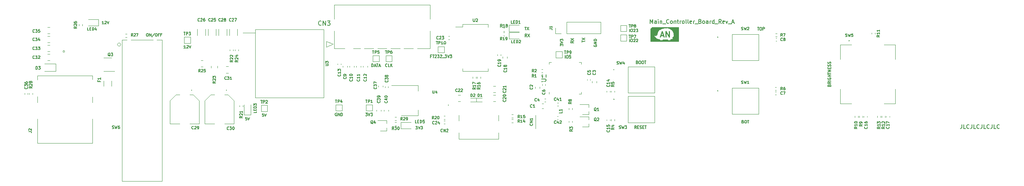
<source format=gto>
%TF.GenerationSoftware,KiCad,Pcbnew,(5.1.10)-1*%
%TF.CreationDate,2022-01-09T00:26:40-08:00*%
%TF.ProjectId,RaquelSecretProject,52617175-656c-4536-9563-72657450726f,rev?*%
%TF.SameCoordinates,Original*%
%TF.FileFunction,Legend,Top*%
%TF.FilePolarity,Positive*%
%FSLAX46Y46*%
G04 Gerber Fmt 4.6, Leading zero omitted, Abs format (unit mm)*
G04 Created by KiCad (PCBNEW (5.1.10)-1) date 2022-01-09 00:26:40*
%MOMM*%
%LPD*%
G01*
G04 APERTURE LIST*
%ADD10C,0.177800*%
%ADD11C,0.120000*%
%ADD12C,0.100000*%
%ADD13C,0.254000*%
%ADD14C,0.150000*%
%ADD15C,0.127000*%
%ADD16R,5.300000X5.300000*%
%ADD17R,1.520000X1.520000*%
%ADD18C,1.520000*%
%ADD19C,2.909999*%
%ADD20R,2.200000X1.050000*%
%ADD21R,1.050000X1.000000*%
%ADD22R,1.000000X1.000000*%
%ADD23C,0.650000*%
%ADD24R,2.180000X2.000000*%
%ADD25R,0.300000X1.150000*%
%ADD26R,0.600000X1.150000*%
%ADD27C,3.200000*%
%ADD28R,2.200000X0.600000*%
%ADD29R,2.150000X3.450000*%
%ADD30R,13.370000X9.126000*%
%ADD31R,2.410000X0.860000*%
%ADD32R,1.750000X0.450000*%
%ADD33C,1.600200*%
%ADD34C,1.905000*%
%ADD35O,2.999999X6.000001*%
%ADD36O,3.000000X6.000000*%
%ADD37C,1.650000*%
%ADD38R,1.650000X1.650000*%
%ADD39R,2.100000X1.400000*%
%ADD40R,0.700000X0.450000*%
%ADD41R,1.220000X0.650000*%
%ADD42C,3.000000*%
%ADD43O,2.616000X1.308000*%
%ADD44O,1.508000X3.016001*%
%ADD45C,1.600000*%
%ADD46O,1.700000X1.700000*%
%ADD47R,1.700000X1.700000*%
%ADD48R,0.600000X0.450000*%
%ADD49R,0.360000X0.250000*%
%ADD50R,1.600000X3.500000*%
G04 APERTURE END LIST*
D10*
X257259666Y-102891166D02*
X257259666Y-103526166D01*
X257217333Y-103653166D01*
X257132666Y-103737833D01*
X257005666Y-103780166D01*
X256921000Y-103780166D01*
X258106333Y-103780166D02*
X257683000Y-103780166D01*
X257683000Y-102891166D01*
X258910666Y-103695500D02*
X258868333Y-103737833D01*
X258741333Y-103780166D01*
X258656666Y-103780166D01*
X258529666Y-103737833D01*
X258445000Y-103653166D01*
X258402666Y-103568500D01*
X258360333Y-103399166D01*
X258360333Y-103272166D01*
X258402666Y-103102833D01*
X258445000Y-103018166D01*
X258529666Y-102933500D01*
X258656666Y-102891166D01*
X258741333Y-102891166D01*
X258868333Y-102933500D01*
X258910666Y-102975833D01*
X259545666Y-102891166D02*
X259545666Y-103526166D01*
X259503333Y-103653166D01*
X259418666Y-103737833D01*
X259291666Y-103780166D01*
X259207000Y-103780166D01*
X260392333Y-103780166D02*
X259969000Y-103780166D01*
X259969000Y-102891166D01*
X261196666Y-103695500D02*
X261154333Y-103737833D01*
X261027333Y-103780166D01*
X260942666Y-103780166D01*
X260815666Y-103737833D01*
X260731000Y-103653166D01*
X260688666Y-103568500D01*
X260646333Y-103399166D01*
X260646333Y-103272166D01*
X260688666Y-103102833D01*
X260731000Y-103018166D01*
X260815666Y-102933500D01*
X260942666Y-102891166D01*
X261027333Y-102891166D01*
X261154333Y-102933500D01*
X261196666Y-102975833D01*
X261831666Y-102891166D02*
X261831666Y-103526166D01*
X261789333Y-103653166D01*
X261704666Y-103737833D01*
X261577666Y-103780166D01*
X261493000Y-103780166D01*
X262678333Y-103780166D02*
X262255000Y-103780166D01*
X262255000Y-102891166D01*
X263482666Y-103695500D02*
X263440333Y-103737833D01*
X263313333Y-103780166D01*
X263228666Y-103780166D01*
X263101666Y-103737833D01*
X263017000Y-103653166D01*
X262974666Y-103568500D01*
X262932333Y-103399166D01*
X262932333Y-103272166D01*
X262974666Y-103102833D01*
X263017000Y-103018166D01*
X263101666Y-102933500D01*
X263228666Y-102891166D01*
X263313333Y-102891166D01*
X263440333Y-102933500D01*
X263482666Y-102975833D01*
X264117666Y-102891166D02*
X264117666Y-103526166D01*
X264075333Y-103653166D01*
X263990666Y-103737833D01*
X263863666Y-103780166D01*
X263779000Y-103780166D01*
X264964333Y-103780166D02*
X264541000Y-103780166D01*
X264541000Y-102891166D01*
X265768666Y-103695500D02*
X265726333Y-103737833D01*
X265599333Y-103780166D01*
X265514666Y-103780166D01*
X265387666Y-103737833D01*
X265303000Y-103653166D01*
X265260666Y-103568500D01*
X265218333Y-103399166D01*
X265218333Y-103272166D01*
X265260666Y-103102833D01*
X265303000Y-103018166D01*
X265387666Y-102933500D01*
X265514666Y-102891166D01*
X265599333Y-102891166D01*
X265726333Y-102933500D01*
X265768666Y-102975833D01*
X186774666Y-79904166D02*
X186774666Y-79015166D01*
X187071000Y-79650166D01*
X187367333Y-79015166D01*
X187367333Y-79904166D01*
X188171666Y-79904166D02*
X188171666Y-79438500D01*
X188129333Y-79353833D01*
X188044666Y-79311500D01*
X187875333Y-79311500D01*
X187790666Y-79353833D01*
X188171666Y-79861833D02*
X188087000Y-79904166D01*
X187875333Y-79904166D01*
X187790666Y-79861833D01*
X187748333Y-79777166D01*
X187748333Y-79692500D01*
X187790666Y-79607833D01*
X187875333Y-79565500D01*
X188087000Y-79565500D01*
X188171666Y-79523166D01*
X188595000Y-79904166D02*
X188595000Y-79311500D01*
X188595000Y-79015166D02*
X188552666Y-79057500D01*
X188595000Y-79099833D01*
X188637333Y-79057500D01*
X188595000Y-79015166D01*
X188595000Y-79099833D01*
X189018333Y-79311500D02*
X189018333Y-79904166D01*
X189018333Y-79396166D02*
X189060666Y-79353833D01*
X189145333Y-79311500D01*
X189272333Y-79311500D01*
X189357000Y-79353833D01*
X189399333Y-79438500D01*
X189399333Y-79904166D01*
X189611000Y-79988833D02*
X190288333Y-79988833D01*
X191008000Y-79819500D02*
X190965666Y-79861833D01*
X190838666Y-79904166D01*
X190754000Y-79904166D01*
X190627000Y-79861833D01*
X190542333Y-79777166D01*
X190500000Y-79692500D01*
X190457666Y-79523166D01*
X190457666Y-79396166D01*
X190500000Y-79226833D01*
X190542333Y-79142166D01*
X190627000Y-79057500D01*
X190754000Y-79015166D01*
X190838666Y-79015166D01*
X190965666Y-79057500D01*
X191008000Y-79099833D01*
X191516000Y-79904166D02*
X191431333Y-79861833D01*
X191389000Y-79819500D01*
X191346666Y-79734833D01*
X191346666Y-79480833D01*
X191389000Y-79396166D01*
X191431333Y-79353833D01*
X191516000Y-79311500D01*
X191643000Y-79311500D01*
X191727666Y-79353833D01*
X191770000Y-79396166D01*
X191812333Y-79480833D01*
X191812333Y-79734833D01*
X191770000Y-79819500D01*
X191727666Y-79861833D01*
X191643000Y-79904166D01*
X191516000Y-79904166D01*
X192193333Y-79311500D02*
X192193333Y-79904166D01*
X192193333Y-79396166D02*
X192235666Y-79353833D01*
X192320333Y-79311500D01*
X192447333Y-79311500D01*
X192532000Y-79353833D01*
X192574333Y-79438500D01*
X192574333Y-79904166D01*
X192870666Y-79311500D02*
X193209333Y-79311500D01*
X192997666Y-79015166D02*
X192997666Y-79777166D01*
X193040000Y-79861833D01*
X193124666Y-79904166D01*
X193209333Y-79904166D01*
X193505666Y-79904166D02*
X193505666Y-79311500D01*
X193505666Y-79480833D02*
X193548000Y-79396166D01*
X193590333Y-79353833D01*
X193675000Y-79311500D01*
X193759666Y-79311500D01*
X194183000Y-79904166D02*
X194098333Y-79861833D01*
X194056000Y-79819500D01*
X194013666Y-79734833D01*
X194013666Y-79480833D01*
X194056000Y-79396166D01*
X194098333Y-79353833D01*
X194183000Y-79311500D01*
X194310000Y-79311500D01*
X194394666Y-79353833D01*
X194437000Y-79396166D01*
X194479333Y-79480833D01*
X194479333Y-79734833D01*
X194437000Y-79819500D01*
X194394666Y-79861833D01*
X194310000Y-79904166D01*
X194183000Y-79904166D01*
X194987333Y-79904166D02*
X194902666Y-79861833D01*
X194860333Y-79777166D01*
X194860333Y-79015166D01*
X195453000Y-79904166D02*
X195368333Y-79861833D01*
X195326000Y-79777166D01*
X195326000Y-79015166D01*
X196130333Y-79861833D02*
X196045666Y-79904166D01*
X195876333Y-79904166D01*
X195791666Y-79861833D01*
X195749333Y-79777166D01*
X195749333Y-79438500D01*
X195791666Y-79353833D01*
X195876333Y-79311500D01*
X196045666Y-79311500D01*
X196130333Y-79353833D01*
X196172666Y-79438500D01*
X196172666Y-79523166D01*
X195749333Y-79607833D01*
X196553666Y-79904166D02*
X196553666Y-79311500D01*
X196553666Y-79480833D02*
X196596000Y-79396166D01*
X196638333Y-79353833D01*
X196723000Y-79311500D01*
X196807666Y-79311500D01*
X196892333Y-79988833D02*
X197569666Y-79988833D01*
X198077666Y-79438500D02*
X198204666Y-79480833D01*
X198247000Y-79523166D01*
X198289333Y-79607833D01*
X198289333Y-79734833D01*
X198247000Y-79819500D01*
X198204666Y-79861833D01*
X198120000Y-79904166D01*
X197781333Y-79904166D01*
X197781333Y-79015166D01*
X198077666Y-79015166D01*
X198162333Y-79057500D01*
X198204666Y-79099833D01*
X198247000Y-79184500D01*
X198247000Y-79269166D01*
X198204666Y-79353833D01*
X198162333Y-79396166D01*
X198077666Y-79438500D01*
X197781333Y-79438500D01*
X198797333Y-79904166D02*
X198712666Y-79861833D01*
X198670333Y-79819500D01*
X198628000Y-79734833D01*
X198628000Y-79480833D01*
X198670333Y-79396166D01*
X198712666Y-79353833D01*
X198797333Y-79311500D01*
X198924333Y-79311500D01*
X199009000Y-79353833D01*
X199051333Y-79396166D01*
X199093666Y-79480833D01*
X199093666Y-79734833D01*
X199051333Y-79819500D01*
X199009000Y-79861833D01*
X198924333Y-79904166D01*
X198797333Y-79904166D01*
X199855666Y-79904166D02*
X199855666Y-79438500D01*
X199813333Y-79353833D01*
X199728666Y-79311500D01*
X199559333Y-79311500D01*
X199474666Y-79353833D01*
X199855666Y-79861833D02*
X199771000Y-79904166D01*
X199559333Y-79904166D01*
X199474666Y-79861833D01*
X199432333Y-79777166D01*
X199432333Y-79692500D01*
X199474666Y-79607833D01*
X199559333Y-79565500D01*
X199771000Y-79565500D01*
X199855666Y-79523166D01*
X200279000Y-79904166D02*
X200279000Y-79311500D01*
X200279000Y-79480833D02*
X200321333Y-79396166D01*
X200363666Y-79353833D01*
X200448333Y-79311500D01*
X200533000Y-79311500D01*
X201210333Y-79904166D02*
X201210333Y-79015166D01*
X201210333Y-79861833D02*
X201125666Y-79904166D01*
X200956333Y-79904166D01*
X200871666Y-79861833D01*
X200829333Y-79819500D01*
X200787000Y-79734833D01*
X200787000Y-79480833D01*
X200829333Y-79396166D01*
X200871666Y-79353833D01*
X200956333Y-79311500D01*
X201125666Y-79311500D01*
X201210333Y-79353833D01*
X201422000Y-79988833D02*
X202099333Y-79988833D01*
X202819000Y-79904166D02*
X202522666Y-79480833D01*
X202311000Y-79904166D02*
X202311000Y-79015166D01*
X202649666Y-79015166D01*
X202734333Y-79057500D01*
X202776666Y-79099833D01*
X202819000Y-79184500D01*
X202819000Y-79311500D01*
X202776666Y-79396166D01*
X202734333Y-79438500D01*
X202649666Y-79480833D01*
X202311000Y-79480833D01*
X203538666Y-79861833D02*
X203454000Y-79904166D01*
X203284666Y-79904166D01*
X203200000Y-79861833D01*
X203157666Y-79777166D01*
X203157666Y-79438500D01*
X203200000Y-79353833D01*
X203284666Y-79311500D01*
X203454000Y-79311500D01*
X203538666Y-79353833D01*
X203581000Y-79438500D01*
X203581000Y-79523166D01*
X203157666Y-79607833D01*
X203877333Y-79311500D02*
X204089000Y-79904166D01*
X204300666Y-79311500D01*
X204427666Y-79988833D02*
X205105000Y-79988833D01*
X205274333Y-79650166D02*
X205697666Y-79650166D01*
X205189666Y-79904166D02*
X205486000Y-79015166D01*
X205782333Y-79904166D01*
D11*
X191702540Y-81473462D02*
G75*
G02*
X191707656Y-81479043I-11426J-15609D01*
G01*
X192039684Y-81909016D02*
G75*
G02*
X192038816Y-81910407I-1548J0D01*
G01*
X191717049Y-81489314D02*
G75*
G02*
X191707656Y-81479043I21208J28823D01*
G01*
X191941226Y-81966795D02*
G75*
G02*
X191939684Y-81962247I5939J4548D01*
G01*
X191622041Y-81425193D02*
G75*
G02*
X191619684Y-81419790I5015J5403D01*
G01*
X191879391Y-81603153D02*
G75*
G02*
X191877468Y-81607227I-4714J-266D01*
G01*
X191631573Y-81433033D02*
G75*
G02*
X191622041Y-81425194I60629J83435D01*
G01*
X191877131Y-81598975D02*
G75*
G02*
X191879391Y-81603153I-3313J-4492D01*
G01*
X192038970Y-81907301D02*
G75*
G02*
X192039684Y-81909016I-1704J-1715D01*
G01*
X191939684Y-81962247D02*
G75*
G02*
X191941818Y-81958284I4746J0D01*
G01*
X191644654Y-81441396D02*
G75*
G02*
X191631572Y-81433033I63531J113792D01*
G01*
X191619683Y-81419790D02*
G75*
G02*
X191621063Y-81413401I15483J0D01*
G01*
X192126506Y-82611814D02*
G75*
G02*
X192089420Y-82608951I5424J311949D01*
G01*
X192135308Y-82603361D02*
G75*
G02*
X192126507Y-82611814I-8651J199D01*
G01*
X191787518Y-83183357D02*
G75*
G02*
X191791173Y-83177193I21227J-8420D01*
G01*
X191841694Y-83188294D02*
G75*
G02*
X191825161Y-83180220I23666J69425D01*
G01*
X191786856Y-83197400D02*
G75*
G02*
X191786034Y-83190248I21594J6104D01*
G01*
X192207904Y-83226008D02*
G75*
G02*
X192141326Y-83282835I-452370J462574D01*
G01*
X191797510Y-83171877D02*
G75*
G02*
X191804222Y-83170414I5693J-9990D01*
G01*
X192141326Y-83282835D02*
G75*
G02*
X192050654Y-83340796I-458172J616849D01*
G01*
X191856195Y-83189496D02*
G75*
G02*
X191841694Y-83188294I-4856J29498D01*
G01*
X192132065Y-82582493D02*
G75*
G02*
X192135308Y-82603362I-56636J-19487D01*
G01*
X191869684Y-83172891D02*
G75*
G02*
X191865859Y-83183827I-17546J0D01*
G01*
X191869684Y-83172892D02*
G75*
G02*
X191870736Y-83166168I22002J1D01*
G01*
X192159684Y-82224435D02*
G75*
G02*
X192157681Y-82227185I-2890J0D01*
G01*
X191789904Y-83204322D02*
G75*
G02*
X191786855Y-83197400I23149J14327D01*
G01*
X191865860Y-83183827D02*
G75*
G02*
X191856195Y-83189496I-12198J9722D01*
G01*
X192158350Y-82220634D02*
G75*
G02*
X192159684Y-82224435I-4750J-3801D01*
G01*
X191791173Y-83177194D02*
G75*
G02*
X191797511Y-83171877I17769J-14746D01*
G01*
X191853561Y-83217858D02*
G75*
G02*
X191808187Y-83215871I-7765J341806D01*
G01*
X191804222Y-83170415D02*
G75*
G02*
X191812682Y-83172895I-2003J-22500D01*
G01*
X191812682Y-83172895D02*
G75*
G02*
X191825161Y-83180220I-68107J-130314D01*
G01*
X192216384Y-83189670D02*
G75*
G02*
X192207904Y-83226008I-32757J-11514D01*
G01*
X191915001Y-83212847D02*
G75*
G02*
X191853561Y-83217858I-73380J520527D01*
G01*
X191786034Y-83190248D02*
G75*
G02*
X191787518Y-83183358I21374J-999D01*
G01*
X192202800Y-83179970D02*
G75*
G02*
X192216384Y-83189671I-108J-14513D01*
G01*
X191808187Y-83215871D02*
G75*
G02*
X191789904Y-83204323I2716J24546D01*
G01*
X187722981Y-82872926D02*
G75*
G02*
X187686803Y-82849826I88582J178615D01*
G01*
X191377355Y-83593068D02*
G75*
G02*
X191396028Y-83570391I40784J-14555D01*
G01*
X190645335Y-83754235D02*
G75*
G02*
X190625233Y-83736706I13678J35977D01*
G01*
X188943365Y-83756855D02*
G75*
G02*
X188921909Y-83748420I6776J48741D01*
G01*
X187636438Y-82786913D02*
G75*
G02*
X187629684Y-82756226I66336J30687D01*
G01*
X188910071Y-83660498D02*
G75*
G02*
X188934946Y-83620682I224259J-112426D01*
G01*
X187758997Y-82897545D02*
G75*
G02*
X187799040Y-82938862I-311235J-341694D01*
G01*
X190619014Y-83708424D02*
G75*
G02*
X190628679Y-83670224I109322J-7336D01*
G01*
X188936362Y-83566612D02*
G75*
G02*
X188955873Y-83573711I-6081J-47078D01*
G01*
X188339684Y-83422716D02*
G75*
G02*
X188233061Y-83365104I251351J592648D01*
G01*
X191282704Y-83753318D02*
G75*
G02*
X191218625Y-83762376I-66562J239697D01*
G01*
X191312591Y-83739125D02*
G75*
G02*
X191282704Y-83753318I-55676J78676D01*
G01*
X188921908Y-83748420D02*
G75*
G02*
X188903990Y-83726105I29377J41940D01*
G01*
X187686803Y-82849826D02*
G75*
G02*
X187656690Y-82819662I121324J151232D01*
G01*
X189629683Y-83590307D02*
G75*
G02*
X189639225Y-83580122I10207J0D01*
G01*
X191336596Y-83715429D02*
G75*
G02*
X191312591Y-83739125I-84014J61103D01*
G01*
X190625233Y-83736706D02*
G75*
G02*
X190619014Y-83708424I45440J24816D01*
G01*
X191396028Y-83570391D02*
G75*
G02*
X191433977Y-83554331I77840J-131069D01*
G01*
X189531631Y-83731916D02*
G75*
G02*
X189490127Y-83754029I-70528J82363D01*
G01*
X187722981Y-82872926D02*
G75*
G02*
X187758998Y-82897545I-69853J-140849D01*
G01*
X188578878Y-83509667D02*
G75*
G02*
X188473773Y-83476138I293904J1102822D01*
G01*
X188899625Y-83696389D02*
G75*
G02*
X188910071Y-83660498I103011J-10514D01*
G01*
X189629684Y-83590307D02*
G75*
G02*
X189618287Y-83630546I-76736J0D01*
G01*
X188958707Y-83586127D02*
G75*
G02*
X188934946Y-83620682I-358907J221348D01*
G01*
X187968201Y-83159622D02*
G75*
G02*
X187901973Y-83082250I253998J284443D01*
G01*
X187656690Y-82819662D02*
G75*
G02*
X187636438Y-82786913I125029J99956D01*
G01*
X187629684Y-82756226D02*
G75*
G02*
X187636692Y-82723767I78674J0D01*
G01*
X189490127Y-83754030D02*
G75*
G02*
X189465781Y-83757933I-29525J106280D01*
G01*
X187799041Y-82938862D02*
G75*
G02*
X187845451Y-82998567I-615846J-526607D01*
G01*
X192050654Y-83340796D02*
G75*
G02*
X191949684Y-83387766I-421134J773294D01*
G01*
X191365246Y-83639826D02*
G75*
G02*
X191377355Y-83593069I266935J-44183D01*
G01*
X191354214Y-83682178D02*
G75*
G02*
X191336596Y-83715429I-125452J45176D01*
G01*
X190628678Y-83670223D02*
G75*
G02*
X190654007Y-83624992I288286J-131726D01*
G01*
X191365246Y-83639825D02*
G75*
G02*
X191354213Y-83682178I-238066J39404D01*
G01*
X190694335Y-83763366D02*
G75*
G02*
X190645335Y-83754235I722J139910D01*
G01*
X189618287Y-83630546D02*
G75*
G02*
X189579296Y-83684143I-367100J226082D01*
G01*
X189579296Y-83684142D02*
G75*
G02*
X189531631Y-83731915I-327944J279538D01*
G01*
X188686743Y-83532895D02*
G75*
G02*
X188578878Y-83509667I186137J1126421D01*
G01*
X188955872Y-83573710D02*
G75*
G02*
X188958707Y-83586127I-4896J-7650D01*
G01*
X188903990Y-83726105D02*
G75*
G02*
X188899626Y-83696389I56614J23492D01*
G01*
X188410006Y-82131569D02*
G75*
G02*
X188398364Y-82193141I-463660J55781D01*
G01*
X187944440Y-82698188D02*
G75*
G02*
X187932402Y-82689329I19375J38933D01*
G01*
X188730130Y-81338197D02*
G75*
G02*
X188755837Y-81341985I3799J-63337D01*
G01*
X188412115Y-81743988D02*
G75*
G02*
X188415589Y-81744503I0J-11976D01*
G01*
X187661011Y-82677643D02*
G75*
G02*
X187690428Y-82635009I376758J-228493D01*
G01*
X188755838Y-81341985D02*
G75*
G02*
X188795216Y-81358810I-144353J-392357D01*
G01*
X188517792Y-81765769D02*
G75*
G02*
X188509956Y-81772135I-9876J4150D01*
G01*
X187690428Y-82635009D02*
G75*
G02*
X187714905Y-82615706I51636J-40307D01*
G01*
X188255436Y-82530615D02*
G75*
G02*
X188259213Y-82520891I65271J-19756D01*
G01*
X188709684Y-81363939D02*
G75*
G02*
X188715554Y-81346109I30012J0D01*
G01*
X188715554Y-81346109D02*
G75*
G02*
X188730131Y-81338197I15749J-11631D01*
G01*
X188524107Y-81746487D02*
G75*
G02*
X188517792Y-81765768I-121525J29125D01*
G01*
X188366888Y-82308988D02*
G75*
G02*
X188350742Y-82355940I-437575J124216D01*
G01*
X187825362Y-82611635D02*
G75*
G02*
X187880007Y-82636193I-56238J-198212D01*
G01*
X188117206Y-82659787D02*
G75*
G02*
X188069345Y-82685036I-126619J182024D01*
G01*
X188413663Y-82067402D02*
G75*
G02*
X188410006Y-82131569I-512043J-3006D01*
G01*
X188410099Y-81745993D02*
G75*
G02*
X188412115Y-81743987I2016J-10D01*
G01*
X188670910Y-81540672D02*
G75*
G02*
X188665671Y-81551018I-24438J5875D01*
G01*
X187714905Y-82615706D02*
G75*
G02*
X187766549Y-82604000I54026J-118575D01*
G01*
X187766548Y-82604000D02*
G75*
G02*
X187825361Y-82611634I3693J-201911D01*
G01*
X188069345Y-82685036D02*
G75*
G02*
X188047380Y-82692294I-93450J245942D01*
G01*
X187636691Y-82723766D02*
G75*
G02*
X187661011Y-82677643I396433J-179553D01*
G01*
X187880007Y-82636192D02*
G75*
G02*
X187919522Y-82673761I-76935J-120489D01*
G01*
X187959034Y-82702624D02*
G75*
G02*
X187944439Y-82698188I5881J45579D01*
G01*
X187932402Y-82689329D02*
G75*
G02*
X187919522Y-82673761I100856J96554D01*
G01*
X188300849Y-82459386D02*
G75*
G02*
X188279730Y-82488987I-149524J84342D01*
G01*
X188709683Y-81363939D02*
G75*
G02*
X188707297Y-81385340I-97169J0D01*
G01*
X187998819Y-82702657D02*
G75*
G02*
X187980257Y-82703987I-18562J128891D01*
G01*
X187980257Y-82703988D02*
G75*
G02*
X187959034Y-82702624I0J165842D01*
G01*
X188255436Y-82530615D02*
G75*
G02*
X188236389Y-82561660I-68734J20805D01*
G01*
X188509956Y-81772134D02*
G75*
G02*
X188496676Y-81771369I-5136J26471D01*
G01*
X188272455Y-82498222D02*
G75*
G02*
X188279730Y-82488987I82393J-57424D01*
G01*
X188665671Y-81551018D02*
G75*
G02*
X188664234Y-81551158I-790J667D01*
G01*
X189397928Y-81131130D02*
G75*
G02*
X189385902Y-81115683I44905J47365D01*
G01*
X189409683Y-81124661D02*
G75*
G02*
X189405482Y-81131996I-8503J0D01*
G01*
X189438089Y-81104707D02*
G75*
G02*
X189428260Y-81109439I-21539J32163D01*
G01*
X189618615Y-80963614D02*
G75*
G02*
X189634201Y-80962020I9467J-15572D01*
G01*
X189986456Y-80896674D02*
G75*
G02*
X189995362Y-80898399I3273J-6953D01*
G01*
X189415140Y-81116343D02*
G75*
G02*
X189421152Y-81112384I21945J-26781D01*
G01*
X189634202Y-80962019D02*
G75*
G02*
X189648237Y-80972825I-9641J-27040D01*
G01*
X189022270Y-81192543D02*
G75*
G02*
X189031815Y-81201662I-41917J-53424D01*
G01*
X189093037Y-81282331D02*
G75*
G02*
X189089340Y-81283797I-3909J4463D01*
G01*
X189421152Y-81112384D02*
G75*
G02*
X189428260Y-81109439I20747J-40026D01*
G01*
X189995362Y-80898398D02*
G75*
G02*
X190001536Y-80910588I-18163J-16859D01*
G01*
X189006628Y-81195394D02*
G75*
G02*
X189015056Y-81190955I12818J-14118D01*
G01*
X189409684Y-81124661D02*
G75*
G02*
X189411012Y-81120662I6684J0D01*
G01*
X189972245Y-80905889D02*
G75*
G02*
X189986455Y-80896674I40961J-47599D01*
G01*
X189411011Y-81120663D02*
G75*
G02*
X189415140Y-81116343I19753J-14746D01*
G01*
X189972245Y-80905890D02*
G75*
G02*
X189949309Y-80922070I-95293J110734D01*
G01*
X190017236Y-80981706D02*
G75*
G02*
X190013224Y-80971995I78107J37953D01*
G01*
X190020882Y-80983988D02*
G75*
G02*
X190017236Y-80981706I0J4054D01*
G01*
X189015056Y-81190956D02*
G75*
G02*
X189022271Y-81192542I1960J-8284D01*
G01*
X190013224Y-80971995D02*
G75*
G02*
X190009560Y-80958807I107528J36980D01*
G01*
X190027121Y-80982884D02*
G75*
G02*
X190020882Y-80983987I-6239J17095D01*
G01*
X188948440Y-81265056D02*
G75*
G02*
X188940393Y-81278202I-107001J56466D01*
G01*
X188948440Y-81265056D02*
G75*
G02*
X188955647Y-81253122I106869J-56396D01*
G01*
X189089340Y-81283797D02*
G75*
G02*
X189086435Y-81282490I-129J3597D01*
G01*
X189405482Y-81131996D02*
G75*
G02*
X189397928Y-81131130I-3201J5458D01*
G01*
X189385902Y-81115683D02*
G75*
G02*
X189373240Y-81090110I243085J136280D01*
G01*
X190315677Y-80878185D02*
G75*
G02*
X190327626Y-80881882I986J-17970D01*
G01*
X190335826Y-80893140D02*
G75*
G02*
X190343062Y-80917590I-216398J-77338D01*
G01*
X190348122Y-80935450D02*
G75*
G02*
X190343062Y-80917590I201047J66603D01*
G01*
X190353501Y-80945439D02*
G75*
G02*
X190348122Y-80935450I25711J20289D01*
G01*
X191052781Y-81063885D02*
G75*
G02*
X191026298Y-81050580I13406J59693D01*
G01*
X190368256Y-80949516D02*
G75*
G02*
X190360030Y-80949710I-4450J14228D01*
G01*
X191020298Y-81030894D02*
G75*
G02*
X191034940Y-80993491I186245J-51336D01*
G01*
X191320978Y-81206982D02*
G75*
G02*
X191320456Y-81204940I710J1269D01*
G01*
X191026298Y-81050580D02*
G75*
G02*
X191020299Y-81030894I12535J14577D01*
G01*
X190295717Y-80881225D02*
G75*
G02*
X190315677Y-80878185I25707J-101716D01*
G01*
X190327626Y-80881883D02*
G75*
G02*
X190335826Y-80893140I-15021J-19556D01*
G01*
X190360030Y-80949711D02*
G75*
G02*
X190353501Y-80945439I3109J11878D01*
G01*
X191323952Y-81208312D02*
G75*
G02*
X191320978Y-81206982I5926J17241D01*
G01*
X190283168Y-80885119D02*
G75*
G02*
X190295717Y-80881225I42745J-115581D01*
G01*
X186817000Y-83947000D02*
X193167000Y-83947000D01*
X193167000Y-83947000D02*
X193167000Y-80772000D01*
X193167000Y-80772000D02*
X187198000Y-80772000D01*
X186817000Y-81153000D02*
X186817000Y-83947000D01*
X190246000Y-80899000D02*
X190201845Y-80915891D01*
X190283168Y-80885119D02*
X190246000Y-80899000D01*
X190201845Y-80915891D02*
X190153099Y-80935003D01*
X190153099Y-80935003D02*
X190105089Y-80953776D01*
X190105089Y-80953776D02*
X190063253Y-80969598D01*
X190413322Y-80936761D02*
X190368256Y-80949517D01*
X191346167Y-81117684D02*
X191329712Y-81114878D01*
X190612899Y-80887493D02*
X190512697Y-80911893D01*
X191376836Y-81226344D02*
X191348564Y-81216753D01*
X191357759Y-81119899D02*
X191346167Y-81117684D01*
X190652884Y-80879303D02*
X190612899Y-80887493D01*
X191348564Y-81216753D02*
X191323952Y-81208312D01*
X190677413Y-80963987D02*
X190684248Y-80918403D01*
X191137185Y-81081413D02*
X191052781Y-81063885D01*
X190691084Y-80872818D02*
X190652884Y-80879303D01*
X191320456Y-81204940D02*
X191327697Y-81193732D01*
X191327697Y-81193732D02*
X191337132Y-81180320D01*
X191349053Y-81164784D02*
X191380834Y-81124657D01*
X191487340Y-81264258D02*
X191446614Y-81249889D01*
X191311689Y-81112001D02*
X191294684Y-81109489D01*
X191294684Y-81109489D02*
X191272154Y-81105959D01*
X191337132Y-81180320D02*
X191349053Y-81164784D01*
X191329712Y-81114878D02*
X191311689Y-81112001D01*
X191272154Y-81105959D02*
X191231918Y-81098910D01*
X191185103Y-81090412D02*
X191137185Y-81081413D01*
X191050197Y-80963987D02*
X190863805Y-80963987D01*
X190684248Y-80918403D02*
X190691084Y-80872818D01*
X191231918Y-81098910D02*
X191185103Y-81090412D01*
X191446614Y-81249889D02*
X191409684Y-81237332D01*
X191409684Y-81237332D02*
X191376836Y-81226344D01*
X190863805Y-80963987D02*
X190677413Y-80963987D01*
X191380834Y-81124657D02*
X191357759Y-81119899D01*
X190512697Y-80911893D02*
X190413322Y-80936761D01*
X191525705Y-81278219D02*
X191487340Y-81264258D01*
X191034940Y-80993491D02*
X191050197Y-80963987D01*
X190063253Y-80969598D02*
X190027120Y-80982885D01*
X189618615Y-80963613D02*
X189583072Y-80987014D01*
X189038828Y-81210547D02*
X189031815Y-81201662D01*
X189472582Y-81078638D02*
X189454283Y-81093215D01*
X189224465Y-81164919D02*
X189174326Y-81210433D01*
X188978069Y-81224028D02*
X188966190Y-81238618D01*
X189583072Y-80987014D02*
X189561365Y-81003158D01*
X189354246Y-81046232D02*
X189224465Y-81164919D01*
X189086435Y-81282490D02*
X189080092Y-81274385D01*
X189131237Y-81248798D02*
X189093037Y-81282331D01*
X189065364Y-81251487D02*
X189057137Y-81237775D01*
X188989548Y-81211662D02*
X188978069Y-81224028D01*
X188940393Y-81278202D02*
X188926362Y-81297382D01*
X188926362Y-81297382D02*
X188909719Y-81318446D01*
X189490760Y-81062488D02*
X189472582Y-81078638D01*
X189561365Y-81003158D02*
X189535995Y-81023382D01*
X189454283Y-81093215D02*
X189438089Y-81104707D01*
X189765718Y-81014569D02*
X189747790Y-81024567D01*
X189701728Y-81054657D02*
X189680708Y-81021822D01*
X189373240Y-81090110D02*
X189354246Y-81046232D01*
X189680708Y-81021822D02*
X189648237Y-80972825D01*
X189844318Y-80977933D02*
X189799684Y-80998149D01*
X189072891Y-81263927D02*
X189065364Y-81251487D01*
X189949309Y-80922070D02*
X189898639Y-80950052D01*
X189006628Y-81195394D02*
X188989548Y-81211662D01*
X189799684Y-80998149D02*
X189784001Y-81005223D01*
X189174326Y-81210433D02*
X189131237Y-81248798D01*
X189080092Y-81274385D02*
X189072891Y-81263927D01*
X189047823Y-81223445D02*
X189038828Y-81210547D01*
X190009560Y-80958807D02*
X190006841Y-80943162D01*
X189535995Y-81023382D02*
X189511079Y-81044273D01*
X189784001Y-81005223D02*
X189765718Y-81014569D01*
X189511079Y-81044273D02*
X189490760Y-81062488D01*
X189057137Y-81237775D02*
X189047823Y-81223445D01*
X190006841Y-80943162D02*
X190001536Y-80910588D01*
X188966190Y-81238618D02*
X188955647Y-81253122D01*
X189898639Y-80950052D02*
X189844318Y-80977933D01*
X189747790Y-81024567D02*
X189733206Y-81033661D01*
X189733206Y-81033661D02*
X189701728Y-81054657D01*
X188443028Y-81753241D02*
X188428173Y-81748394D01*
X188410285Y-81862673D02*
X188411701Y-81936487D01*
X188459684Y-81758987D02*
X188443028Y-81753241D01*
X188398364Y-82193141D02*
X188366887Y-82308987D01*
X188909719Y-81318446D02*
X188892597Y-81338494D01*
X188350742Y-82355940D02*
X188326730Y-82409946D01*
X188850511Y-81385863D02*
X188795216Y-81358810D01*
X188591533Y-81486701D02*
X188561115Y-81602844D01*
X188707297Y-81385340D02*
X188689763Y-81461406D01*
X188326730Y-82409946D02*
X188300848Y-82459386D01*
X188236389Y-82561660D02*
X188179468Y-82612433D01*
X188409908Y-81800534D02*
X188410285Y-81862673D01*
X188047380Y-82692294D02*
X188022602Y-82698421D01*
X188892597Y-81338494D02*
X188850511Y-81385863D01*
X188428173Y-81748394D02*
X188415589Y-81744503D01*
X188641752Y-81532450D02*
X188627744Y-81519875D01*
X188496676Y-81771369D02*
X188459684Y-81758987D01*
X188689763Y-81461406D02*
X188670910Y-81540672D01*
X188561115Y-81602844D02*
X188548985Y-81649329D01*
X188528268Y-81729682D02*
X188524106Y-81746487D01*
X188627744Y-81519875D02*
X188591533Y-81486701D01*
X188410100Y-81745993D02*
X188409908Y-81800534D01*
X188179468Y-82612433D02*
X188117206Y-82659786D01*
X188265273Y-82509465D02*
X188259213Y-82520891D01*
X188653822Y-81542708D02*
X188641752Y-81532450D01*
X188411701Y-81936487D02*
X188413663Y-82067402D01*
X188022602Y-82698421D02*
X187998819Y-82702658D01*
X188548985Y-81649329D02*
X188537696Y-81692949D01*
X188272455Y-82498223D02*
X188265273Y-82509465D01*
X188537696Y-81692949D02*
X188528268Y-81729682D01*
X188664234Y-81551158D02*
X188653822Y-81542708D01*
X188339684Y-83422716D02*
X188473773Y-83476138D01*
X188095657Y-83265892D02*
X188233061Y-83365104D01*
X189390108Y-83761000D02*
X189465781Y-83757933D01*
X190159007Y-83573987D02*
X190688331Y-83573987D01*
X191433977Y-83554331D02*
X191569568Y-83518482D01*
X191834171Y-83431746D02*
X191949684Y-83387766D01*
X187968201Y-83159622D02*
X188095657Y-83265892D01*
X188987080Y-83761109D02*
X189059456Y-83763409D01*
X189299774Y-83763193D02*
X189390108Y-83761000D01*
X189842193Y-83574407D02*
X190159007Y-83573987D01*
X190694335Y-83763366D02*
X190958984Y-83763859D01*
X187845451Y-82998567D02*
X187901973Y-83082250D01*
X188943365Y-83756856D02*
X188987080Y-83761109D01*
X190958984Y-83763859D02*
X191218625Y-83762376D01*
X188686743Y-83532896D02*
X188829684Y-83553302D01*
X191569568Y-83518482D02*
X191642618Y-83497646D01*
X189059456Y-83763409D02*
X189199409Y-83763932D01*
X189713270Y-83576565D02*
X189842193Y-83574407D01*
X191731524Y-83468443D02*
X191834171Y-83431746D01*
X190688331Y-83573987D02*
X190654007Y-83624992D01*
X189199409Y-83763932D02*
X189299774Y-83763193D01*
X188829684Y-83553302D02*
X188936361Y-83566612D01*
X191642618Y-83497646D02*
X191731524Y-83468443D01*
X189639225Y-83580122D02*
X189713270Y-83576565D01*
X191922969Y-83017829D02*
X191933403Y-82985366D01*
X192141003Y-82232303D02*
X192157681Y-82227185D01*
X192113681Y-82168770D02*
X192093970Y-82146786D01*
X192093970Y-82146786D02*
X192072764Y-82121861D01*
X192038988Y-82078987D02*
X192025451Y-82061170D01*
X192139619Y-83181149D02*
X192066223Y-83187427D01*
X191933403Y-82985366D02*
X191939984Y-82962093D01*
X192000127Y-82920904D02*
X192048310Y-82926611D01*
X192048310Y-82926611D02*
X192042718Y-82764185D01*
X192096091Y-82242958D02*
X192120470Y-82237689D01*
X191939984Y-82962093D02*
X191951944Y-82915198D01*
X192092651Y-82468987D02*
X192078314Y-82426545D01*
X192120470Y-82237689D02*
X192141003Y-82232303D01*
X192066223Y-83187427D02*
X191991293Y-83199748D01*
X192072764Y-82121861D02*
X192053222Y-82097831D01*
X191910899Y-83053066D02*
X191922969Y-83017829D01*
X192025451Y-82061170D02*
X192008353Y-82040598D01*
X192132065Y-82582492D02*
X192092651Y-82468987D01*
X192037125Y-82601759D02*
X192089420Y-82608951D01*
X192008353Y-82040598D02*
X191990589Y-82020578D01*
X192158350Y-82220634D02*
X192146170Y-82205656D01*
X191990589Y-82020578D02*
X191974990Y-82004469D01*
X191974990Y-82004469D02*
X191961464Y-81990685D01*
X192042718Y-82764185D02*
X192037125Y-82601759D01*
X192131311Y-82188274D02*
X192113681Y-82168770D01*
X192052238Y-82340838D02*
X192045054Y-82312293D01*
X192078314Y-82426545D02*
X192064214Y-82381709D01*
X191898854Y-83085982D02*
X191910899Y-83053066D01*
X192146170Y-82205656D02*
X192131311Y-82188274D01*
X191878252Y-83143271D02*
X191887679Y-83116200D01*
X192053222Y-82097831D02*
X192038988Y-82078987D01*
X191887679Y-83116200D02*
X191898854Y-83085982D01*
X192045054Y-82312293D02*
X192032499Y-82255599D01*
X192202799Y-83179970D02*
X192139619Y-83181149D01*
X191991293Y-83199748D02*
X191915001Y-83212847D01*
X191870736Y-83166168D02*
X191878252Y-83143271D01*
X191951944Y-82915198D02*
X192000127Y-82920904D01*
X192032499Y-82255599D02*
X192096091Y-82242958D01*
X192064214Y-82381709D02*
X192052238Y-82340838D01*
X192038970Y-81907301D02*
X192012637Y-81881171D01*
X191826597Y-81699344D02*
X191797654Y-81669700D01*
X191834836Y-81638029D02*
X191847101Y-81628417D01*
X191670524Y-81333812D02*
X191642604Y-81323390D01*
X191982912Y-81851959D02*
X191947612Y-81817748D01*
X191874084Y-81746353D02*
X191843255Y-81716080D01*
X191961464Y-81990685D02*
X191950055Y-81977827D01*
X191621063Y-81413401D02*
X191627151Y-81400919D01*
X192008852Y-81924607D02*
X192024996Y-81917106D01*
X191947612Y-81817748D02*
X191910240Y-81781592D01*
X191843255Y-81716080D02*
X191826597Y-81699344D01*
X191627151Y-81400919D02*
X191635370Y-81386362D01*
X191858601Y-81619892D02*
X191867126Y-81614196D01*
X191660156Y-81449200D02*
X191644655Y-81441396D01*
X191642604Y-81323390D02*
X191627937Y-81317832D01*
X191627937Y-81317832D02*
X191605260Y-81309074D01*
X191605260Y-81309074D02*
X191579703Y-81299119D01*
X191645104Y-81371221D02*
X191670524Y-81333812D01*
X191579703Y-81299119D02*
X191554684Y-81289288D01*
X191941818Y-81958284D02*
X191954371Y-81950488D01*
X191805345Y-81551420D02*
X191756044Y-81517479D01*
X191797654Y-81669700D02*
X191823612Y-81647373D01*
X191554684Y-81289288D02*
X191525705Y-81278219D01*
X191970523Y-81941835D02*
X191989684Y-81933034D01*
X191635370Y-81386362D02*
X191645104Y-81371221D01*
X191756044Y-81517479D02*
X191717049Y-81489315D01*
X191989684Y-81933034D02*
X192008852Y-81924607D01*
X192024996Y-81917106D02*
X192038816Y-81910407D01*
X191950055Y-81977827D02*
X191941225Y-81966796D01*
X191954371Y-81950488D02*
X191970523Y-81941835D01*
X191867126Y-81614196D02*
X191877468Y-81607227D01*
X191865830Y-81591167D02*
X191805345Y-81551420D01*
X191702540Y-81473462D02*
X191690804Y-81465495D01*
X192012637Y-81881171D02*
X191982912Y-81851959D01*
X191910240Y-81781592D02*
X191874084Y-81746353D01*
X191690804Y-81465495D02*
X191676166Y-81457038D01*
X191823612Y-81647373D02*
X191834836Y-81638029D01*
X191676166Y-81457038D02*
X191660156Y-81449200D01*
X191847101Y-81628417D02*
X191858601Y-81619892D01*
X191877131Y-81598975D02*
X191865830Y-81591167D01*
D12*
G36*
X188591533Y-81486701D02*
G01*
X188409908Y-81800534D01*
X188366887Y-82308987D01*
X188117206Y-82659786D01*
X187980257Y-82703987D01*
X187766549Y-82604000D01*
X187661011Y-82677643D01*
X187656690Y-82819662D01*
X187968201Y-83159622D01*
X187960000Y-83947000D01*
X186817000Y-83947000D01*
X186817000Y-81137760D01*
X187187840Y-80766920D01*
X188595000Y-80772000D01*
X188591533Y-81486701D01*
G37*
X188591533Y-81486701D02*
X188409908Y-81800534D01*
X188366887Y-82308987D01*
X188117206Y-82659786D01*
X187980257Y-82703987D01*
X187766549Y-82604000D01*
X187661011Y-82677643D01*
X187656690Y-82819662D01*
X187968201Y-83159622D01*
X187960000Y-83947000D01*
X186817000Y-83947000D01*
X186817000Y-81137760D01*
X187187840Y-80766920D01*
X188595000Y-80772000D01*
X188591533Y-81486701D01*
G36*
X193167000Y-81915000D02*
G01*
X191982912Y-81851959D01*
X191826597Y-81699344D01*
X191865830Y-81591167D01*
X191770000Y-81534000D01*
X191644654Y-81441396D01*
X191642604Y-81323390D01*
X191348564Y-81216753D01*
X191329712Y-81114878D01*
X191052781Y-81063885D01*
X191034940Y-80993491D01*
X190677413Y-80963987D01*
X190652884Y-80879303D01*
X190368256Y-80949516D01*
X190312605Y-80901439D01*
X190027120Y-80982885D01*
X189977199Y-80915257D01*
X189701728Y-81054657D01*
X189624561Y-80989059D01*
X189397928Y-81131130D01*
X189354246Y-81046232D01*
X189089340Y-81283797D01*
X188989548Y-81211662D01*
X188850511Y-81385863D01*
X188731303Y-81357740D01*
X188689763Y-81461406D01*
X188591533Y-81486701D01*
X188591533Y-80772000D01*
X193167000Y-80772000D01*
X193167000Y-81915000D01*
G37*
X193167000Y-81915000D02*
X191982912Y-81851959D01*
X191826597Y-81699344D01*
X191865830Y-81591167D01*
X191770000Y-81534000D01*
X191644654Y-81441396D01*
X191642604Y-81323390D01*
X191348564Y-81216753D01*
X191329712Y-81114878D01*
X191052781Y-81063885D01*
X191034940Y-80993491D01*
X190677413Y-80963987D01*
X190652884Y-80879303D01*
X190368256Y-80949516D01*
X190312605Y-80901439D01*
X190027120Y-80982885D01*
X189977199Y-80915257D01*
X189701728Y-81054657D01*
X189624561Y-80989059D01*
X189397928Y-81131130D01*
X189354246Y-81046232D01*
X189089340Y-81283797D01*
X188989548Y-81211662D01*
X188850511Y-81385863D01*
X188731303Y-81357740D01*
X188689763Y-81461406D01*
X188591533Y-81486701D01*
X188591533Y-80772000D01*
X193167000Y-80772000D01*
X193167000Y-81915000D01*
G36*
X193167000Y-83947000D02*
G01*
X191389000Y-83947000D01*
X191396028Y-83570391D01*
X191834171Y-83431746D01*
X192141326Y-83282835D01*
X192151000Y-83185000D01*
X191856195Y-83189496D01*
X191939984Y-82962093D01*
X192048310Y-82926611D01*
X192037125Y-82601759D01*
X192132065Y-82582492D01*
X192024000Y-82296000D01*
X192120470Y-82237689D01*
X191974990Y-82004469D01*
X192038816Y-81910407D01*
X191982912Y-81851959D01*
X193167000Y-81851959D01*
X193167000Y-83947000D01*
G37*
X193167000Y-83947000D02*
X191389000Y-83947000D01*
X191396028Y-83570391D01*
X191834171Y-83431746D01*
X192141326Y-83282835D01*
X192151000Y-83185000D01*
X191856195Y-83189496D01*
X191939984Y-82962093D01*
X192048310Y-82926611D01*
X192037125Y-82601759D01*
X192132065Y-82582492D01*
X192024000Y-82296000D01*
X192120470Y-82237689D01*
X191974990Y-82004469D01*
X192038816Y-81910407D01*
X191982912Y-81851959D01*
X193167000Y-81851959D01*
X193167000Y-83947000D01*
G36*
X188233061Y-83365104D02*
G01*
X188936362Y-83566612D01*
X188943365Y-83756856D01*
X189490127Y-83754030D01*
X189639890Y-83590307D01*
X190688331Y-83573987D01*
X190645335Y-83754235D01*
X191282704Y-83753318D01*
X191377355Y-83593069D01*
X191389000Y-83947000D01*
X187960000Y-83947000D01*
X187960000Y-83185000D01*
X188233061Y-83365104D01*
G37*
X188233061Y-83365104D02*
X188936362Y-83566612D01*
X188943365Y-83756856D01*
X189490127Y-83754030D01*
X189639890Y-83590307D01*
X190688331Y-83573987D01*
X190645335Y-83754235D01*
X191282704Y-83753318D01*
X191377355Y-83593069D01*
X191389000Y-83947000D01*
X187960000Y-83947000D01*
X187960000Y-83185000D01*
X188233061Y-83365104D01*
D11*
X163903000Y-95464000D02*
X163903000Y-95939000D01*
X171123000Y-88719000D02*
X170648000Y-88719000D01*
X171123000Y-89194000D02*
X171123000Y-88719000D01*
X171123000Y-95939000D02*
X170648000Y-95939000D01*
X171123000Y-95464000D02*
X171123000Y-95939000D01*
X163903000Y-88719000D02*
X164378000Y-88719000D01*
X163903000Y-89194000D02*
X163903000Y-88719000D01*
X136937996Y-78930518D02*
X136937996Y-75662000D01*
X115297996Y-81593482D02*
X115297996Y-85562001D01*
X134065885Y-85562001D02*
X136937996Y-85562001D01*
X131065886Y-85562001D02*
X133170106Y-85562001D01*
X128065887Y-85562001D02*
X130170107Y-85562001D01*
X125065888Y-85562001D02*
X127170107Y-85562001D01*
X122065889Y-85562001D02*
X124170108Y-85562001D01*
X119606924Y-85562001D02*
X121170109Y-85562001D01*
X115297996Y-85562001D02*
X117629076Y-85562001D01*
X115297996Y-75662000D02*
X115297996Y-78930520D01*
X136937996Y-75662000D02*
X115297996Y-75662000D01*
X136937996Y-85562001D02*
X136937996Y-81593485D01*
X113519996Y-83947000D02*
X115043996Y-84582000D01*
X113519996Y-85217000D02*
X113519996Y-83947000D01*
X115043996Y-84582000D02*
X113519996Y-85217000D01*
X160806000Y-103784000D02*
X160806000Y-100784000D01*
X165703164Y-100986000D02*
X165918836Y-100986000D01*
X165703164Y-101706000D02*
X165918836Y-101706000D01*
X165754164Y-97938000D02*
X165969836Y-97938000D01*
X165754164Y-98658000D02*
X165969836Y-98658000D01*
X138746000Y-85152000D02*
X140146000Y-85152000D01*
X140146000Y-85152000D02*
X140146000Y-86552000D01*
X140146000Y-86552000D02*
X138746000Y-86552000D01*
X138746000Y-86552000D02*
X138746000Y-85152000D01*
X141227000Y-98465000D02*
G75*
G03*
X141227000Y-98465000I-100000J0D01*
G01*
X152425000Y-100793000D02*
X152425000Y-102003000D01*
X143485000Y-100793000D02*
X143485000Y-102003000D01*
X152425000Y-106213000D02*
X152425000Y-104723000D01*
X143485000Y-106213000D02*
X152425000Y-106213000D01*
X143485000Y-104723000D02*
X143485000Y-106213000D01*
X155439787Y-100569000D02*
X155747069Y-100569000D01*
X155439787Y-101329000D02*
X155747069Y-101329000D01*
X134224928Y-100828400D02*
X134224928Y-99568400D01*
X134224928Y-94008400D02*
X134224928Y-95268400D01*
X130464928Y-100828400D02*
X134224928Y-100828400D01*
X128214928Y-94008400D02*
X134224928Y-94008400D01*
X97402428Y-81261000D02*
X97402428Y-96761000D01*
X97402428Y-81261000D02*
X112902428Y-81261000D01*
X112902428Y-96761000D02*
X97402428Y-96761000D01*
X112902428Y-81261000D02*
X112902428Y-96761000D01*
X97392428Y-82011000D02*
X94642428Y-82011000D01*
X144336428Y-80130000D02*
X144336428Y-80705000D01*
X150086428Y-80130000D02*
X150086428Y-80780000D01*
X150086428Y-90780000D02*
X150086428Y-90130000D01*
X144336428Y-90780000D02*
X144336428Y-90130000D01*
X144336428Y-80130000D02*
X150086428Y-80130000D01*
X144336428Y-90780000D02*
X150086428Y-90780000D01*
X144336428Y-80705000D02*
X142736428Y-80705000D01*
X165416000Y-87695000D02*
X165416000Y-86295000D01*
X166816000Y-87695000D02*
X165416000Y-87695000D01*
X166816000Y-86295000D02*
X166816000Y-87695000D01*
X165416000Y-86295000D02*
X166816000Y-86295000D01*
X180021000Y-81726000D02*
X180021000Y-80326000D01*
X181421000Y-81726000D02*
X180021000Y-81726000D01*
X181421000Y-80326000D02*
X181421000Y-81726000D01*
X180021000Y-80326000D02*
X181421000Y-80326000D01*
X180021000Y-83885000D02*
X180021000Y-82485000D01*
X181421000Y-83885000D02*
X180021000Y-83885000D01*
X181421000Y-82485000D02*
X181421000Y-83885000D01*
X180021000Y-82485000D02*
X181421000Y-82485000D01*
X126935000Y-88584000D02*
X126935000Y-87184000D01*
X128335000Y-88584000D02*
X126935000Y-88584000D01*
X128335000Y-87184000D02*
X128335000Y-88584000D01*
X126935000Y-87184000D02*
X128335000Y-87184000D01*
X124014000Y-88584000D02*
X124014000Y-87184000D01*
X125414000Y-88584000D02*
X124014000Y-88584000D01*
X125414000Y-87184000D02*
X125414000Y-88584000D01*
X124014000Y-87184000D02*
X125414000Y-87184000D01*
X115632000Y-99760000D02*
X115632000Y-98360000D01*
X117032000Y-99760000D02*
X115632000Y-99760000D01*
X117032000Y-98360000D02*
X117032000Y-99760000D01*
X115632000Y-98360000D02*
X117032000Y-98360000D01*
X81342000Y-84393000D02*
X81342000Y-82993000D01*
X82742000Y-84393000D02*
X81342000Y-84393000D01*
X82742000Y-82993000D02*
X82742000Y-84393000D01*
X81342000Y-82993000D02*
X82742000Y-82993000D01*
X98741000Y-99887000D02*
X98741000Y-98487000D01*
X100141000Y-99887000D02*
X98741000Y-99887000D01*
X100141000Y-98487000D02*
X100141000Y-99887000D01*
X98741000Y-98487000D02*
X100141000Y-98487000D01*
X122490000Y-99760000D02*
X122490000Y-98360000D01*
X123890000Y-99760000D02*
X122490000Y-99760000D01*
X123890000Y-98360000D02*
X123890000Y-99760000D01*
X122490000Y-98360000D02*
X123890000Y-98360000D01*
X67259200Y-115773200D02*
X76301600Y-115773200D01*
X76301600Y-115773200D02*
X76301600Y-83667600D01*
X76301600Y-83667600D02*
X75172684Y-83667600D01*
X67259200Y-83667600D02*
X67259200Y-115773200D01*
X68388116Y-83667600D02*
X67259200Y-83667600D01*
X74280916Y-83667600D02*
X69279884Y-83667600D01*
X67005200Y-84709000D02*
G75*
G03*
X67005200Y-84709000I-381000J0D01*
G01*
X229716000Y-88040000D02*
X229716000Y-84740000D01*
X229716000Y-84740000D02*
X232266000Y-84740000D01*
X239666000Y-84740000D02*
X242216000Y-84740000D01*
X242216000Y-84740000D02*
X242216000Y-88040000D01*
X229716000Y-94840000D02*
X229716000Y-98140000D01*
X229716000Y-98140000D02*
X232266000Y-98140000D01*
X239666000Y-98140000D02*
X242216000Y-98140000D01*
X242216000Y-98140000D02*
X242216000Y-94840000D01*
X231866000Y-83840000D02*
G75*
G03*
X231866000Y-83840000I-100000J0D01*
G01*
X187785000Y-89710000D02*
X187785000Y-95710000D01*
X187785000Y-95710000D02*
X181785000Y-95710000D01*
X181785000Y-95710000D02*
X181785000Y-89710000D01*
X187785000Y-89710000D02*
X181785000Y-89710000D01*
X178635000Y-90410000D02*
G75*
G03*
X178635000Y-90410000I-100000J0D01*
G01*
X187785000Y-96441000D02*
X187785000Y-102441000D01*
X187785000Y-102441000D02*
X181785000Y-102441000D01*
X181785000Y-102441000D02*
X181785000Y-96441000D01*
X187785000Y-96441000D02*
X181785000Y-96441000D01*
X178635000Y-97141000D02*
G75*
G03*
X178635000Y-97141000I-100000J0D01*
G01*
X211280000Y-82344000D02*
X211280000Y-88344000D01*
X211280000Y-88344000D02*
X205280000Y-88344000D01*
X205280000Y-88344000D02*
X205280000Y-82344000D01*
X211280000Y-82344000D02*
X205280000Y-82344000D01*
X202130000Y-83044000D02*
G75*
G03*
X202130000Y-83044000I-100000J0D01*
G01*
X211280000Y-94536000D02*
X211280000Y-100536000D01*
X211280000Y-100536000D02*
X205280000Y-100536000D01*
X205280000Y-100536000D02*
X205280000Y-94536000D01*
X211280000Y-94536000D02*
X205280000Y-94536000D01*
X202130000Y-95236000D02*
G75*
G03*
X202130000Y-95236000I-100000J0D01*
G01*
X129023787Y-102347000D02*
X129331069Y-102347000D01*
X129023787Y-103107000D02*
X129331069Y-103107000D01*
X129023787Y-101204000D02*
X129331069Y-101204000D01*
X129023787Y-101964000D02*
X129331069Y-101964000D01*
X47007428Y-95715359D02*
X47007428Y-96022641D01*
X46247428Y-95715359D02*
X46247428Y-96022641D01*
X68063787Y-82281000D02*
X68371069Y-82281000D01*
X68063787Y-83041000D02*
X68371069Y-83041000D01*
X57550428Y-80401641D02*
X57550428Y-80094359D01*
X58310428Y-80401641D02*
X58310428Y-80094359D01*
X85589492Y-89746000D02*
X85135364Y-89746000D01*
X85589492Y-88276000D02*
X85135364Y-88276000D01*
X92838000Y-86132641D02*
X92838000Y-85825359D01*
X93598000Y-86132641D02*
X93598000Y-85825359D01*
X87421428Y-90000064D02*
X87421428Y-89545936D01*
X88891428Y-90000064D02*
X88891428Y-89545936D01*
X91695000Y-86132641D02*
X91695000Y-85825359D01*
X92455000Y-86132641D02*
X92455000Y-85825359D01*
X94614000Y-98525359D02*
X94614000Y-98832641D01*
X93854000Y-98525359D02*
X93854000Y-98832641D01*
X140380069Y-101710000D02*
X140072787Y-101710000D01*
X140380069Y-100950000D02*
X140072787Y-100950000D01*
X153823641Y-82739500D02*
X153516359Y-82739500D01*
X153823641Y-81979500D02*
X153516359Y-81979500D01*
X153823641Y-81723500D02*
X153516359Y-81723500D01*
X153823641Y-80963500D02*
X153516359Y-80963500D01*
X147337428Y-92032359D02*
X147337428Y-92339641D01*
X146577428Y-92032359D02*
X146577428Y-92339641D01*
X148353428Y-92032359D02*
X148353428Y-92339641D01*
X147593428Y-92032359D02*
X147593428Y-92339641D01*
X155439787Y-101712000D02*
X155747069Y-101712000D01*
X155439787Y-102472000D02*
X155747069Y-102472000D01*
X238886000Y-100938359D02*
X238886000Y-101245641D01*
X238126000Y-100938359D02*
X238126000Y-101245641D01*
X239142000Y-101245641D02*
X239142000Y-100938359D01*
X239902000Y-101245641D02*
X239902000Y-100938359D01*
X236856000Y-82322641D02*
X236856000Y-82015359D01*
X237616000Y-82322641D02*
X237616000Y-82015359D01*
X233806000Y-100938359D02*
X233806000Y-101245641D01*
X233046000Y-100938359D02*
X233046000Y-101245641D01*
X234062000Y-101245641D02*
X234062000Y-100938359D01*
X234822000Y-101245641D02*
X234822000Y-100938359D01*
X169163000Y-99160359D02*
X169163000Y-99467641D01*
X168403000Y-99160359D02*
X168403000Y-99467641D01*
X215111359Y-82170000D02*
X215418641Y-82170000D01*
X215111359Y-82930000D02*
X215418641Y-82930000D01*
X214984359Y-94362000D02*
X215291641Y-94362000D01*
X214984359Y-95122000D02*
X215291641Y-95122000D01*
X177928000Y-95530641D02*
X177928000Y-95223359D01*
X178688000Y-95530641D02*
X178688000Y-95223359D01*
X177928000Y-102007641D02*
X177928000Y-101700359D01*
X178688000Y-102007641D02*
X178688000Y-101700359D01*
X169163000Y-102081359D02*
X169163000Y-102388641D01*
X168403000Y-102081359D02*
X168403000Y-102388641D01*
X162152359Y-90298000D02*
X162459641Y-90298000D01*
X162152359Y-91058000D02*
X162459641Y-91058000D01*
X162152359Y-91441000D02*
X162459641Y-91441000D01*
X162152359Y-92201000D02*
X162459641Y-92201000D01*
X127113428Y-103608000D02*
X127113428Y-104268000D01*
X127113428Y-101948000D02*
X127113428Y-102608000D01*
X127113428Y-101948000D02*
X125083428Y-101948000D01*
X125703428Y-104268000D02*
X127113428Y-104268000D01*
X64906428Y-87705000D02*
X63146428Y-87705000D01*
X63146428Y-90775000D02*
X65576428Y-90775000D01*
X172815000Y-102735000D02*
X172815000Y-103395000D01*
X172815000Y-101075000D02*
X172815000Y-101735000D01*
X172815000Y-101075000D02*
X170785000Y-101075000D01*
X171405000Y-103395000D02*
X172815000Y-103395000D01*
X172815000Y-99941000D02*
X172815000Y-100601000D01*
X172815000Y-98281000D02*
X172815000Y-98941000D01*
X172815000Y-98281000D02*
X170785000Y-98281000D01*
X171405000Y-100601000D02*
X172815000Y-100601000D01*
X132644428Y-102373000D02*
X130359428Y-102373000D01*
X130359428Y-102373000D02*
X130359428Y-103843000D01*
X130359428Y-103843000D02*
X132644428Y-103843000D01*
X59670428Y-80475000D02*
X61955428Y-80475000D01*
X61955428Y-80475000D02*
X61955428Y-79005000D01*
X61955428Y-79005000D02*
X59670428Y-79005000D01*
X94896000Y-98387000D02*
X94896000Y-100672000D01*
X94896000Y-100672000D02*
X96366000Y-100672000D01*
X96366000Y-100672000D02*
X96366000Y-98387000D01*
X157137000Y-81942000D02*
X154852000Y-81942000D01*
X154852000Y-81942000D02*
X154852000Y-83412000D01*
X154852000Y-83412000D02*
X157137000Y-83412000D01*
X157137000Y-80291000D02*
X154852000Y-80291000D01*
X154852000Y-80291000D02*
X154852000Y-81761000D01*
X154852000Y-81761000D02*
X157137000Y-81761000D01*
X54304428Y-86296000D02*
G75*
G03*
X54304428Y-86296000I-200000J0D01*
G01*
X48174428Y-107136000D02*
X60574428Y-107136000D01*
X48174428Y-107136000D02*
X48174428Y-101896000D01*
X60574428Y-107136000D02*
X60574428Y-101896000D01*
X48174428Y-91736000D02*
X60574428Y-91736000D01*
X48174428Y-101836000D02*
X48174428Y-101586000D01*
X48174428Y-97886000D02*
X48174428Y-96536000D01*
X48174428Y-92686000D02*
X48174428Y-91736000D01*
X60574428Y-92586000D02*
X60574428Y-91736000D01*
X60574428Y-97836000D02*
X60574428Y-96586000D01*
X60574428Y-101886000D02*
X60574428Y-101636000D01*
X175574000Y-82229000D02*
X175574000Y-79569000D01*
X167894000Y-82229000D02*
X175574000Y-82229000D01*
X167894000Y-79569000D02*
X175574000Y-79569000D01*
X167894000Y-82229000D02*
X167894000Y-79569000D01*
X166624000Y-82229000D02*
X165294000Y-82229000D01*
X165294000Y-82229000D02*
X165294000Y-80899000D01*
X64936428Y-92980936D02*
X64936428Y-94185064D01*
X63116428Y-92980936D02*
X63116428Y-94185064D01*
X52318428Y-90750000D02*
X52318428Y-89050000D01*
X52318428Y-89050000D02*
X49768428Y-89050000D01*
X52318428Y-90750000D02*
X49768428Y-90750000D01*
X146121500Y-96866000D02*
X147421500Y-96866000D01*
X146121500Y-97666000D02*
X147421500Y-97666000D01*
X147421500Y-97666000D02*
X147421500Y-96866000D01*
X148740128Y-97666000D02*
X147440128Y-97666000D01*
X148740128Y-96866000D02*
X147440128Y-96866000D01*
X147440128Y-96866000D02*
X147440128Y-97666000D01*
X127528428Y-99538420D02*
X127528428Y-99819580D01*
X126508428Y-99538420D02*
X126508428Y-99819580D01*
X125877428Y-99538420D02*
X125877428Y-99819580D01*
X124857428Y-99538420D02*
X124857428Y-99819580D01*
X126785428Y-94468836D02*
X126785428Y-94253164D01*
X127505428Y-94468836D02*
X127505428Y-94253164D01*
X125238428Y-94358580D02*
X125238428Y-94077420D01*
X126258428Y-94358580D02*
X126258428Y-94077420D01*
X45971428Y-95761164D02*
X45971428Y-95976836D01*
X45251428Y-95761164D02*
X45251428Y-95976836D01*
X50952680Y-82253000D02*
X50430176Y-82253000D01*
X50952680Y-80783000D02*
X50430176Y-80783000D01*
X50952680Y-84285000D02*
X50430176Y-84285000D01*
X50952680Y-82815000D02*
X50430176Y-82815000D01*
X50952680Y-86317000D02*
X50430176Y-86317000D01*
X50952680Y-84847000D02*
X50430176Y-84847000D01*
X50952680Y-88349000D02*
X50430176Y-88349000D01*
X50952680Y-86879000D02*
X50430176Y-86879000D01*
X91320252Y-91159000D02*
X90797748Y-91159000D01*
X91320252Y-89689000D02*
X90797748Y-89689000D01*
X90449428Y-96125000D02*
X91249428Y-96125000D01*
X91249428Y-96125000D02*
X92599428Y-97475000D01*
X92599428Y-97475000D02*
X92599428Y-102725000D01*
X92599428Y-102725000D02*
X90449428Y-102725000D01*
X88149428Y-96125000D02*
X87349428Y-96125000D01*
X87349428Y-96125000D02*
X85999428Y-97475000D01*
X85999428Y-97475000D02*
X85999428Y-102725000D01*
X85999428Y-102725000D02*
X88149428Y-102725000D01*
X90999428Y-95075000D02*
G75*
G03*
X90999428Y-95075000I-100000J0D01*
G01*
X82575428Y-96125000D02*
X83375428Y-96125000D01*
X83375428Y-96125000D02*
X84725428Y-97475000D01*
X84725428Y-97475000D02*
X84725428Y-102725000D01*
X84725428Y-102725000D02*
X82575428Y-102725000D01*
X80275428Y-96125000D02*
X79475428Y-96125000D01*
X79475428Y-96125000D02*
X78125428Y-97475000D01*
X78125428Y-97475000D02*
X78125428Y-102725000D01*
X78125428Y-102725000D02*
X80275428Y-102725000D01*
X83125428Y-95075000D02*
G75*
G03*
X83125428Y-95075000I-100000J0D01*
G01*
X89151428Y-82610252D02*
X89151428Y-81187748D01*
X90971428Y-82610252D02*
X90971428Y-81187748D01*
X91564428Y-82610252D02*
X91564428Y-81187748D01*
X93384428Y-82610252D02*
X93384428Y-81187748D01*
X84325428Y-82610252D02*
X84325428Y-81187748D01*
X86145428Y-82610252D02*
X86145428Y-81187748D01*
X86738428Y-82610252D02*
X86738428Y-81187748D01*
X88558428Y-82610252D02*
X88558428Y-81187748D01*
X140334264Y-102706000D02*
X140118592Y-102706000D01*
X140334264Y-101986000D02*
X140118592Y-101986000D01*
X141116164Y-82825000D02*
X141331836Y-82825000D01*
X141116164Y-83545000D02*
X141331836Y-83545000D01*
X143789680Y-97620000D02*
X143267176Y-97620000D01*
X143789680Y-96150000D02*
X143267176Y-96150000D01*
X151268176Y-94118000D02*
X151790680Y-94118000D01*
X151268176Y-95588000D02*
X151790680Y-95588000D01*
X151268176Y-96150000D02*
X151790680Y-96150000D01*
X151268176Y-97620000D02*
X151790680Y-97620000D01*
X152950500Y-86950664D02*
X152950500Y-87166336D01*
X152230500Y-86950664D02*
X152230500Y-87166336D01*
X154434000Y-87489420D02*
X154434000Y-87770580D01*
X153414000Y-87489420D02*
X153414000Y-87770580D01*
X240898000Y-100984164D02*
X240898000Y-101199836D01*
X240178000Y-100984164D02*
X240178000Y-101199836D01*
X235818000Y-100984164D02*
X235818000Y-101199836D01*
X235098000Y-100984164D02*
X235098000Y-101199836D01*
X177652000Y-101746164D02*
X177652000Y-101961836D01*
X176932000Y-101746164D02*
X176932000Y-101961836D01*
X177652000Y-95269164D02*
X177652000Y-95484836D01*
X176932000Y-95269164D02*
X176932000Y-95484836D01*
X116800572Y-89062164D02*
X116800572Y-89277836D01*
X116080572Y-89062164D02*
X116080572Y-89277836D01*
X122792572Y-89537420D02*
X122792572Y-89818580D01*
X121772572Y-89537420D02*
X121772572Y-89818580D01*
X121268572Y-89537420D02*
X121268572Y-89818580D01*
X120248572Y-89537420D02*
X120248572Y-89818580D01*
X119744572Y-89537420D02*
X119744572Y-89818580D01*
X118724572Y-89537420D02*
X118724572Y-89818580D01*
X118220572Y-89537420D02*
X118220572Y-89818580D01*
X117200572Y-89537420D02*
X117200572Y-89818580D01*
X215157164Y-83206000D02*
X215372836Y-83206000D01*
X215157164Y-83926000D02*
X215372836Y-83926000D01*
X215030164Y-95398000D02*
X215245836Y-95398000D01*
X215030164Y-96118000D02*
X215245836Y-96118000D01*
X163047000Y-93745164D02*
X163047000Y-93960836D01*
X162327000Y-93745164D02*
X162327000Y-93960836D01*
X173207000Y-92602164D02*
X173207000Y-92817836D01*
X172487000Y-92602164D02*
X172487000Y-92817836D01*
X163112336Y-97705500D02*
X162896664Y-97705500D01*
X163112336Y-96985500D02*
X162896664Y-96985500D01*
X174627000Y-93077420D02*
X174627000Y-93358580D01*
X173607000Y-93077420D02*
X173607000Y-93358580D01*
X161800000Y-94347420D02*
X161800000Y-94628580D01*
X160780000Y-94347420D02*
X160780000Y-94628580D01*
X162573580Y-99189000D02*
X162292420Y-99189000D01*
X162573580Y-98169000D02*
X162292420Y-98169000D01*
D13*
X189151380Y-82634666D02*
X189756142Y-82634666D01*
X189030428Y-82997523D02*
X189453761Y-81727523D01*
X189877095Y-82997523D01*
X190300428Y-82997523D02*
X190300428Y-81727523D01*
X191026142Y-82997523D01*
X191026142Y-81727523D01*
D14*
X162165380Y-93090904D02*
X162974904Y-93090904D01*
X163070142Y-93043285D01*
X163117761Y-92995666D01*
X163165380Y-92900428D01*
X163165380Y-92709952D01*
X163117761Y-92614714D01*
X163070142Y-92567095D01*
X162974904Y-92519476D01*
X162165380Y-92519476D01*
X163165380Y-91519476D02*
X163165380Y-92090904D01*
X163165380Y-91805190D02*
X162165380Y-91805190D01*
X162308238Y-91900428D01*
X162403476Y-91995666D01*
X162451095Y-92090904D01*
X112339523Y-80240142D02*
X112291904Y-80287761D01*
X112149047Y-80335380D01*
X112053809Y-80335380D01*
X111910952Y-80287761D01*
X111815714Y-80192523D01*
X111768095Y-80097285D01*
X111720476Y-79906809D01*
X111720476Y-79763952D01*
X111768095Y-79573476D01*
X111815714Y-79478238D01*
X111910952Y-79383000D01*
X112053809Y-79335380D01*
X112149047Y-79335380D01*
X112291904Y-79383000D01*
X112339523Y-79430619D01*
X112768095Y-80335380D02*
X112768095Y-79335380D01*
X113339523Y-80335380D01*
X113339523Y-79335380D01*
X113720476Y-79335380D02*
X114339523Y-79335380D01*
X114006190Y-79716333D01*
X114149047Y-79716333D01*
X114244285Y-79763952D01*
X114291904Y-79811571D01*
X114339523Y-79906809D01*
X114339523Y-80144904D01*
X114291904Y-80240142D01*
X114244285Y-80287761D01*
X114149047Y-80335380D01*
X113863333Y-80335380D01*
X113768095Y-80287761D01*
X113720476Y-80240142D01*
D15*
X166811261Y-99927833D02*
X166811261Y-100230214D01*
X166176261Y-100230214D01*
X166811261Y-99383547D02*
X166811261Y-99746404D01*
X166811261Y-99564976D02*
X166176261Y-99564976D01*
X166266976Y-99625452D01*
X166327452Y-99685928D01*
X166357690Y-99746404D01*
X160124015Y-102690424D02*
X160154253Y-102720662D01*
X160184491Y-102811376D01*
X160184491Y-102871852D01*
X160154253Y-102962567D01*
X160093777Y-103023043D01*
X160033301Y-103053281D01*
X159912349Y-103083519D01*
X159821634Y-103083519D01*
X159700682Y-103053281D01*
X159640206Y-103023043D01*
X159579730Y-102962567D01*
X159549491Y-102871852D01*
X159549491Y-102811376D01*
X159579730Y-102720662D01*
X159609968Y-102690424D01*
X160184491Y-102418281D02*
X159549491Y-102418281D01*
X160184491Y-102055424D01*
X159549491Y-102055424D01*
X160184491Y-101420424D02*
X160184491Y-101783281D01*
X160184491Y-101601852D02*
X159549491Y-101601852D01*
X159640206Y-101662329D01*
X159700682Y-101722805D01*
X159730920Y-101783281D01*
X165453785Y-102588785D02*
X165423547Y-102619023D01*
X165332833Y-102649261D01*
X165272357Y-102649261D01*
X165181642Y-102619023D01*
X165121166Y-102558547D01*
X165090928Y-102498071D01*
X165060690Y-102377119D01*
X165060690Y-102286404D01*
X165090928Y-102165452D01*
X165121166Y-102104976D01*
X165181642Y-102044500D01*
X165272357Y-102014261D01*
X165332833Y-102014261D01*
X165423547Y-102044500D01*
X165453785Y-102074738D01*
X165998071Y-102225928D02*
X165998071Y-102649261D01*
X165846880Y-101984023D02*
X165695690Y-102437595D01*
X166088785Y-102437595D01*
X166300452Y-102074738D02*
X166330690Y-102044500D01*
X166391166Y-102014261D01*
X166542357Y-102014261D01*
X166602833Y-102044500D01*
X166633071Y-102074738D01*
X166663309Y-102135214D01*
X166663309Y-102195690D01*
X166633071Y-102286404D01*
X166270214Y-102649261D01*
X166663309Y-102649261D01*
X165453785Y-97364785D02*
X165423547Y-97395023D01*
X165332833Y-97425261D01*
X165272357Y-97425261D01*
X165181642Y-97395023D01*
X165121166Y-97334547D01*
X165090928Y-97274071D01*
X165060690Y-97153119D01*
X165060690Y-97062404D01*
X165090928Y-96941452D01*
X165121166Y-96880976D01*
X165181642Y-96820500D01*
X165272357Y-96790261D01*
X165332833Y-96790261D01*
X165423547Y-96820500D01*
X165453785Y-96850738D01*
X165998071Y-97001928D02*
X165998071Y-97425261D01*
X165846880Y-96760023D02*
X165695690Y-97213595D01*
X166088785Y-97213595D01*
X166663309Y-97425261D02*
X166300452Y-97425261D01*
X166481880Y-97425261D02*
X166481880Y-96790261D01*
X166421404Y-96880976D01*
X166360928Y-96941452D01*
X166300452Y-96971690D01*
X138342309Y-83980261D02*
X138705166Y-83980261D01*
X138523738Y-84615261D02*
X138523738Y-83980261D01*
X138916833Y-84615261D02*
X138916833Y-83980261D01*
X139158738Y-83980261D01*
X139219214Y-84010500D01*
X139249452Y-84040738D01*
X139279690Y-84101214D01*
X139279690Y-84191928D01*
X139249452Y-84252404D01*
X139219214Y-84282642D01*
X139158738Y-84312880D01*
X138916833Y-84312880D01*
X139884452Y-84615261D02*
X139521595Y-84615261D01*
X139703023Y-84615261D02*
X139703023Y-83980261D01*
X139642547Y-84070976D01*
X139582071Y-84131452D01*
X139521595Y-84161690D01*
X140277547Y-83980261D02*
X140338023Y-83980261D01*
X140398500Y-84010500D01*
X140428738Y-84040738D01*
X140458976Y-84101214D01*
X140489214Y-84222166D01*
X140489214Y-84373357D01*
X140458976Y-84494309D01*
X140428738Y-84554785D01*
X140398500Y-84585023D01*
X140338023Y-84615261D01*
X140277547Y-84615261D01*
X140217071Y-84585023D01*
X140186833Y-84554785D01*
X140156595Y-84494309D01*
X140126357Y-84373357D01*
X140126357Y-84222166D01*
X140156595Y-84101214D01*
X140186833Y-84040738D01*
X140217071Y-84010500D01*
X140277547Y-83980261D01*
X137268857Y-87356642D02*
X137057190Y-87356642D01*
X137057190Y-87689261D02*
X137057190Y-87054261D01*
X137359571Y-87054261D01*
X137510761Y-87054261D02*
X137873619Y-87054261D01*
X137692190Y-87689261D02*
X137692190Y-87054261D01*
X138055047Y-87114738D02*
X138085285Y-87084500D01*
X138145761Y-87054261D01*
X138296952Y-87054261D01*
X138357428Y-87084500D01*
X138387666Y-87114738D01*
X138417904Y-87175214D01*
X138417904Y-87235690D01*
X138387666Y-87326404D01*
X138024809Y-87689261D01*
X138417904Y-87689261D01*
X138629571Y-87054261D02*
X139022666Y-87054261D01*
X138811000Y-87296166D01*
X138901714Y-87296166D01*
X138962190Y-87326404D01*
X138992428Y-87356642D01*
X139022666Y-87417119D01*
X139022666Y-87568309D01*
X138992428Y-87628785D01*
X138962190Y-87659023D01*
X138901714Y-87689261D01*
X138720285Y-87689261D01*
X138659809Y-87659023D01*
X138629571Y-87628785D01*
X139264571Y-87114738D02*
X139294809Y-87084500D01*
X139355285Y-87054261D01*
X139506476Y-87054261D01*
X139566952Y-87084500D01*
X139597190Y-87114738D01*
X139627428Y-87175214D01*
X139627428Y-87235690D01*
X139597190Y-87326404D01*
X139234333Y-87689261D01*
X139627428Y-87689261D01*
X139748380Y-87749738D02*
X140232190Y-87749738D01*
X140322904Y-87054261D02*
X140716000Y-87054261D01*
X140504333Y-87296166D01*
X140595047Y-87296166D01*
X140655523Y-87326404D01*
X140685761Y-87356642D01*
X140716000Y-87417119D01*
X140716000Y-87568309D01*
X140685761Y-87628785D01*
X140655523Y-87659023D01*
X140595047Y-87689261D01*
X140413619Y-87689261D01*
X140353142Y-87659023D01*
X140322904Y-87628785D01*
X140897428Y-87054261D02*
X141109095Y-87689261D01*
X141320761Y-87054261D01*
X141471952Y-87054261D02*
X141865047Y-87054261D01*
X141653380Y-87296166D01*
X141744095Y-87296166D01*
X141804571Y-87326404D01*
X141834809Y-87356642D01*
X141865047Y-87417119D01*
X141865047Y-87568309D01*
X141834809Y-87628785D01*
X141804571Y-87659023D01*
X141744095Y-87689261D01*
X141562666Y-87689261D01*
X141502190Y-87659023D01*
X141471952Y-87628785D01*
X139787975Y-104477785D02*
X139757737Y-104508023D01*
X139667023Y-104538261D01*
X139606547Y-104538261D01*
X139515832Y-104508023D01*
X139455356Y-104447547D01*
X139425118Y-104387071D01*
X139394880Y-104266119D01*
X139394880Y-104175404D01*
X139425118Y-104054452D01*
X139455356Y-103993976D01*
X139515832Y-103933500D01*
X139606547Y-103903261D01*
X139667023Y-103903261D01*
X139757737Y-103933500D01*
X139787975Y-103963738D01*
X140060118Y-104538261D02*
X140060118Y-103903261D01*
X140422975Y-104538261D01*
X140422975Y-103903261D01*
X140695118Y-103963738D02*
X140725356Y-103933500D01*
X140785832Y-103903261D01*
X140937023Y-103903261D01*
X140997499Y-103933500D01*
X141027737Y-103963738D01*
X141057975Y-104024214D01*
X141057975Y-104084690D01*
X141027737Y-104175404D01*
X140664880Y-104538261D01*
X141057975Y-104538261D01*
X157217213Y-101363261D02*
X157005547Y-101060880D01*
X156854356Y-101363261D02*
X156854356Y-100728261D01*
X157096261Y-100728261D01*
X157156737Y-100758500D01*
X157186975Y-100788738D01*
X157217213Y-100849214D01*
X157217213Y-100939928D01*
X157186975Y-101000404D01*
X157156737Y-101030642D01*
X157096261Y-101060880D01*
X156854356Y-101060880D01*
X157821975Y-101363261D02*
X157459118Y-101363261D01*
X157640547Y-101363261D02*
X157640547Y-100728261D01*
X157580070Y-100818976D01*
X157519594Y-100879452D01*
X157459118Y-100909690D01*
X158396499Y-100728261D02*
X158094118Y-100728261D01*
X158063880Y-101030642D01*
X158094118Y-101000404D01*
X158154594Y-100970166D01*
X158305785Y-100970166D01*
X158366261Y-101000404D01*
X158396499Y-101030642D01*
X158426737Y-101091119D01*
X158426737Y-101242309D01*
X158396499Y-101302785D01*
X158366261Y-101333023D01*
X158305785Y-101363261D01*
X158154594Y-101363261D01*
X158094118Y-101333023D01*
X158063880Y-101302785D01*
X137565190Y-95156261D02*
X137565190Y-95670309D01*
X137595428Y-95730785D01*
X137625666Y-95761023D01*
X137686142Y-95791261D01*
X137807095Y-95791261D01*
X137867571Y-95761023D01*
X137897809Y-95730785D01*
X137928047Y-95670309D01*
X137928047Y-95156261D01*
X138502571Y-95367928D02*
X138502571Y-95791261D01*
X138351380Y-95126023D02*
X138200190Y-95579595D01*
X138593285Y-95579595D01*
X113304689Y-89494809D02*
X113818737Y-89494809D01*
X113879213Y-89464571D01*
X113909451Y-89434333D01*
X113939689Y-89373857D01*
X113939689Y-89252904D01*
X113909451Y-89192428D01*
X113879213Y-89162190D01*
X113818737Y-89131952D01*
X113304689Y-89131952D01*
X113304689Y-88890047D02*
X113304689Y-88496952D01*
X113546594Y-88708619D01*
X113546594Y-88617904D01*
X113576832Y-88557428D01*
X113607070Y-88527190D01*
X113667547Y-88496952D01*
X113818737Y-88496952D01*
X113879213Y-88527190D01*
X113909451Y-88557428D01*
X113939689Y-88617904D01*
X113939689Y-88799333D01*
X113909451Y-88859809D01*
X113879213Y-88890047D01*
X146727618Y-78857261D02*
X146727618Y-79371309D01*
X146757856Y-79431785D01*
X146788094Y-79462023D01*
X146848570Y-79492261D01*
X146969523Y-79492261D01*
X147029999Y-79462023D01*
X147060237Y-79431785D01*
X147090475Y-79371309D01*
X147090475Y-78857261D01*
X147362618Y-78917738D02*
X147392856Y-78887500D01*
X147453332Y-78857261D01*
X147604523Y-78857261D01*
X147664999Y-78887500D01*
X147695237Y-78917738D01*
X147725475Y-78978214D01*
X147725475Y-79038690D01*
X147695237Y-79129404D01*
X147332380Y-79492261D01*
X147725475Y-79492261D01*
X167346690Y-86139261D02*
X167709547Y-86139261D01*
X167528119Y-86774261D02*
X167528119Y-86139261D01*
X167921214Y-86774261D02*
X167921214Y-86139261D01*
X168163119Y-86139261D01*
X168223595Y-86169500D01*
X168253833Y-86199738D01*
X168284071Y-86260214D01*
X168284071Y-86350928D01*
X168253833Y-86411404D01*
X168223595Y-86441642D01*
X168163119Y-86471880D01*
X167921214Y-86471880D01*
X168586452Y-86774261D02*
X168707404Y-86774261D01*
X168767880Y-86744023D01*
X168798119Y-86713785D01*
X168858595Y-86623071D01*
X168888833Y-86502119D01*
X168888833Y-86260214D01*
X168858595Y-86199738D01*
X168828357Y-86169500D01*
X168767880Y-86139261D01*
X168646928Y-86139261D01*
X168586452Y-86169500D01*
X168556214Y-86199738D01*
X168525976Y-86260214D01*
X168525976Y-86411404D01*
X168556214Y-86471880D01*
X168586452Y-86502119D01*
X168646928Y-86532357D01*
X168767880Y-86532357D01*
X168828357Y-86502119D01*
X168858595Y-86471880D01*
X168888833Y-86411404D01*
X167513000Y-87790261D02*
X167513000Y-87155261D01*
X167936333Y-87155261D02*
X168057285Y-87155261D01*
X168117761Y-87185500D01*
X168178238Y-87245976D01*
X168208476Y-87366928D01*
X168208476Y-87578595D01*
X168178238Y-87699547D01*
X168117761Y-87760023D01*
X168057285Y-87790261D01*
X167936333Y-87790261D01*
X167875857Y-87760023D01*
X167815380Y-87699547D01*
X167785142Y-87578595D01*
X167785142Y-87366928D01*
X167815380Y-87245976D01*
X167875857Y-87185500D01*
X167936333Y-87155261D01*
X168783000Y-87155261D02*
X168480619Y-87155261D01*
X168450380Y-87457642D01*
X168480619Y-87427404D01*
X168541095Y-87397166D01*
X168692285Y-87397166D01*
X168752761Y-87427404D01*
X168783000Y-87457642D01*
X168813238Y-87518119D01*
X168813238Y-87669309D01*
X168783000Y-87729785D01*
X168752761Y-87760023D01*
X168692285Y-87790261D01*
X168541095Y-87790261D01*
X168480619Y-87760023D01*
X168450380Y-87729785D01*
X181951690Y-80170261D02*
X182314547Y-80170261D01*
X182133119Y-80805261D02*
X182133119Y-80170261D01*
X182526214Y-80805261D02*
X182526214Y-80170261D01*
X182768119Y-80170261D01*
X182828595Y-80200500D01*
X182858833Y-80230738D01*
X182889071Y-80291214D01*
X182889071Y-80381928D01*
X182858833Y-80442404D01*
X182828595Y-80472642D01*
X182768119Y-80502880D01*
X182526214Y-80502880D01*
X183251928Y-80442404D02*
X183191452Y-80412166D01*
X183161214Y-80381928D01*
X183130976Y-80321452D01*
X183130976Y-80291214D01*
X183161214Y-80230738D01*
X183191452Y-80200500D01*
X183251928Y-80170261D01*
X183372880Y-80170261D01*
X183433357Y-80200500D01*
X183463595Y-80230738D01*
X183493833Y-80291214D01*
X183493833Y-80321452D01*
X183463595Y-80381928D01*
X183433357Y-80412166D01*
X183372880Y-80442404D01*
X183251928Y-80442404D01*
X183191452Y-80472642D01*
X183161214Y-80502880D01*
X183130976Y-80563357D01*
X183130976Y-80684309D01*
X183161214Y-80744785D01*
X183191452Y-80775023D01*
X183251928Y-80805261D01*
X183372880Y-80805261D01*
X183433357Y-80775023D01*
X183463595Y-80744785D01*
X183493833Y-80684309D01*
X183493833Y-80563357D01*
X183463595Y-80502880D01*
X183433357Y-80472642D01*
X183372880Y-80442404D01*
X182069619Y-81821261D02*
X182069619Y-81186261D01*
X182492952Y-81186261D02*
X182613904Y-81186261D01*
X182674380Y-81216500D01*
X182734857Y-81276976D01*
X182765095Y-81397928D01*
X182765095Y-81609595D01*
X182734857Y-81730547D01*
X182674380Y-81791023D01*
X182613904Y-81821261D01*
X182492952Y-81821261D01*
X182432476Y-81791023D01*
X182372000Y-81730547D01*
X182341761Y-81609595D01*
X182341761Y-81397928D01*
X182372000Y-81276976D01*
X182432476Y-81216500D01*
X182492952Y-81186261D01*
X183007000Y-81246738D02*
X183037238Y-81216500D01*
X183097714Y-81186261D01*
X183248904Y-81186261D01*
X183309380Y-81216500D01*
X183339619Y-81246738D01*
X183369857Y-81307214D01*
X183369857Y-81367690D01*
X183339619Y-81458404D01*
X182976761Y-81821261D01*
X183369857Y-81821261D01*
X183581523Y-81186261D02*
X183974619Y-81186261D01*
X183762952Y-81428166D01*
X183853666Y-81428166D01*
X183914142Y-81458404D01*
X183944380Y-81488642D01*
X183974619Y-81549119D01*
X183974619Y-81700309D01*
X183944380Y-81760785D01*
X183914142Y-81791023D01*
X183853666Y-81821261D01*
X183672238Y-81821261D01*
X183611761Y-81791023D01*
X183581523Y-81760785D01*
X181951690Y-82583261D02*
X182314547Y-82583261D01*
X182133119Y-83218261D02*
X182133119Y-82583261D01*
X182526214Y-83218261D02*
X182526214Y-82583261D01*
X182768119Y-82583261D01*
X182828595Y-82613500D01*
X182858833Y-82643738D01*
X182889071Y-82704214D01*
X182889071Y-82794928D01*
X182858833Y-82855404D01*
X182828595Y-82885642D01*
X182768119Y-82915880D01*
X182526214Y-82915880D01*
X183100738Y-82583261D02*
X183524071Y-82583261D01*
X183251928Y-83218261D01*
X182069619Y-84107261D02*
X182069619Y-83472261D01*
X182492952Y-83472261D02*
X182613904Y-83472261D01*
X182674380Y-83502500D01*
X182734857Y-83562976D01*
X182765095Y-83683928D01*
X182765095Y-83895595D01*
X182734857Y-84016547D01*
X182674380Y-84077023D01*
X182613904Y-84107261D01*
X182492952Y-84107261D01*
X182432476Y-84077023D01*
X182372000Y-84016547D01*
X182341761Y-83895595D01*
X182341761Y-83683928D01*
X182372000Y-83562976D01*
X182432476Y-83502500D01*
X182492952Y-83472261D01*
X183007000Y-83532738D02*
X183037238Y-83502500D01*
X183097714Y-83472261D01*
X183248904Y-83472261D01*
X183309380Y-83502500D01*
X183339619Y-83532738D01*
X183369857Y-83593214D01*
X183369857Y-83653690D01*
X183339619Y-83744404D01*
X182976761Y-84107261D01*
X183369857Y-84107261D01*
X183611761Y-83532738D02*
X183642000Y-83502500D01*
X183702476Y-83472261D01*
X183853666Y-83472261D01*
X183914142Y-83502500D01*
X183944380Y-83532738D01*
X183974619Y-83593214D01*
X183974619Y-83653690D01*
X183944380Y-83744404D01*
X183581523Y-84107261D01*
X183974619Y-84107261D01*
X126833690Y-86088261D02*
X127196547Y-86088261D01*
X127015119Y-86723261D02*
X127015119Y-86088261D01*
X127408214Y-86723261D02*
X127408214Y-86088261D01*
X127650119Y-86088261D01*
X127710595Y-86118500D01*
X127740833Y-86148738D01*
X127771071Y-86209214D01*
X127771071Y-86299928D01*
X127740833Y-86360404D01*
X127710595Y-86390642D01*
X127650119Y-86420880D01*
X127408214Y-86420880D01*
X128315357Y-86088261D02*
X128194404Y-86088261D01*
X128133928Y-86118500D01*
X128103690Y-86148738D01*
X128043214Y-86239452D01*
X128012976Y-86360404D01*
X128012976Y-86602309D01*
X128043214Y-86662785D01*
X128073452Y-86693023D01*
X128133928Y-86723261D01*
X128254880Y-86723261D01*
X128315357Y-86693023D01*
X128345595Y-86662785D01*
X128375833Y-86602309D01*
X128375833Y-86451119D01*
X128345595Y-86390642D01*
X128315357Y-86360404D01*
X128254880Y-86330166D01*
X128133928Y-86330166D01*
X128073452Y-86360404D01*
X128043214Y-86390642D01*
X128012976Y-86451119D01*
X127257023Y-89660785D02*
X127226785Y-89691023D01*
X127136071Y-89721261D01*
X127075595Y-89721261D01*
X126984880Y-89691023D01*
X126924404Y-89630547D01*
X126894166Y-89570071D01*
X126863928Y-89449119D01*
X126863928Y-89358404D01*
X126894166Y-89237452D01*
X126924404Y-89176976D01*
X126984880Y-89116500D01*
X127075595Y-89086261D01*
X127136071Y-89086261D01*
X127226785Y-89116500D01*
X127257023Y-89146738D01*
X127831547Y-89721261D02*
X127529166Y-89721261D01*
X127529166Y-89086261D01*
X128043214Y-89721261D02*
X128043214Y-89086261D01*
X128406071Y-89721261D02*
X128133928Y-89358404D01*
X128406071Y-89086261D02*
X128043214Y-89449119D01*
X123912690Y-86088261D02*
X124275547Y-86088261D01*
X124094119Y-86723261D02*
X124094119Y-86088261D01*
X124487214Y-86723261D02*
X124487214Y-86088261D01*
X124729119Y-86088261D01*
X124789595Y-86118500D01*
X124819833Y-86148738D01*
X124850071Y-86209214D01*
X124850071Y-86299928D01*
X124819833Y-86360404D01*
X124789595Y-86390642D01*
X124729119Y-86420880D01*
X124487214Y-86420880D01*
X125424595Y-86088261D02*
X125122214Y-86088261D01*
X125091976Y-86390642D01*
X125122214Y-86360404D01*
X125182690Y-86330166D01*
X125333880Y-86330166D01*
X125394357Y-86360404D01*
X125424595Y-86390642D01*
X125454833Y-86451119D01*
X125454833Y-86602309D01*
X125424595Y-86662785D01*
X125394357Y-86693023D01*
X125333880Y-86723261D01*
X125182690Y-86723261D01*
X125122214Y-86693023D01*
X125091976Y-86662785D01*
X123761500Y-89721261D02*
X123761500Y-89086261D01*
X123912690Y-89086261D01*
X124003404Y-89116500D01*
X124063880Y-89176976D01*
X124094119Y-89237452D01*
X124124357Y-89358404D01*
X124124357Y-89449119D01*
X124094119Y-89570071D01*
X124063880Y-89630547D01*
X124003404Y-89691023D01*
X123912690Y-89721261D01*
X123761500Y-89721261D01*
X124366261Y-89539833D02*
X124668642Y-89539833D01*
X124305785Y-89721261D02*
X124517452Y-89086261D01*
X124729119Y-89721261D01*
X124850071Y-89086261D02*
X125212928Y-89086261D01*
X125031500Y-89721261D02*
X125031500Y-89086261D01*
X125394357Y-89539833D02*
X125696738Y-89539833D01*
X125333880Y-89721261D02*
X125545547Y-89086261D01*
X125757214Y-89721261D01*
X115530690Y-97264261D02*
X115893547Y-97264261D01*
X115712119Y-97899261D02*
X115712119Y-97264261D01*
X116105214Y-97899261D02*
X116105214Y-97264261D01*
X116347119Y-97264261D01*
X116407595Y-97294500D01*
X116437833Y-97324738D01*
X116468071Y-97385214D01*
X116468071Y-97475928D01*
X116437833Y-97536404D01*
X116407595Y-97566642D01*
X116347119Y-97596880D01*
X116105214Y-97596880D01*
X117012357Y-97475928D02*
X117012357Y-97899261D01*
X116861166Y-97234023D02*
X116709976Y-97687595D01*
X117103071Y-97687595D01*
X115848190Y-100292500D02*
X115787714Y-100262261D01*
X115697000Y-100262261D01*
X115606285Y-100292500D01*
X115545809Y-100352976D01*
X115515571Y-100413452D01*
X115485333Y-100534404D01*
X115485333Y-100625119D01*
X115515571Y-100746071D01*
X115545809Y-100806547D01*
X115606285Y-100867023D01*
X115697000Y-100897261D01*
X115757476Y-100897261D01*
X115848190Y-100867023D01*
X115878428Y-100836785D01*
X115878428Y-100625119D01*
X115757476Y-100625119D01*
X116150571Y-100897261D02*
X116150571Y-100262261D01*
X116513428Y-100897261D01*
X116513428Y-100262261D01*
X116815809Y-100897261D02*
X116815809Y-100262261D01*
X116967000Y-100262261D01*
X117057714Y-100292500D01*
X117118190Y-100352976D01*
X117148428Y-100413452D01*
X117178666Y-100534404D01*
X117178666Y-100625119D01*
X117148428Y-100746071D01*
X117118190Y-100806547D01*
X117057714Y-100867023D01*
X116967000Y-100897261D01*
X116815809Y-100897261D01*
X81240690Y-81897261D02*
X81603547Y-81897261D01*
X81422119Y-82532261D02*
X81422119Y-81897261D01*
X81815214Y-82532261D02*
X81815214Y-81897261D01*
X82057119Y-81897261D01*
X82117595Y-81927500D01*
X82147833Y-81957738D01*
X82178071Y-82018214D01*
X82178071Y-82108928D01*
X82147833Y-82169404D01*
X82117595Y-82199642D01*
X82057119Y-82229880D01*
X81815214Y-82229880D01*
X82389738Y-81897261D02*
X82782833Y-81897261D01*
X82571166Y-82139166D01*
X82661880Y-82139166D01*
X82722357Y-82169404D01*
X82752595Y-82199642D01*
X82782833Y-82260119D01*
X82782833Y-82411309D01*
X82752595Y-82471785D01*
X82722357Y-82502023D01*
X82661880Y-82532261D01*
X82480452Y-82532261D01*
X82419976Y-82502023D01*
X82389738Y-82471785D01*
X81648904Y-85530261D02*
X81286047Y-85530261D01*
X81467476Y-85530261D02*
X81467476Y-84895261D01*
X81407000Y-84985976D01*
X81346523Y-85046452D01*
X81286047Y-85076690D01*
X81890809Y-84955738D02*
X81921047Y-84925500D01*
X81981523Y-84895261D01*
X82132714Y-84895261D01*
X82193190Y-84925500D01*
X82223428Y-84955738D01*
X82253666Y-85016214D01*
X82253666Y-85076690D01*
X82223428Y-85167404D01*
X81860571Y-85530261D01*
X82253666Y-85530261D01*
X82435095Y-84895261D02*
X82646761Y-85530261D01*
X82858428Y-84895261D01*
X98639690Y-97391261D02*
X99002547Y-97391261D01*
X98821119Y-98026261D02*
X98821119Y-97391261D01*
X99214214Y-98026261D02*
X99214214Y-97391261D01*
X99456119Y-97391261D01*
X99516595Y-97421500D01*
X99546833Y-97451738D01*
X99577071Y-97512214D01*
X99577071Y-97602928D01*
X99546833Y-97663404D01*
X99516595Y-97693642D01*
X99456119Y-97723880D01*
X99214214Y-97723880D01*
X99818976Y-97451738D02*
X99849214Y-97421500D01*
X99909690Y-97391261D01*
X100060880Y-97391261D01*
X100121357Y-97421500D01*
X100151595Y-97451738D01*
X100181833Y-97512214D01*
X100181833Y-97572690D01*
X100151595Y-97663404D01*
X99788738Y-98026261D01*
X100181833Y-98026261D01*
X99320047Y-100389261D02*
X99017666Y-100389261D01*
X98987428Y-100691642D01*
X99017666Y-100661404D01*
X99078142Y-100631166D01*
X99229333Y-100631166D01*
X99289809Y-100661404D01*
X99320047Y-100691642D01*
X99350285Y-100752119D01*
X99350285Y-100903309D01*
X99320047Y-100963785D01*
X99289809Y-100994023D01*
X99229333Y-101024261D01*
X99078142Y-101024261D01*
X99017666Y-100994023D01*
X98987428Y-100963785D01*
X99531714Y-100389261D02*
X99743380Y-101024261D01*
X99955047Y-100389261D01*
X122388690Y-97264261D02*
X122751547Y-97264261D01*
X122570119Y-97899261D02*
X122570119Y-97264261D01*
X122963214Y-97899261D02*
X122963214Y-97264261D01*
X123205119Y-97264261D01*
X123265595Y-97294500D01*
X123295833Y-97324738D01*
X123326071Y-97385214D01*
X123326071Y-97475928D01*
X123295833Y-97536404D01*
X123265595Y-97566642D01*
X123205119Y-97596880D01*
X122963214Y-97596880D01*
X123930833Y-97899261D02*
X123567976Y-97899261D01*
X123749404Y-97899261D02*
X123749404Y-97264261D01*
X123688928Y-97354976D01*
X123628452Y-97415452D01*
X123567976Y-97445690D01*
X122403809Y-100262261D02*
X122796904Y-100262261D01*
X122585238Y-100504166D01*
X122675952Y-100504166D01*
X122736428Y-100534404D01*
X122766666Y-100564642D01*
X122796904Y-100625119D01*
X122796904Y-100776309D01*
X122766666Y-100836785D01*
X122736428Y-100867023D01*
X122675952Y-100897261D01*
X122494523Y-100897261D01*
X122434047Y-100867023D01*
X122403809Y-100836785D01*
X122978333Y-100262261D02*
X123190000Y-100897261D01*
X123401666Y-100262261D01*
X123552857Y-100262261D02*
X123945952Y-100262261D01*
X123734285Y-100504166D01*
X123825000Y-100504166D01*
X123885476Y-100534404D01*
X123915714Y-100564642D01*
X123945952Y-100625119D01*
X123945952Y-100776309D01*
X123915714Y-100836785D01*
X123885476Y-100867023D01*
X123825000Y-100897261D01*
X123643571Y-100897261D01*
X123583095Y-100867023D01*
X123552857Y-100836785D01*
X65066333Y-103762023D02*
X65157047Y-103792261D01*
X65308238Y-103792261D01*
X65368714Y-103762023D01*
X65398952Y-103731785D01*
X65429190Y-103671309D01*
X65429190Y-103610833D01*
X65398952Y-103550357D01*
X65368714Y-103520119D01*
X65308238Y-103489880D01*
X65187285Y-103459642D01*
X65126809Y-103429404D01*
X65096571Y-103399166D01*
X65066333Y-103338690D01*
X65066333Y-103278214D01*
X65096571Y-103217738D01*
X65126809Y-103187500D01*
X65187285Y-103157261D01*
X65338476Y-103157261D01*
X65429190Y-103187500D01*
X65640857Y-103157261D02*
X65792047Y-103792261D01*
X65913000Y-103338690D01*
X66033952Y-103792261D01*
X66185142Y-103157261D01*
X66699190Y-103157261D02*
X66578238Y-103157261D01*
X66517761Y-103187500D01*
X66487523Y-103217738D01*
X66427047Y-103308452D01*
X66396809Y-103429404D01*
X66396809Y-103671309D01*
X66427047Y-103731785D01*
X66457285Y-103762023D01*
X66517761Y-103792261D01*
X66638714Y-103792261D01*
X66699190Y-103762023D01*
X66729428Y-103731785D01*
X66759666Y-103671309D01*
X66759666Y-103520119D01*
X66729428Y-103459642D01*
X66699190Y-103429404D01*
X66638714Y-103399166D01*
X66517761Y-103399166D01*
X66457285Y-103429404D01*
X66427047Y-103459642D01*
X66396809Y-103520119D01*
X72946380Y-82202261D02*
X73067333Y-82202261D01*
X73127809Y-82232500D01*
X73188285Y-82292976D01*
X73218523Y-82413928D01*
X73218523Y-82625595D01*
X73188285Y-82746547D01*
X73127809Y-82807023D01*
X73067333Y-82837261D01*
X72946380Y-82837261D01*
X72885904Y-82807023D01*
X72825428Y-82746547D01*
X72795190Y-82625595D01*
X72795190Y-82413928D01*
X72825428Y-82292976D01*
X72885904Y-82232500D01*
X72946380Y-82202261D01*
X73490666Y-82837261D02*
X73490666Y-82202261D01*
X73853523Y-82837261D01*
X73853523Y-82202261D01*
X74609476Y-82172023D02*
X74065190Y-82988452D01*
X74942095Y-82202261D02*
X75063047Y-82202261D01*
X75123523Y-82232500D01*
X75184000Y-82292976D01*
X75214238Y-82413928D01*
X75214238Y-82625595D01*
X75184000Y-82746547D01*
X75123523Y-82807023D01*
X75063047Y-82837261D01*
X74942095Y-82837261D01*
X74881619Y-82807023D01*
X74821142Y-82746547D01*
X74790904Y-82625595D01*
X74790904Y-82413928D01*
X74821142Y-82292976D01*
X74881619Y-82232500D01*
X74942095Y-82202261D01*
X75698047Y-82504642D02*
X75486380Y-82504642D01*
X75486380Y-82837261D02*
X75486380Y-82202261D01*
X75788761Y-82202261D01*
X76242333Y-82504642D02*
X76030666Y-82504642D01*
X76030666Y-82837261D02*
X76030666Y-82202261D01*
X76333047Y-82202261D01*
X230944333Y-82862023D02*
X231035047Y-82892261D01*
X231186238Y-82892261D01*
X231246714Y-82862023D01*
X231276952Y-82831785D01*
X231307190Y-82771309D01*
X231307190Y-82710833D01*
X231276952Y-82650357D01*
X231246714Y-82620119D01*
X231186238Y-82589880D01*
X231065285Y-82559642D01*
X231004809Y-82529404D01*
X230974571Y-82499166D01*
X230944333Y-82438690D01*
X230944333Y-82378214D01*
X230974571Y-82317738D01*
X231004809Y-82287500D01*
X231065285Y-82257261D01*
X231216476Y-82257261D01*
X231307190Y-82287500D01*
X231518857Y-82257261D02*
X231670047Y-82892261D01*
X231791000Y-82438690D01*
X231911952Y-82892261D01*
X232063142Y-82257261D01*
X232607428Y-82257261D02*
X232305047Y-82257261D01*
X232274809Y-82559642D01*
X232305047Y-82529404D01*
X232365523Y-82499166D01*
X232516714Y-82499166D01*
X232577190Y-82529404D01*
X232607428Y-82559642D01*
X232637666Y-82620119D01*
X232637666Y-82771309D01*
X232607428Y-82831785D01*
X232577190Y-82862023D01*
X232516714Y-82892261D01*
X232365523Y-82892261D01*
X232305047Y-82862023D01*
X232274809Y-82831785D01*
X227266214Y-93980000D02*
X227296452Y-93889285D01*
X227326691Y-93859047D01*
X227387167Y-93828809D01*
X227477881Y-93828809D01*
X227538357Y-93859047D01*
X227568595Y-93889285D01*
X227598833Y-93949761D01*
X227598833Y-94191666D01*
X226963833Y-94191666D01*
X226963833Y-93980000D01*
X226994072Y-93919523D01*
X227024310Y-93889285D01*
X227084786Y-93859047D01*
X227145262Y-93859047D01*
X227205738Y-93889285D01*
X227235976Y-93919523D01*
X227266214Y-93980000D01*
X227266214Y-94191666D01*
X227598833Y-93193809D02*
X227296452Y-93405476D01*
X227598833Y-93556666D02*
X226963833Y-93556666D01*
X226963833Y-93314761D01*
X226994072Y-93254285D01*
X227024310Y-93224047D01*
X227084786Y-93193809D01*
X227175500Y-93193809D01*
X227235976Y-93224047D01*
X227266214Y-93254285D01*
X227296452Y-93314761D01*
X227296452Y-93556666D01*
X227598833Y-92921666D02*
X226963833Y-92921666D01*
X226994072Y-92286666D02*
X226963833Y-92347142D01*
X226963833Y-92437857D01*
X226994072Y-92528571D01*
X227054548Y-92589047D01*
X227115024Y-92619285D01*
X227235976Y-92649523D01*
X227326691Y-92649523D01*
X227447643Y-92619285D01*
X227508119Y-92589047D01*
X227568595Y-92528571D01*
X227598833Y-92437857D01*
X227598833Y-92377380D01*
X227568595Y-92286666D01*
X227538357Y-92256428D01*
X227326691Y-92256428D01*
X227326691Y-92377380D01*
X227598833Y-91984285D02*
X226963833Y-91984285D01*
X227266214Y-91984285D02*
X227266214Y-91621428D01*
X227598833Y-91621428D02*
X226963833Y-91621428D01*
X226963833Y-91409761D02*
X226963833Y-91046904D01*
X227598833Y-91228333D02*
X226963833Y-91228333D01*
X227598833Y-90835238D02*
X226963833Y-90835238D01*
X227598833Y-90472380D01*
X226963833Y-90472380D01*
X227266214Y-90170000D02*
X227266214Y-89958333D01*
X227598833Y-89867619D02*
X227598833Y-90170000D01*
X226963833Y-90170000D01*
X226963833Y-89867619D01*
X227568595Y-89625714D02*
X227598833Y-89535000D01*
X227598833Y-89383809D01*
X227568595Y-89323333D01*
X227538357Y-89293095D01*
X227477881Y-89262857D01*
X227417405Y-89262857D01*
X227356929Y-89293095D01*
X227326691Y-89323333D01*
X227296452Y-89383809D01*
X227266214Y-89504761D01*
X227235976Y-89565238D01*
X227205738Y-89595476D01*
X227145262Y-89625714D01*
X227084786Y-89625714D01*
X227024310Y-89595476D01*
X226994072Y-89565238D01*
X226963833Y-89504761D01*
X226963833Y-89353571D01*
X226994072Y-89262857D01*
X227568595Y-89020952D02*
X227598833Y-88930238D01*
X227598833Y-88779047D01*
X227568595Y-88718571D01*
X227538357Y-88688333D01*
X227477881Y-88658095D01*
X227417405Y-88658095D01*
X227356929Y-88688333D01*
X227326691Y-88718571D01*
X227296452Y-88779047D01*
X227266214Y-88900000D01*
X227235976Y-88960476D01*
X227205738Y-88990714D01*
X227145262Y-89020952D01*
X227084786Y-89020952D01*
X227024310Y-88990714D01*
X226994072Y-88960476D01*
X226963833Y-88900000D01*
X226963833Y-88748809D01*
X226994072Y-88658095D01*
X179239333Y-89157023D02*
X179330047Y-89187261D01*
X179481238Y-89187261D01*
X179541714Y-89157023D01*
X179571952Y-89126785D01*
X179602190Y-89066309D01*
X179602190Y-89005833D01*
X179571952Y-88945357D01*
X179541714Y-88915119D01*
X179481238Y-88884880D01*
X179360285Y-88854642D01*
X179299809Y-88824404D01*
X179269571Y-88794166D01*
X179239333Y-88733690D01*
X179239333Y-88673214D01*
X179269571Y-88612738D01*
X179299809Y-88582500D01*
X179360285Y-88552261D01*
X179511476Y-88552261D01*
X179602190Y-88582500D01*
X179813857Y-88552261D02*
X179965047Y-89187261D01*
X180086000Y-88733690D01*
X180206952Y-89187261D01*
X180358142Y-88552261D01*
X180872190Y-88763928D02*
X180872190Y-89187261D01*
X180721000Y-88522023D02*
X180569809Y-88975595D01*
X180962904Y-88975595D01*
X183796214Y-88727642D02*
X183886928Y-88757880D01*
X183917166Y-88788119D01*
X183947404Y-88848595D01*
X183947404Y-88939309D01*
X183917166Y-88999785D01*
X183886928Y-89030023D01*
X183826452Y-89060261D01*
X183584547Y-89060261D01*
X183584547Y-88425261D01*
X183796214Y-88425261D01*
X183856690Y-88455500D01*
X183886928Y-88485738D01*
X183917166Y-88546214D01*
X183917166Y-88606690D01*
X183886928Y-88667166D01*
X183856690Y-88697404D01*
X183796214Y-88727642D01*
X183584547Y-88727642D01*
X184340500Y-88425261D02*
X184461452Y-88425261D01*
X184521928Y-88455500D01*
X184582404Y-88515976D01*
X184612642Y-88636928D01*
X184612642Y-88848595D01*
X184582404Y-88969547D01*
X184521928Y-89030023D01*
X184461452Y-89060261D01*
X184340500Y-89060261D01*
X184280023Y-89030023D01*
X184219547Y-88969547D01*
X184189309Y-88848595D01*
X184189309Y-88636928D01*
X184219547Y-88515976D01*
X184280023Y-88455500D01*
X184340500Y-88425261D01*
X185005738Y-88425261D02*
X185126690Y-88425261D01*
X185187166Y-88455500D01*
X185247642Y-88515976D01*
X185277880Y-88636928D01*
X185277880Y-88848595D01*
X185247642Y-88969547D01*
X185187166Y-89030023D01*
X185126690Y-89060261D01*
X185005738Y-89060261D01*
X184945261Y-89030023D01*
X184884785Y-88969547D01*
X184854547Y-88848595D01*
X184854547Y-88636928D01*
X184884785Y-88515976D01*
X184945261Y-88455500D01*
X185005738Y-88425261D01*
X185459309Y-88425261D02*
X185822166Y-88425261D01*
X185640738Y-89060261D02*
X185640738Y-88425261D01*
X179747333Y-103762023D02*
X179838047Y-103792261D01*
X179989238Y-103792261D01*
X180049714Y-103762023D01*
X180079952Y-103731785D01*
X180110190Y-103671309D01*
X180110190Y-103610833D01*
X180079952Y-103550357D01*
X180049714Y-103520119D01*
X179989238Y-103489880D01*
X179868285Y-103459642D01*
X179807809Y-103429404D01*
X179777571Y-103399166D01*
X179747333Y-103338690D01*
X179747333Y-103278214D01*
X179777571Y-103217738D01*
X179807809Y-103187500D01*
X179868285Y-103157261D01*
X180019476Y-103157261D01*
X180110190Y-103187500D01*
X180321857Y-103157261D02*
X180473047Y-103792261D01*
X180594000Y-103338690D01*
X180714952Y-103792261D01*
X180866142Y-103157261D01*
X181047571Y-103157261D02*
X181440666Y-103157261D01*
X181229000Y-103399166D01*
X181319714Y-103399166D01*
X181380190Y-103429404D01*
X181410428Y-103459642D01*
X181440666Y-103520119D01*
X181440666Y-103671309D01*
X181410428Y-103731785D01*
X181380190Y-103762023D01*
X181319714Y-103792261D01*
X181138285Y-103792261D01*
X181077809Y-103762023D01*
X181047571Y-103731785D01*
X183608738Y-103792261D02*
X183397071Y-103489880D01*
X183245880Y-103792261D02*
X183245880Y-103157261D01*
X183487785Y-103157261D01*
X183548261Y-103187500D01*
X183578500Y-103217738D01*
X183608738Y-103278214D01*
X183608738Y-103368928D01*
X183578500Y-103429404D01*
X183548261Y-103459642D01*
X183487785Y-103489880D01*
X183245880Y-103489880D01*
X183880880Y-103459642D02*
X184092547Y-103459642D01*
X184183261Y-103792261D02*
X183880880Y-103792261D01*
X183880880Y-103157261D01*
X184183261Y-103157261D01*
X184425166Y-103762023D02*
X184515880Y-103792261D01*
X184667071Y-103792261D01*
X184727547Y-103762023D01*
X184757785Y-103731785D01*
X184788023Y-103671309D01*
X184788023Y-103610833D01*
X184757785Y-103550357D01*
X184727547Y-103520119D01*
X184667071Y-103489880D01*
X184546119Y-103459642D01*
X184485642Y-103429404D01*
X184455404Y-103399166D01*
X184425166Y-103338690D01*
X184425166Y-103278214D01*
X184455404Y-103217738D01*
X184485642Y-103187500D01*
X184546119Y-103157261D01*
X184697309Y-103157261D01*
X184788023Y-103187500D01*
X185060166Y-103459642D02*
X185271833Y-103459642D01*
X185362547Y-103792261D02*
X185060166Y-103792261D01*
X185060166Y-103157261D01*
X185362547Y-103157261D01*
X185543976Y-103157261D02*
X185906833Y-103157261D01*
X185725404Y-103792261D02*
X185725404Y-103157261D01*
X207408333Y-81366023D02*
X207499047Y-81396261D01*
X207650238Y-81396261D01*
X207710714Y-81366023D01*
X207740952Y-81335785D01*
X207771190Y-81275309D01*
X207771190Y-81214833D01*
X207740952Y-81154357D01*
X207710714Y-81124119D01*
X207650238Y-81093880D01*
X207529285Y-81063642D01*
X207468809Y-81033404D01*
X207438571Y-81003166D01*
X207408333Y-80942690D01*
X207408333Y-80882214D01*
X207438571Y-80821738D01*
X207468809Y-80791500D01*
X207529285Y-80761261D01*
X207680476Y-80761261D01*
X207771190Y-80791500D01*
X207982857Y-80761261D02*
X208134047Y-81396261D01*
X208255000Y-80942690D01*
X208375952Y-81396261D01*
X208527142Y-80761261D01*
X208738809Y-80821738D02*
X208769047Y-80791500D01*
X208829523Y-80761261D01*
X208980714Y-80761261D01*
X209041190Y-80791500D01*
X209071428Y-80821738D01*
X209101666Y-80882214D01*
X209101666Y-80942690D01*
X209071428Y-81033404D01*
X208708571Y-81396261D01*
X209101666Y-81396261D01*
X211004452Y-80805261D02*
X211367309Y-80805261D01*
X211185880Y-81440261D02*
X211185880Y-80805261D01*
X211699928Y-80805261D02*
X211820880Y-80805261D01*
X211881357Y-80835500D01*
X211941833Y-80895976D01*
X211972071Y-81016928D01*
X211972071Y-81228595D01*
X211941833Y-81349547D01*
X211881357Y-81410023D01*
X211820880Y-81440261D01*
X211699928Y-81440261D01*
X211639452Y-81410023D01*
X211578976Y-81349547D01*
X211548738Y-81228595D01*
X211548738Y-81016928D01*
X211578976Y-80895976D01*
X211639452Y-80835500D01*
X211699928Y-80805261D01*
X212244214Y-81440261D02*
X212244214Y-80805261D01*
X212486119Y-80805261D01*
X212546595Y-80835500D01*
X212576833Y-80865738D01*
X212607071Y-80926214D01*
X212607071Y-81016928D01*
X212576833Y-81077404D01*
X212546595Y-81107642D01*
X212486119Y-81137880D01*
X212244214Y-81137880D01*
X207408333Y-93558023D02*
X207499047Y-93588261D01*
X207650238Y-93588261D01*
X207710714Y-93558023D01*
X207740952Y-93527785D01*
X207771190Y-93467309D01*
X207771190Y-93406833D01*
X207740952Y-93346357D01*
X207710714Y-93316119D01*
X207650238Y-93285880D01*
X207529285Y-93255642D01*
X207468809Y-93225404D01*
X207438571Y-93195166D01*
X207408333Y-93134690D01*
X207408333Y-93074214D01*
X207438571Y-93013738D01*
X207468809Y-92983500D01*
X207529285Y-92953261D01*
X207680476Y-92953261D01*
X207771190Y-92983500D01*
X207982857Y-92953261D02*
X208134047Y-93588261D01*
X208255000Y-93134690D01*
X208375952Y-93588261D01*
X208527142Y-92953261D01*
X209101666Y-93588261D02*
X208738809Y-93588261D01*
X208920238Y-93588261D02*
X208920238Y-92953261D01*
X208859761Y-93043976D01*
X208799285Y-93104452D01*
X208738809Y-93134690D01*
X207732405Y-102205642D02*
X207823119Y-102235880D01*
X207853357Y-102266119D01*
X207883595Y-102326595D01*
X207883595Y-102417309D01*
X207853357Y-102477785D01*
X207823119Y-102508023D01*
X207762643Y-102538261D01*
X207520738Y-102538261D01*
X207520738Y-101903261D01*
X207732405Y-101903261D01*
X207792881Y-101933500D01*
X207823119Y-101963738D01*
X207853357Y-102024214D01*
X207853357Y-102084690D01*
X207823119Y-102145166D01*
X207792881Y-102175404D01*
X207732405Y-102205642D01*
X207520738Y-102205642D01*
X208276691Y-101903261D02*
X208397643Y-101903261D01*
X208458119Y-101933500D01*
X208518595Y-101993976D01*
X208548833Y-102114928D01*
X208548833Y-102326595D01*
X208518595Y-102447547D01*
X208458119Y-102508023D01*
X208397643Y-102538261D01*
X208276691Y-102538261D01*
X208216214Y-102508023D01*
X208155738Y-102447547D01*
X208125500Y-102326595D01*
X208125500Y-102114928D01*
X208155738Y-101993976D01*
X208216214Y-101933500D01*
X208276691Y-101903261D01*
X208730262Y-101903261D02*
X209093119Y-101903261D01*
X208911691Y-102538261D02*
X208911691Y-101903261D01*
X128769213Y-104030261D02*
X128557547Y-103727880D01*
X128406356Y-104030261D02*
X128406356Y-103395261D01*
X128648261Y-103395261D01*
X128708737Y-103425500D01*
X128738975Y-103455738D01*
X128769213Y-103516214D01*
X128769213Y-103606928D01*
X128738975Y-103667404D01*
X128708737Y-103697642D01*
X128648261Y-103727880D01*
X128406356Y-103727880D01*
X128980880Y-103395261D02*
X129373975Y-103395261D01*
X129162308Y-103637166D01*
X129253023Y-103637166D01*
X129313499Y-103667404D01*
X129343737Y-103697642D01*
X129373975Y-103758119D01*
X129373975Y-103909309D01*
X129343737Y-103969785D01*
X129313499Y-104000023D01*
X129253023Y-104030261D01*
X129071594Y-104030261D01*
X129011118Y-104000023D01*
X128980880Y-103969785D01*
X129767070Y-103395261D02*
X129827547Y-103395261D01*
X129888023Y-103425500D01*
X129918261Y-103455738D01*
X129948499Y-103516214D01*
X129978737Y-103637166D01*
X129978737Y-103788357D01*
X129948499Y-103909309D01*
X129918261Y-103969785D01*
X129888023Y-104000023D01*
X129827547Y-104030261D01*
X129767070Y-104030261D01*
X129706594Y-104000023D01*
X129676356Y-103969785D01*
X129646118Y-103909309D01*
X129615880Y-103788357D01*
X129615880Y-103637166D01*
X129646118Y-103516214D01*
X129676356Y-103455738D01*
X129706594Y-103425500D01*
X129767070Y-103395261D01*
X130674213Y-101871261D02*
X130462547Y-101568880D01*
X130311356Y-101871261D02*
X130311356Y-101236261D01*
X130553261Y-101236261D01*
X130613737Y-101266500D01*
X130643975Y-101296738D01*
X130674213Y-101357214D01*
X130674213Y-101447928D01*
X130643975Y-101508404D01*
X130613737Y-101538642D01*
X130553261Y-101568880D01*
X130311356Y-101568880D01*
X130916118Y-101296738D02*
X130946356Y-101266500D01*
X131006832Y-101236261D01*
X131158023Y-101236261D01*
X131218499Y-101266500D01*
X131248737Y-101296738D01*
X131278975Y-101357214D01*
X131278975Y-101417690D01*
X131248737Y-101508404D01*
X130885880Y-101871261D01*
X131278975Y-101871261D01*
X131581356Y-101871261D02*
X131702308Y-101871261D01*
X131762785Y-101841023D01*
X131793023Y-101810785D01*
X131853499Y-101720071D01*
X131883737Y-101599119D01*
X131883737Y-101357214D01*
X131853499Y-101296738D01*
X131823261Y-101266500D01*
X131762785Y-101236261D01*
X131641832Y-101236261D01*
X131581356Y-101266500D01*
X131551118Y-101296738D01*
X131520880Y-101357214D01*
X131520880Y-101508404D01*
X131551118Y-101568880D01*
X131581356Y-101599119D01*
X131641832Y-101629357D01*
X131762785Y-101629357D01*
X131823261Y-101599119D01*
X131853499Y-101568880D01*
X131883737Y-101508404D01*
X46914689Y-94245214D02*
X46612308Y-94456880D01*
X46914689Y-94608071D02*
X46279689Y-94608071D01*
X46279689Y-94366166D01*
X46309928Y-94305690D01*
X46340166Y-94275452D01*
X46400642Y-94245214D01*
X46491356Y-94245214D01*
X46551832Y-94275452D01*
X46582070Y-94305690D01*
X46612308Y-94366166D01*
X46612308Y-94608071D01*
X46340166Y-94003309D02*
X46309928Y-93973071D01*
X46279689Y-93912595D01*
X46279689Y-93761404D01*
X46309928Y-93700928D01*
X46340166Y-93670690D01*
X46400642Y-93640452D01*
X46461118Y-93640452D01*
X46551832Y-93670690D01*
X46914689Y-94033547D01*
X46914689Y-93640452D01*
X46551832Y-93277595D02*
X46521594Y-93338071D01*
X46491356Y-93368309D01*
X46430880Y-93398547D01*
X46400642Y-93398547D01*
X46340166Y-93368309D01*
X46309928Y-93338071D01*
X46279689Y-93277595D01*
X46279689Y-93156642D01*
X46309928Y-93096166D01*
X46340166Y-93065928D01*
X46400642Y-93035690D01*
X46430880Y-93035690D01*
X46491356Y-93065928D01*
X46521594Y-93096166D01*
X46551832Y-93156642D01*
X46551832Y-93277595D01*
X46582070Y-93338071D01*
X46612308Y-93368309D01*
X46672785Y-93398547D01*
X46793737Y-93398547D01*
X46854213Y-93368309D01*
X46884451Y-93338071D01*
X46914689Y-93277595D01*
X46914689Y-93156642D01*
X46884451Y-93096166D01*
X46854213Y-93065928D01*
X46793737Y-93035690D01*
X46672785Y-93035690D01*
X46612308Y-93065928D01*
X46582070Y-93096166D01*
X46551832Y-93156642D01*
X69714213Y-82821261D02*
X69502547Y-82518880D01*
X69351356Y-82821261D02*
X69351356Y-82186261D01*
X69593261Y-82186261D01*
X69653737Y-82216500D01*
X69683975Y-82246738D01*
X69714213Y-82307214D01*
X69714213Y-82397928D01*
X69683975Y-82458404D01*
X69653737Y-82488642D01*
X69593261Y-82518880D01*
X69351356Y-82518880D01*
X69956118Y-82246738D02*
X69986356Y-82216500D01*
X70046832Y-82186261D01*
X70198023Y-82186261D01*
X70258499Y-82216500D01*
X70288737Y-82246738D01*
X70318975Y-82307214D01*
X70318975Y-82367690D01*
X70288737Y-82458404D01*
X69925880Y-82821261D01*
X70318975Y-82821261D01*
X70530642Y-82186261D02*
X70953975Y-82186261D01*
X70681832Y-82821261D01*
X57047689Y-80656214D02*
X56745308Y-80867880D01*
X57047689Y-81019071D02*
X56412689Y-81019071D01*
X56412689Y-80777166D01*
X56442928Y-80716690D01*
X56473166Y-80686452D01*
X56533642Y-80656214D01*
X56624356Y-80656214D01*
X56684832Y-80686452D01*
X56715070Y-80716690D01*
X56745308Y-80777166D01*
X56745308Y-81019071D01*
X56473166Y-80414309D02*
X56442928Y-80384071D01*
X56412689Y-80323595D01*
X56412689Y-80172404D01*
X56442928Y-80111928D01*
X56473166Y-80081690D01*
X56533642Y-80051452D01*
X56594118Y-80051452D01*
X56684832Y-80081690D01*
X57047689Y-80444547D01*
X57047689Y-80051452D01*
X56412689Y-79507166D02*
X56412689Y-79628119D01*
X56442928Y-79688595D01*
X56473166Y-79718833D01*
X56563880Y-79779309D01*
X56684832Y-79809547D01*
X56926737Y-79809547D01*
X56987213Y-79779309D01*
X57017451Y-79749071D01*
X57047689Y-79688595D01*
X57047689Y-79567642D01*
X57017451Y-79507166D01*
X56987213Y-79476928D01*
X56926737Y-79446690D01*
X56775547Y-79446690D01*
X56715070Y-79476928D01*
X56684832Y-79507166D01*
X56654594Y-79567642D01*
X56654594Y-79688595D01*
X56684832Y-79749071D01*
X56715070Y-79779309D01*
X56775547Y-79809547D01*
X84954213Y-90948261D02*
X84742547Y-90645880D01*
X84591356Y-90948261D02*
X84591356Y-90313261D01*
X84833261Y-90313261D01*
X84893737Y-90343500D01*
X84923975Y-90373738D01*
X84954213Y-90434214D01*
X84954213Y-90524928D01*
X84923975Y-90585404D01*
X84893737Y-90615642D01*
X84833261Y-90645880D01*
X84591356Y-90645880D01*
X85196118Y-90373738D02*
X85226356Y-90343500D01*
X85286832Y-90313261D01*
X85438023Y-90313261D01*
X85498499Y-90343500D01*
X85528737Y-90373738D01*
X85558975Y-90434214D01*
X85558975Y-90494690D01*
X85528737Y-90585404D01*
X85165880Y-90948261D01*
X85558975Y-90948261D01*
X86133499Y-90313261D02*
X85831118Y-90313261D01*
X85800880Y-90615642D01*
X85831118Y-90585404D01*
X85891594Y-90555166D01*
X86042785Y-90555166D01*
X86103261Y-90585404D01*
X86133499Y-90615642D01*
X86163737Y-90676119D01*
X86163737Y-90827309D01*
X86133499Y-90887785D01*
X86103261Y-90918023D01*
X86042785Y-90948261D01*
X85891594Y-90948261D01*
X85831118Y-90918023D01*
X85800880Y-90887785D01*
X93505261Y-88292214D02*
X93202880Y-88503880D01*
X93505261Y-88655071D02*
X92870261Y-88655071D01*
X92870261Y-88413166D01*
X92900500Y-88352690D01*
X92930738Y-88322452D01*
X92991214Y-88292214D01*
X93081928Y-88292214D01*
X93142404Y-88322452D01*
X93172642Y-88352690D01*
X93202880Y-88413166D01*
X93202880Y-88655071D01*
X92930738Y-88050309D02*
X92900500Y-88020071D01*
X92870261Y-87959595D01*
X92870261Y-87808404D01*
X92900500Y-87747928D01*
X92930738Y-87717690D01*
X92991214Y-87687452D01*
X93051690Y-87687452D01*
X93142404Y-87717690D01*
X93505261Y-88080547D01*
X93505261Y-87687452D01*
X93081928Y-87143166D02*
X93505261Y-87143166D01*
X92840023Y-87294357D02*
X93293595Y-87445547D01*
X93293595Y-87052452D01*
X88443689Y-93102214D02*
X88141308Y-93313880D01*
X88443689Y-93465071D02*
X87808689Y-93465071D01*
X87808689Y-93223166D01*
X87838928Y-93162690D01*
X87869166Y-93132452D01*
X87929642Y-93102214D01*
X88020356Y-93102214D01*
X88080832Y-93132452D01*
X88111070Y-93162690D01*
X88141308Y-93223166D01*
X88141308Y-93465071D01*
X87869166Y-92860309D02*
X87838928Y-92830071D01*
X87808689Y-92769595D01*
X87808689Y-92618404D01*
X87838928Y-92557928D01*
X87869166Y-92527690D01*
X87929642Y-92497452D01*
X87990118Y-92497452D01*
X88080832Y-92527690D01*
X88443689Y-92890547D01*
X88443689Y-92497452D01*
X87808689Y-92285785D02*
X87808689Y-91892690D01*
X88050594Y-92104357D01*
X88050594Y-92013642D01*
X88080832Y-91953166D01*
X88111070Y-91922928D01*
X88171547Y-91892690D01*
X88322737Y-91892690D01*
X88383213Y-91922928D01*
X88413451Y-91953166D01*
X88443689Y-92013642D01*
X88443689Y-92195071D01*
X88413451Y-92255547D01*
X88383213Y-92285785D01*
X92362261Y-88292214D02*
X92059880Y-88503880D01*
X92362261Y-88655071D02*
X91727261Y-88655071D01*
X91727261Y-88413166D01*
X91757500Y-88352690D01*
X91787738Y-88322452D01*
X91848214Y-88292214D01*
X91938928Y-88292214D01*
X91999404Y-88322452D01*
X92029642Y-88352690D01*
X92059880Y-88413166D01*
X92059880Y-88655071D01*
X91787738Y-88050309D02*
X91757500Y-88020071D01*
X91727261Y-87959595D01*
X91727261Y-87808404D01*
X91757500Y-87747928D01*
X91787738Y-87717690D01*
X91848214Y-87687452D01*
X91908690Y-87687452D01*
X91999404Y-87717690D01*
X92362261Y-88080547D01*
X92362261Y-87687452D01*
X91787738Y-87445547D02*
X91757500Y-87415309D01*
X91727261Y-87354833D01*
X91727261Y-87203642D01*
X91757500Y-87143166D01*
X91787738Y-87112928D01*
X91848214Y-87082690D01*
X91908690Y-87082690D01*
X91999404Y-87112928D01*
X92362261Y-87475785D01*
X92362261Y-87082690D01*
X94521261Y-100992214D02*
X94218880Y-101203880D01*
X94521261Y-101355071D02*
X93886261Y-101355071D01*
X93886261Y-101113166D01*
X93916500Y-101052690D01*
X93946738Y-101022452D01*
X94007214Y-100992214D01*
X94097928Y-100992214D01*
X94158404Y-101022452D01*
X94188642Y-101052690D01*
X94218880Y-101113166D01*
X94218880Y-101355071D01*
X93946738Y-100750309D02*
X93916500Y-100720071D01*
X93886261Y-100659595D01*
X93886261Y-100508404D01*
X93916500Y-100447928D01*
X93946738Y-100417690D01*
X94007214Y-100387452D01*
X94067690Y-100387452D01*
X94158404Y-100417690D01*
X94521261Y-100780547D01*
X94521261Y-100387452D01*
X94521261Y-99782690D02*
X94521261Y-100145547D01*
X94521261Y-99964119D02*
X93886261Y-99964119D01*
X93976976Y-100024595D01*
X94037452Y-100085071D01*
X94067690Y-100145547D01*
X137786213Y-101617261D02*
X137574547Y-101314880D01*
X137423356Y-101617261D02*
X137423356Y-100982261D01*
X137665261Y-100982261D01*
X137725737Y-101012500D01*
X137755975Y-101042738D01*
X137786213Y-101103214D01*
X137786213Y-101193928D01*
X137755975Y-101254404D01*
X137725737Y-101284642D01*
X137665261Y-101314880D01*
X137423356Y-101314880D01*
X138028118Y-101042738D02*
X138058356Y-101012500D01*
X138118832Y-100982261D01*
X138270023Y-100982261D01*
X138330499Y-101012500D01*
X138360737Y-101042738D01*
X138390975Y-101103214D01*
X138390975Y-101163690D01*
X138360737Y-101254404D01*
X137997880Y-101617261D01*
X138390975Y-101617261D01*
X138784070Y-100982261D02*
X138844547Y-100982261D01*
X138905023Y-101012500D01*
X138935261Y-101042738D01*
X138965499Y-101103214D01*
X138995737Y-101224166D01*
X138995737Y-101375357D01*
X138965499Y-101496309D01*
X138935261Y-101556785D01*
X138905023Y-101587023D01*
X138844547Y-101617261D01*
X138784070Y-101617261D01*
X138723594Y-101587023D01*
X138693356Y-101556785D01*
X138663118Y-101496309D01*
X138632880Y-101375357D01*
X138632880Y-101224166D01*
X138663118Y-101103214D01*
X138693356Y-101042738D01*
X138723594Y-101012500D01*
X138784070Y-100982261D01*
X153198285Y-83662761D02*
X152986619Y-83360380D01*
X152835428Y-83662761D02*
X152835428Y-83027761D01*
X153077333Y-83027761D01*
X153137809Y-83058000D01*
X153168047Y-83088238D01*
X153198285Y-83148714D01*
X153198285Y-83239428D01*
X153168047Y-83299904D01*
X153137809Y-83330142D01*
X153077333Y-83360380D01*
X152835428Y-83360380D01*
X153803047Y-83662761D02*
X153440190Y-83662761D01*
X153621619Y-83662761D02*
X153621619Y-83027761D01*
X153561142Y-83118476D01*
X153500666Y-83178952D01*
X153440190Y-83209190D01*
X154105428Y-83662761D02*
X154226380Y-83662761D01*
X154286857Y-83632523D01*
X154317095Y-83602285D01*
X154377571Y-83511571D01*
X154407809Y-83390619D01*
X154407809Y-83148714D01*
X154377571Y-83088238D01*
X154347333Y-83058000D01*
X154286857Y-83027761D01*
X154165904Y-83027761D01*
X154105428Y-83058000D01*
X154075190Y-83088238D01*
X154044952Y-83148714D01*
X154044952Y-83299904D01*
X154075190Y-83360380D01*
X154105428Y-83390619D01*
X154165904Y-83420857D01*
X154286857Y-83420857D01*
X154347333Y-83390619D01*
X154377571Y-83360380D01*
X154407809Y-83299904D01*
X153261785Y-80741761D02*
X153050119Y-80439380D01*
X152898928Y-80741761D02*
X152898928Y-80106761D01*
X153140833Y-80106761D01*
X153201309Y-80137000D01*
X153231547Y-80167238D01*
X153261785Y-80227714D01*
X153261785Y-80318428D01*
X153231547Y-80378904D01*
X153201309Y-80409142D01*
X153140833Y-80439380D01*
X152898928Y-80439380D01*
X153866547Y-80741761D02*
X153503690Y-80741761D01*
X153685119Y-80741761D02*
X153685119Y-80106761D01*
X153624642Y-80197476D01*
X153564166Y-80257952D01*
X153503690Y-80288190D01*
X154229404Y-80378904D02*
X154168928Y-80348666D01*
X154138690Y-80318428D01*
X154108452Y-80257952D01*
X154108452Y-80227714D01*
X154138690Y-80167238D01*
X154168928Y-80137000D01*
X154229404Y-80106761D01*
X154350357Y-80106761D01*
X154410833Y-80137000D01*
X154441071Y-80167238D01*
X154471309Y-80227714D01*
X154471309Y-80257952D01*
X154441071Y-80318428D01*
X154410833Y-80348666D01*
X154350357Y-80378904D01*
X154229404Y-80378904D01*
X154168928Y-80409142D01*
X154138690Y-80439380D01*
X154108452Y-80499857D01*
X154108452Y-80620809D01*
X154138690Y-80681285D01*
X154168928Y-80711523D01*
X154229404Y-80741761D01*
X154350357Y-80741761D01*
X154410833Y-80711523D01*
X154441071Y-80681285D01*
X154471309Y-80620809D01*
X154471309Y-80499857D01*
X154441071Y-80439380D01*
X154410833Y-80409142D01*
X154350357Y-80378904D01*
X147244689Y-94499214D02*
X146942308Y-94710880D01*
X147244689Y-94862071D02*
X146609689Y-94862071D01*
X146609689Y-94620166D01*
X146639928Y-94559690D01*
X146670166Y-94529452D01*
X146730642Y-94499214D01*
X146821356Y-94499214D01*
X146881832Y-94529452D01*
X146912070Y-94559690D01*
X146942308Y-94620166D01*
X146942308Y-94862071D01*
X147244689Y-93894452D02*
X147244689Y-94257309D01*
X147244689Y-94075880D02*
X146609689Y-94075880D01*
X146700404Y-94136357D01*
X146760880Y-94196833D01*
X146791118Y-94257309D01*
X146609689Y-93682785D02*
X146609689Y-93259452D01*
X147244689Y-93531595D01*
X148260689Y-94499214D02*
X147958308Y-94710880D01*
X148260689Y-94862071D02*
X147625689Y-94862071D01*
X147625689Y-94620166D01*
X147655928Y-94559690D01*
X147686166Y-94529452D01*
X147746642Y-94499214D01*
X147837356Y-94499214D01*
X147897832Y-94529452D01*
X147928070Y-94559690D01*
X147958308Y-94620166D01*
X147958308Y-94862071D01*
X148260689Y-93894452D02*
X148260689Y-94257309D01*
X148260689Y-94075880D02*
X147625689Y-94075880D01*
X147716404Y-94136357D01*
X147776880Y-94196833D01*
X147807118Y-94257309D01*
X147625689Y-93350166D02*
X147625689Y-93471119D01*
X147655928Y-93531595D01*
X147686166Y-93561833D01*
X147776880Y-93622309D01*
X147897832Y-93652547D01*
X148139737Y-93652547D01*
X148200213Y-93622309D01*
X148230451Y-93592071D01*
X148260689Y-93531595D01*
X148260689Y-93410642D01*
X148230451Y-93350166D01*
X148200213Y-93319928D01*
X148139737Y-93289690D01*
X147988547Y-93289690D01*
X147928070Y-93319928D01*
X147897832Y-93350166D01*
X147867594Y-93410642D01*
X147867594Y-93531595D01*
X147897832Y-93592071D01*
X147928070Y-93622309D01*
X147988547Y-93652547D01*
X157217213Y-102379261D02*
X157005547Y-102076880D01*
X156854356Y-102379261D02*
X156854356Y-101744261D01*
X157096261Y-101744261D01*
X157156737Y-101774500D01*
X157186975Y-101804738D01*
X157217213Y-101865214D01*
X157217213Y-101955928D01*
X157186975Y-102016404D01*
X157156737Y-102046642D01*
X157096261Y-102076880D01*
X156854356Y-102076880D01*
X157821975Y-102379261D02*
X157459118Y-102379261D01*
X157640547Y-102379261D02*
X157640547Y-101744261D01*
X157580070Y-101834976D01*
X157519594Y-101895452D01*
X157459118Y-101925690D01*
X158366261Y-101955928D02*
X158366261Y-102379261D01*
X158215070Y-101714023D02*
X158063880Y-102167595D01*
X158456975Y-102167595D01*
X238793261Y-103405214D02*
X238490880Y-103616880D01*
X238793261Y-103768071D02*
X238158261Y-103768071D01*
X238158261Y-103526166D01*
X238188500Y-103465690D01*
X238218738Y-103435452D01*
X238279214Y-103405214D01*
X238369928Y-103405214D01*
X238430404Y-103435452D01*
X238460642Y-103465690D01*
X238490880Y-103526166D01*
X238490880Y-103768071D01*
X238793261Y-102800452D02*
X238793261Y-103163309D01*
X238793261Y-102981880D02*
X238158261Y-102981880D01*
X238248976Y-103042357D01*
X238309452Y-103102833D01*
X238339690Y-103163309D01*
X238158261Y-102588785D02*
X238158261Y-102195690D01*
X238400166Y-102407357D01*
X238400166Y-102316642D01*
X238430404Y-102256166D01*
X238460642Y-102225928D01*
X238521119Y-102195690D01*
X238672309Y-102195690D01*
X238732785Y-102225928D01*
X238763023Y-102256166D01*
X238793261Y-102316642D01*
X238793261Y-102498071D01*
X238763023Y-102558547D01*
X238732785Y-102588785D01*
X239809261Y-103405214D02*
X239506880Y-103616880D01*
X239809261Y-103768071D02*
X239174261Y-103768071D01*
X239174261Y-103526166D01*
X239204500Y-103465690D01*
X239234738Y-103435452D01*
X239295214Y-103405214D01*
X239385928Y-103405214D01*
X239446404Y-103435452D01*
X239476642Y-103465690D01*
X239506880Y-103526166D01*
X239506880Y-103768071D01*
X239809261Y-102800452D02*
X239809261Y-103163309D01*
X239809261Y-102981880D02*
X239174261Y-102981880D01*
X239264976Y-103042357D01*
X239325452Y-103102833D01*
X239355690Y-103163309D01*
X239234738Y-102558547D02*
X239204500Y-102528309D01*
X239174261Y-102467833D01*
X239174261Y-102316642D01*
X239204500Y-102256166D01*
X239234738Y-102225928D01*
X239295214Y-102195690D01*
X239355690Y-102195690D01*
X239446404Y-102225928D01*
X239809261Y-102588785D01*
X239809261Y-102195690D01*
X238666261Y-82577214D02*
X238363880Y-82788880D01*
X238666261Y-82940071D02*
X238031261Y-82940071D01*
X238031261Y-82698166D01*
X238061500Y-82637690D01*
X238091738Y-82607452D01*
X238152214Y-82577214D01*
X238242928Y-82577214D01*
X238303404Y-82607452D01*
X238333642Y-82637690D01*
X238363880Y-82698166D01*
X238363880Y-82940071D01*
X238666261Y-81972452D02*
X238666261Y-82335309D01*
X238666261Y-82153880D02*
X238031261Y-82153880D01*
X238121976Y-82214357D01*
X238182452Y-82274833D01*
X238212690Y-82335309D01*
X238666261Y-81367690D02*
X238666261Y-81730547D01*
X238666261Y-81549119D02*
X238031261Y-81549119D01*
X238121976Y-81609595D01*
X238182452Y-81670071D01*
X238212690Y-81730547D01*
X233586261Y-103405214D02*
X233283880Y-103616880D01*
X233586261Y-103768071D02*
X232951261Y-103768071D01*
X232951261Y-103526166D01*
X232981500Y-103465690D01*
X233011738Y-103435452D01*
X233072214Y-103405214D01*
X233162928Y-103405214D01*
X233223404Y-103435452D01*
X233253642Y-103465690D01*
X233283880Y-103526166D01*
X233283880Y-103768071D01*
X233586261Y-102800452D02*
X233586261Y-103163309D01*
X233586261Y-102981880D02*
X232951261Y-102981880D01*
X233041976Y-103042357D01*
X233102452Y-103102833D01*
X233132690Y-103163309D01*
X232951261Y-102407357D02*
X232951261Y-102346880D01*
X232981500Y-102286404D01*
X233011738Y-102256166D01*
X233072214Y-102225928D01*
X233193166Y-102195690D01*
X233344357Y-102195690D01*
X233465309Y-102225928D01*
X233525785Y-102256166D01*
X233556023Y-102286404D01*
X233586261Y-102346880D01*
X233586261Y-102407357D01*
X233556023Y-102467833D01*
X233525785Y-102498071D01*
X233465309Y-102528309D01*
X233344357Y-102558547D01*
X233193166Y-102558547D01*
X233072214Y-102528309D01*
X233011738Y-102498071D01*
X232981500Y-102467833D01*
X232951261Y-102407357D01*
X234729261Y-102848833D02*
X234426880Y-103060500D01*
X234729261Y-103211690D02*
X234094261Y-103211690D01*
X234094261Y-102969785D01*
X234124500Y-102909309D01*
X234154738Y-102879071D01*
X234215214Y-102848833D01*
X234305928Y-102848833D01*
X234366404Y-102879071D01*
X234396642Y-102909309D01*
X234426880Y-102969785D01*
X234426880Y-103211690D01*
X234729261Y-102546452D02*
X234729261Y-102425500D01*
X234699023Y-102365023D01*
X234668785Y-102334785D01*
X234578071Y-102274309D01*
X234457119Y-102244071D01*
X234215214Y-102244071D01*
X234154738Y-102274309D01*
X234124500Y-102304547D01*
X234094261Y-102365023D01*
X234094261Y-102485976D01*
X234124500Y-102546452D01*
X234154738Y-102576690D01*
X234215214Y-102606928D01*
X234366404Y-102606928D01*
X234426880Y-102576690D01*
X234457119Y-102546452D01*
X234487357Y-102485976D01*
X234487357Y-102365023D01*
X234457119Y-102304547D01*
X234426880Y-102274309D01*
X234366404Y-102244071D01*
X168943261Y-97768833D02*
X168640880Y-97980500D01*
X168943261Y-98131690D02*
X168308261Y-98131690D01*
X168308261Y-97889785D01*
X168338500Y-97829309D01*
X168368738Y-97799071D01*
X168429214Y-97768833D01*
X168519928Y-97768833D01*
X168580404Y-97799071D01*
X168610642Y-97829309D01*
X168640880Y-97889785D01*
X168640880Y-98131690D01*
X168580404Y-97405976D02*
X168550166Y-97466452D01*
X168519928Y-97496690D01*
X168459452Y-97526928D01*
X168429214Y-97526928D01*
X168368738Y-97496690D01*
X168338500Y-97466452D01*
X168308261Y-97405976D01*
X168308261Y-97285023D01*
X168338500Y-97224547D01*
X168368738Y-97194309D01*
X168429214Y-97164071D01*
X168459452Y-97164071D01*
X168519928Y-97194309D01*
X168550166Y-97224547D01*
X168580404Y-97285023D01*
X168580404Y-97405976D01*
X168610642Y-97466452D01*
X168640880Y-97496690D01*
X168701357Y-97526928D01*
X168822309Y-97526928D01*
X168882785Y-97496690D01*
X168913023Y-97466452D01*
X168943261Y-97405976D01*
X168943261Y-97285023D01*
X168913023Y-97224547D01*
X168882785Y-97194309D01*
X168822309Y-97164071D01*
X168701357Y-97164071D01*
X168640880Y-97194309D01*
X168610642Y-97224547D01*
X168580404Y-97285023D01*
X216683166Y-82837261D02*
X216471500Y-82534880D01*
X216320309Y-82837261D02*
X216320309Y-82202261D01*
X216562214Y-82202261D01*
X216622690Y-82232500D01*
X216652928Y-82262738D01*
X216683166Y-82323214D01*
X216683166Y-82413928D01*
X216652928Y-82474404D01*
X216622690Y-82504642D01*
X216562214Y-82534880D01*
X216320309Y-82534880D01*
X216894833Y-82202261D02*
X217318166Y-82202261D01*
X217046023Y-82837261D01*
X216683166Y-95029261D02*
X216471500Y-94726880D01*
X216320309Y-95029261D02*
X216320309Y-94394261D01*
X216562214Y-94394261D01*
X216622690Y-94424500D01*
X216652928Y-94454738D01*
X216683166Y-94515214D01*
X216683166Y-94605928D01*
X216652928Y-94666404D01*
X216622690Y-94696642D01*
X216562214Y-94726880D01*
X216320309Y-94726880D01*
X217227452Y-94394261D02*
X217106500Y-94394261D01*
X217046023Y-94424500D01*
X217015785Y-94454738D01*
X216955309Y-94545452D01*
X216925071Y-94666404D01*
X216925071Y-94908309D01*
X216955309Y-94968785D01*
X216985547Y-94999023D01*
X217046023Y-95029261D01*
X217166976Y-95029261D01*
X217227452Y-94999023D01*
X217257690Y-94968785D01*
X217287928Y-94908309D01*
X217287928Y-94757119D01*
X217257690Y-94696642D01*
X217227452Y-94666404D01*
X217166976Y-94636166D01*
X217046023Y-94636166D01*
X216985547Y-94666404D01*
X216955309Y-94696642D01*
X216925071Y-94757119D01*
X178595261Y-93831833D02*
X178292880Y-94043500D01*
X178595261Y-94194690D02*
X177960261Y-94194690D01*
X177960261Y-93952785D01*
X177990500Y-93892309D01*
X178020738Y-93862071D01*
X178081214Y-93831833D01*
X178171928Y-93831833D01*
X178232404Y-93862071D01*
X178262642Y-93892309D01*
X178292880Y-93952785D01*
X178292880Y-94194690D01*
X177960261Y-93257309D02*
X177960261Y-93559690D01*
X178262642Y-93589928D01*
X178232404Y-93559690D01*
X178202166Y-93499214D01*
X178202166Y-93348023D01*
X178232404Y-93287547D01*
X178262642Y-93257309D01*
X178323119Y-93227071D01*
X178474309Y-93227071D01*
X178534785Y-93257309D01*
X178565023Y-93287547D01*
X178595261Y-93348023D01*
X178595261Y-93499214D01*
X178565023Y-93559690D01*
X178534785Y-93589928D01*
X178595261Y-103610833D02*
X178292880Y-103822500D01*
X178595261Y-103973690D02*
X177960261Y-103973690D01*
X177960261Y-103731785D01*
X177990500Y-103671309D01*
X178020738Y-103641071D01*
X178081214Y-103610833D01*
X178171928Y-103610833D01*
X178232404Y-103641071D01*
X178262642Y-103671309D01*
X178292880Y-103731785D01*
X178292880Y-103973690D01*
X178171928Y-103066547D02*
X178595261Y-103066547D01*
X177930023Y-103217738D02*
X178383595Y-103368928D01*
X178383595Y-102975833D01*
X169197261Y-103991833D02*
X168894880Y-104203500D01*
X169197261Y-104354690D02*
X168562261Y-104354690D01*
X168562261Y-104112785D01*
X168592500Y-104052309D01*
X168622738Y-104022071D01*
X168683214Y-103991833D01*
X168773928Y-103991833D01*
X168834404Y-104022071D01*
X168864642Y-104052309D01*
X168894880Y-104112785D01*
X168894880Y-104354690D01*
X168562261Y-103780166D02*
X168562261Y-103387071D01*
X168804166Y-103598738D01*
X168804166Y-103508023D01*
X168834404Y-103447547D01*
X168864642Y-103417309D01*
X168925119Y-103387071D01*
X169076309Y-103387071D01*
X169136785Y-103417309D01*
X169167023Y-103447547D01*
X169197261Y-103508023D01*
X169197261Y-103689452D01*
X169167023Y-103749928D01*
X169136785Y-103780166D01*
X160422166Y-90965261D02*
X160210500Y-90662880D01*
X160059309Y-90965261D02*
X160059309Y-90330261D01*
X160301214Y-90330261D01*
X160361690Y-90360500D01*
X160391928Y-90390738D01*
X160422166Y-90451214D01*
X160422166Y-90541928D01*
X160391928Y-90602404D01*
X160361690Y-90632642D01*
X160301214Y-90662880D01*
X160059309Y-90662880D01*
X160664071Y-90390738D02*
X160694309Y-90360500D01*
X160754785Y-90330261D01*
X160905976Y-90330261D01*
X160966452Y-90360500D01*
X160996690Y-90390738D01*
X161026928Y-90451214D01*
X161026928Y-90511690D01*
X160996690Y-90602404D01*
X160633833Y-90965261D01*
X161026928Y-90965261D01*
X160422166Y-92108261D02*
X160210500Y-91805880D01*
X160059309Y-92108261D02*
X160059309Y-91473261D01*
X160301214Y-91473261D01*
X160361690Y-91503500D01*
X160391928Y-91533738D01*
X160422166Y-91594214D01*
X160422166Y-91684928D01*
X160391928Y-91745404D01*
X160361690Y-91775642D01*
X160301214Y-91805880D01*
X160059309Y-91805880D01*
X161026928Y-92108261D02*
X160664071Y-92108261D01*
X160845500Y-92108261D02*
X160845500Y-91473261D01*
X160785023Y-91563976D01*
X160724547Y-91624452D01*
X160664071Y-91654690D01*
X124036951Y-102693738D02*
X123976475Y-102663500D01*
X123915999Y-102603023D01*
X123825285Y-102512309D01*
X123764808Y-102482071D01*
X123704332Y-102482071D01*
X123734570Y-102633261D02*
X123674094Y-102603023D01*
X123613618Y-102542547D01*
X123583380Y-102421595D01*
X123583380Y-102209928D01*
X123613618Y-102088976D01*
X123674094Y-102028500D01*
X123734570Y-101998261D01*
X123855523Y-101998261D01*
X123915999Y-102028500D01*
X123976475Y-102088976D01*
X124006713Y-102209928D01*
X124006713Y-102421595D01*
X123976475Y-102542547D01*
X123915999Y-102603023D01*
X123855523Y-102633261D01*
X123734570Y-102633261D01*
X124550999Y-102209928D02*
X124550999Y-102633261D01*
X124399808Y-101968023D02*
X124248618Y-102421595D01*
X124641713Y-102421595D01*
X64600951Y-87326738D02*
X64540475Y-87296500D01*
X64479999Y-87236023D01*
X64389285Y-87145309D01*
X64328808Y-87115071D01*
X64268332Y-87115071D01*
X64298570Y-87266261D02*
X64238094Y-87236023D01*
X64177618Y-87175547D01*
X64147380Y-87054595D01*
X64147380Y-86842928D01*
X64177618Y-86721976D01*
X64238094Y-86661500D01*
X64298570Y-86631261D01*
X64419523Y-86631261D01*
X64479999Y-86661500D01*
X64540475Y-86721976D01*
X64570713Y-86842928D01*
X64570713Y-87054595D01*
X64540475Y-87175547D01*
X64479999Y-87236023D01*
X64419523Y-87266261D01*
X64298570Y-87266261D01*
X64782380Y-86631261D02*
X65175475Y-86631261D01*
X64963808Y-86873166D01*
X65054523Y-86873166D01*
X65114999Y-86903404D01*
X65145237Y-86933642D01*
X65175475Y-86994119D01*
X65175475Y-87145309D01*
X65145237Y-87205785D01*
X65114999Y-87236023D01*
X65054523Y-87266261D01*
X64873094Y-87266261D01*
X64812618Y-87236023D01*
X64782380Y-87205785D01*
X174564523Y-102074738D02*
X174504047Y-102044500D01*
X174443571Y-101984023D01*
X174352857Y-101893309D01*
X174292380Y-101863071D01*
X174231904Y-101863071D01*
X174262142Y-102014261D02*
X174201666Y-101984023D01*
X174141190Y-101923547D01*
X174110952Y-101802595D01*
X174110952Y-101590928D01*
X174141190Y-101469976D01*
X174201666Y-101409500D01*
X174262142Y-101379261D01*
X174383095Y-101379261D01*
X174443571Y-101409500D01*
X174504047Y-101469976D01*
X174534285Y-101590928D01*
X174534285Y-101802595D01*
X174504047Y-101923547D01*
X174443571Y-101984023D01*
X174383095Y-102014261D01*
X174262142Y-102014261D01*
X174776190Y-101439738D02*
X174806428Y-101409500D01*
X174866904Y-101379261D01*
X175018095Y-101379261D01*
X175078571Y-101409500D01*
X175108809Y-101439738D01*
X175139047Y-101500214D01*
X175139047Y-101560690D01*
X175108809Y-101651404D01*
X174745952Y-102014261D01*
X175139047Y-102014261D01*
X174564523Y-99788738D02*
X174504047Y-99758500D01*
X174443571Y-99698023D01*
X174352857Y-99607309D01*
X174292380Y-99577071D01*
X174231904Y-99577071D01*
X174262142Y-99728261D02*
X174201666Y-99698023D01*
X174141190Y-99637547D01*
X174110952Y-99516595D01*
X174110952Y-99304928D01*
X174141190Y-99183976D01*
X174201666Y-99123500D01*
X174262142Y-99093261D01*
X174383095Y-99093261D01*
X174443571Y-99123500D01*
X174504047Y-99183976D01*
X174534285Y-99304928D01*
X174534285Y-99516595D01*
X174504047Y-99637547D01*
X174443571Y-99698023D01*
X174383095Y-99728261D01*
X174262142Y-99728261D01*
X175139047Y-99728261D02*
X174776190Y-99728261D01*
X174957619Y-99728261D02*
X174957619Y-99093261D01*
X174897142Y-99183976D01*
X174836666Y-99244452D01*
X174776190Y-99274690D01*
X133927832Y-102506261D02*
X133625451Y-102506261D01*
X133625451Y-101871261D01*
X134139499Y-102173642D02*
X134351166Y-102173642D01*
X134441880Y-102506261D02*
X134139499Y-102506261D01*
X134139499Y-101871261D01*
X134441880Y-101871261D01*
X134714023Y-102506261D02*
X134714023Y-101871261D01*
X134865213Y-101871261D01*
X134955928Y-101901500D01*
X135016404Y-101961976D01*
X135046642Y-102022452D01*
X135076880Y-102143404D01*
X135076880Y-102234119D01*
X135046642Y-102355071D01*
X135016404Y-102415547D01*
X134955928Y-102476023D01*
X134865213Y-102506261D01*
X134714023Y-102506261D01*
X135651404Y-101871261D02*
X135349023Y-101871261D01*
X135318785Y-102173642D01*
X135349023Y-102143404D01*
X135409499Y-102113166D01*
X135560689Y-102113166D01*
X135621166Y-102143404D01*
X135651404Y-102173642D01*
X135681642Y-102234119D01*
X135681642Y-102385309D01*
X135651404Y-102445785D01*
X135621166Y-102476023D01*
X135560689Y-102506261D01*
X135409499Y-102506261D01*
X135349023Y-102476023D01*
X135318785Y-102445785D01*
X133725237Y-103268261D02*
X134118332Y-103268261D01*
X133906666Y-103510166D01*
X133997380Y-103510166D01*
X134057856Y-103540404D01*
X134088094Y-103570642D01*
X134118332Y-103631119D01*
X134118332Y-103782309D01*
X134088094Y-103842785D01*
X134057856Y-103873023D01*
X133997380Y-103903261D01*
X133815951Y-103903261D01*
X133755475Y-103873023D01*
X133725237Y-103842785D01*
X134299761Y-103268261D02*
X134511428Y-103903261D01*
X134723094Y-103268261D01*
X134874285Y-103268261D02*
X135267380Y-103268261D01*
X135055713Y-103510166D01*
X135146428Y-103510166D01*
X135206904Y-103540404D01*
X135237142Y-103570642D01*
X135267380Y-103631119D01*
X135267380Y-103782309D01*
X135237142Y-103842785D01*
X135206904Y-103873023D01*
X135146428Y-103903261D01*
X134964999Y-103903261D01*
X134904523Y-103873023D01*
X134874285Y-103842785D01*
X59759832Y-81457261D02*
X59457451Y-81457261D01*
X59457451Y-80822261D01*
X59971499Y-81124642D02*
X60183166Y-81124642D01*
X60273880Y-81457261D02*
X59971499Y-81457261D01*
X59971499Y-80822261D01*
X60273880Y-80822261D01*
X60546023Y-81457261D02*
X60546023Y-80822261D01*
X60697213Y-80822261D01*
X60787928Y-80852500D01*
X60848404Y-80912976D01*
X60878642Y-80973452D01*
X60908880Y-81094404D01*
X60908880Y-81185119D01*
X60878642Y-81306071D01*
X60848404Y-81366547D01*
X60787928Y-81427023D01*
X60697213Y-81457261D01*
X60546023Y-81457261D01*
X61453166Y-81033928D02*
X61453166Y-81457261D01*
X61301975Y-80792023D02*
X61150785Y-81245595D01*
X61543880Y-81245595D01*
X63125332Y-80027261D02*
X62762475Y-80027261D01*
X62943904Y-80027261D02*
X62943904Y-79392261D01*
X62883428Y-79482976D01*
X62822951Y-79543452D01*
X62762475Y-79573690D01*
X63367237Y-79452738D02*
X63397475Y-79422500D01*
X63457951Y-79392261D01*
X63609142Y-79392261D01*
X63669618Y-79422500D01*
X63699856Y-79452738D01*
X63730094Y-79513214D01*
X63730094Y-79573690D01*
X63699856Y-79664404D01*
X63336999Y-80027261D01*
X63730094Y-80027261D01*
X63911523Y-79392261D02*
X64123189Y-80027261D01*
X64334856Y-79392261D01*
X97696261Y-99897595D02*
X97696261Y-100199976D01*
X97061261Y-100199976D01*
X97363642Y-99685928D02*
X97363642Y-99474261D01*
X97696261Y-99383547D02*
X97696261Y-99685928D01*
X97061261Y-99685928D01*
X97061261Y-99383547D01*
X97696261Y-99111404D02*
X97061261Y-99111404D01*
X97061261Y-98960214D01*
X97091500Y-98869500D01*
X97151976Y-98809023D01*
X97212452Y-98778785D01*
X97333404Y-98748547D01*
X97424119Y-98748547D01*
X97545071Y-98778785D01*
X97605547Y-98809023D01*
X97666023Y-98869500D01*
X97696261Y-98960214D01*
X97696261Y-99111404D01*
X97061261Y-98536880D02*
X97061261Y-98143785D01*
X97303166Y-98355452D01*
X97303166Y-98264738D01*
X97333404Y-98204261D01*
X97363642Y-98174023D01*
X97424119Y-98143785D01*
X97575309Y-98143785D01*
X97635785Y-98174023D01*
X97666023Y-98204261D01*
X97696261Y-98264738D01*
X97696261Y-98446166D01*
X97666023Y-98506642D01*
X97635785Y-98536880D01*
X95510047Y-101252261D02*
X95207666Y-101252261D01*
X95177428Y-101554642D01*
X95207666Y-101524404D01*
X95268142Y-101494166D01*
X95419333Y-101494166D01*
X95479809Y-101524404D01*
X95510047Y-101554642D01*
X95540285Y-101615119D01*
X95540285Y-101766309D01*
X95510047Y-101826785D01*
X95479809Y-101857023D01*
X95419333Y-101887261D01*
X95268142Y-101887261D01*
X95207666Y-101857023D01*
X95177428Y-101826785D01*
X95721714Y-101252261D02*
X95933380Y-101887261D01*
X96145047Y-101252261D01*
X155689904Y-84361261D02*
X155387523Y-84361261D01*
X155387523Y-83726261D01*
X155901571Y-84028642D02*
X156113238Y-84028642D01*
X156203952Y-84361261D02*
X155901571Y-84361261D01*
X155901571Y-83726261D01*
X156203952Y-83726261D01*
X156476095Y-84361261D02*
X156476095Y-83726261D01*
X156627285Y-83726261D01*
X156718000Y-83756500D01*
X156778476Y-83816976D01*
X156808714Y-83877452D01*
X156838952Y-83998404D01*
X156838952Y-84089119D01*
X156808714Y-84210071D01*
X156778476Y-84270547D01*
X156718000Y-84331023D01*
X156627285Y-84361261D01*
X156476095Y-84361261D01*
X157080857Y-83786738D02*
X157111095Y-83756500D01*
X157171571Y-83726261D01*
X157322761Y-83726261D01*
X157383238Y-83756500D01*
X157413476Y-83786738D01*
X157443714Y-83847214D01*
X157443714Y-83907690D01*
X157413476Y-83998404D01*
X157050619Y-84361261D01*
X157443714Y-84361261D01*
X158834666Y-82964261D02*
X158623000Y-82661880D01*
X158471809Y-82964261D02*
X158471809Y-82329261D01*
X158713714Y-82329261D01*
X158774190Y-82359500D01*
X158804428Y-82389738D01*
X158834666Y-82450214D01*
X158834666Y-82540928D01*
X158804428Y-82601404D01*
X158774190Y-82631642D01*
X158713714Y-82661880D01*
X158471809Y-82661880D01*
X159046333Y-82329261D02*
X159469666Y-82964261D01*
X159469666Y-82329261D02*
X159046333Y-82964261D01*
X155626404Y-79883261D02*
X155324023Y-79883261D01*
X155324023Y-79248261D01*
X155838071Y-79550642D02*
X156049738Y-79550642D01*
X156140452Y-79883261D02*
X155838071Y-79883261D01*
X155838071Y-79248261D01*
X156140452Y-79248261D01*
X156412595Y-79883261D02*
X156412595Y-79248261D01*
X156563785Y-79248261D01*
X156654500Y-79278500D01*
X156714976Y-79338976D01*
X156745214Y-79399452D01*
X156775452Y-79520404D01*
X156775452Y-79611119D01*
X156745214Y-79732071D01*
X156714976Y-79792547D01*
X156654500Y-79853023D01*
X156563785Y-79883261D01*
X156412595Y-79883261D01*
X157380214Y-79883261D02*
X157017357Y-79883261D01*
X157198785Y-79883261D02*
X157198785Y-79248261D01*
X157138309Y-79338976D01*
X157077833Y-79399452D01*
X157017357Y-79429690D01*
X158393190Y-80741761D02*
X158756047Y-80741761D01*
X158574619Y-81376761D02*
X158574619Y-80741761D01*
X158907238Y-80741761D02*
X159330571Y-81376761D01*
X159330571Y-80741761D02*
X158907238Y-81376761D01*
X46159819Y-104459926D02*
X46613391Y-104459926D01*
X46704105Y-104490164D01*
X46764581Y-104550640D01*
X46794819Y-104641355D01*
X46794819Y-104701831D01*
X46220296Y-104187783D02*
X46190058Y-104157545D01*
X46159819Y-104097069D01*
X46159819Y-103945879D01*
X46190058Y-103885402D01*
X46220296Y-103855164D01*
X46280772Y-103824926D01*
X46341248Y-103824926D01*
X46431962Y-103855164D01*
X46794819Y-104218021D01*
X46794819Y-103824926D01*
X163946261Y-81110666D02*
X164399833Y-81110666D01*
X164490547Y-81140904D01*
X164551023Y-81201380D01*
X164581261Y-81292095D01*
X164581261Y-81352571D01*
X164581261Y-80475666D02*
X164581261Y-80838523D01*
X164581261Y-80657095D02*
X163946261Y-80657095D01*
X164036976Y-80717571D01*
X164097452Y-80778047D01*
X164127690Y-80838523D01*
X169451261Y-83925833D02*
X169148880Y-84137500D01*
X169451261Y-84288690D02*
X168816261Y-84288690D01*
X168816261Y-84046785D01*
X168846500Y-83986309D01*
X168876738Y-83956071D01*
X168937214Y-83925833D01*
X169027928Y-83925833D01*
X169088404Y-83956071D01*
X169118642Y-83986309D01*
X169148880Y-84046785D01*
X169148880Y-84288690D01*
X168816261Y-83714166D02*
X169451261Y-83290833D01*
X168816261Y-83290833D02*
X169451261Y-83714166D01*
X171356261Y-84176809D02*
X171356261Y-83813952D01*
X171991261Y-83995380D02*
X171356261Y-83995380D01*
X171356261Y-83662761D02*
X171991261Y-83239428D01*
X171356261Y-83239428D02*
X171991261Y-83662761D01*
X166403261Y-84987190D02*
X166403261Y-84594095D01*
X166645166Y-84805761D01*
X166645166Y-84715047D01*
X166675404Y-84654571D01*
X166705642Y-84624333D01*
X166766119Y-84594095D01*
X166917309Y-84594095D01*
X166977785Y-84624333D01*
X167008023Y-84654571D01*
X167038261Y-84715047D01*
X167038261Y-84896476D01*
X167008023Y-84956952D01*
X166977785Y-84987190D01*
X166403261Y-84412666D02*
X167038261Y-84201000D01*
X166403261Y-83989333D01*
X166403261Y-83838142D02*
X166403261Y-83445047D01*
X166645166Y-83656714D01*
X166645166Y-83566000D01*
X166675404Y-83505523D01*
X166705642Y-83475285D01*
X166766119Y-83445047D01*
X166917309Y-83445047D01*
X166977785Y-83475285D01*
X167008023Y-83505523D01*
X167038261Y-83566000D01*
X167038261Y-83747428D01*
X167008023Y-83807904D01*
X166977785Y-83838142D01*
X174053500Y-84811809D02*
X174023261Y-84872285D01*
X174023261Y-84963000D01*
X174053500Y-85053714D01*
X174113976Y-85114190D01*
X174174452Y-85144428D01*
X174295404Y-85174666D01*
X174386119Y-85174666D01*
X174507071Y-85144428D01*
X174567547Y-85114190D01*
X174628023Y-85053714D01*
X174658261Y-84963000D01*
X174658261Y-84902523D01*
X174628023Y-84811809D01*
X174597785Y-84781571D01*
X174386119Y-84781571D01*
X174386119Y-84902523D01*
X174658261Y-84509428D02*
X174023261Y-84509428D01*
X174658261Y-84146571D01*
X174023261Y-84146571D01*
X174658261Y-83844190D02*
X174023261Y-83844190D01*
X174023261Y-83693000D01*
X174053500Y-83602285D01*
X174113976Y-83541809D01*
X174174452Y-83511571D01*
X174295404Y-83481333D01*
X174386119Y-83481333D01*
X174507071Y-83511571D01*
X174567547Y-83541809D01*
X174628023Y-83602285D01*
X174658261Y-83693000D01*
X174658261Y-83844190D01*
X62076070Y-92905666D02*
X62076070Y-93117333D01*
X62408689Y-93117333D02*
X61773689Y-93117333D01*
X61773689Y-92814952D01*
X62408689Y-92240428D02*
X62408689Y-92603285D01*
X62408689Y-92421857D02*
X61773689Y-92421857D01*
X61864404Y-92482333D01*
X61924880Y-92542809D01*
X61955118Y-92603285D01*
X47809737Y-90314261D02*
X47809737Y-89679261D01*
X47960928Y-89679261D01*
X48051642Y-89709500D01*
X48112118Y-89769976D01*
X48142356Y-89830452D01*
X48172594Y-89951404D01*
X48172594Y-90042119D01*
X48142356Y-90163071D01*
X48112118Y-90223547D01*
X48051642Y-90284023D01*
X47960928Y-90314261D01*
X47809737Y-90314261D01*
X48384261Y-89679261D02*
X48777356Y-89679261D01*
X48565689Y-89921166D01*
X48656404Y-89921166D01*
X48716880Y-89951404D01*
X48747118Y-89981642D01*
X48777356Y-90042119D01*
X48777356Y-90193309D01*
X48747118Y-90253785D01*
X48716880Y-90284023D01*
X48656404Y-90314261D01*
X48474975Y-90314261D01*
X48414499Y-90284023D01*
X48384261Y-90253785D01*
X146152809Y-96537261D02*
X146152809Y-95902261D01*
X146304000Y-95902261D01*
X146394714Y-95932500D01*
X146455190Y-95992976D01*
X146485428Y-96053452D01*
X146515666Y-96174404D01*
X146515666Y-96265119D01*
X146485428Y-96386071D01*
X146455190Y-96446547D01*
X146394714Y-96507023D01*
X146304000Y-96537261D01*
X146152809Y-96537261D01*
X146757571Y-95962738D02*
X146787809Y-95932500D01*
X146848285Y-95902261D01*
X146999476Y-95902261D01*
X147059952Y-95932500D01*
X147090190Y-95962738D01*
X147120428Y-96023214D01*
X147120428Y-96083690D01*
X147090190Y-96174404D01*
X146727333Y-96537261D01*
X147120428Y-96537261D01*
X147771437Y-96537261D02*
X147771437Y-95902261D01*
X147922628Y-95902261D01*
X148013342Y-95932500D01*
X148073818Y-95992976D01*
X148104056Y-96053452D01*
X148134294Y-96174404D01*
X148134294Y-96265119D01*
X148104056Y-96386071D01*
X148073818Y-96446547D01*
X148013342Y-96507023D01*
X147922628Y-96537261D01*
X147771437Y-96537261D01*
X148739056Y-96537261D02*
X148376199Y-96537261D01*
X148557628Y-96537261D02*
X148557628Y-95902261D01*
X148497151Y-95992976D01*
X148436675Y-96053452D01*
X148376199Y-96083690D01*
X127245213Y-97547214D02*
X127275451Y-97577452D01*
X127305689Y-97668166D01*
X127305689Y-97728642D01*
X127275451Y-97819357D01*
X127214975Y-97879833D01*
X127154499Y-97910071D01*
X127033547Y-97940309D01*
X126942832Y-97940309D01*
X126821880Y-97910071D01*
X126761404Y-97879833D01*
X126700928Y-97819357D01*
X126670689Y-97728642D01*
X126670689Y-97668166D01*
X126700928Y-97577452D01*
X126731166Y-97547214D01*
X126882356Y-97002928D02*
X127305689Y-97002928D01*
X126640451Y-97154119D02*
X127094023Y-97305309D01*
X127094023Y-96912214D01*
X126670689Y-96549357D02*
X126670689Y-96488880D01*
X126700928Y-96428404D01*
X126731166Y-96398166D01*
X126791642Y-96367928D01*
X126912594Y-96337690D01*
X127063785Y-96337690D01*
X127184737Y-96367928D01*
X127245213Y-96398166D01*
X127275451Y-96428404D01*
X127305689Y-96488880D01*
X127305689Y-96549357D01*
X127275451Y-96609833D01*
X127245213Y-96640071D01*
X127184737Y-96670309D01*
X127063785Y-96700547D01*
X126912594Y-96700547D01*
X126791642Y-96670309D01*
X126731166Y-96640071D01*
X126700928Y-96609833D01*
X126670689Y-96549357D01*
X125594213Y-97547214D02*
X125624451Y-97577452D01*
X125654689Y-97668166D01*
X125654689Y-97728642D01*
X125624451Y-97819357D01*
X125563975Y-97879833D01*
X125503499Y-97910071D01*
X125382547Y-97940309D01*
X125291832Y-97940309D01*
X125170880Y-97910071D01*
X125110404Y-97879833D01*
X125049928Y-97819357D01*
X125019689Y-97728642D01*
X125019689Y-97668166D01*
X125049928Y-97577452D01*
X125080166Y-97547214D01*
X125019689Y-97335547D02*
X125019689Y-96942452D01*
X125261594Y-97154119D01*
X125261594Y-97063404D01*
X125291832Y-97002928D01*
X125322070Y-96972690D01*
X125382547Y-96942452D01*
X125533737Y-96942452D01*
X125594213Y-96972690D01*
X125624451Y-97002928D01*
X125654689Y-97063404D01*
X125654689Y-97244833D01*
X125624451Y-97305309D01*
X125594213Y-97335547D01*
X125654689Y-96640071D02*
X125654689Y-96519119D01*
X125624451Y-96458642D01*
X125594213Y-96428404D01*
X125503499Y-96367928D01*
X125382547Y-96337690D01*
X125140642Y-96337690D01*
X125080166Y-96367928D01*
X125049928Y-96398166D01*
X125019689Y-96458642D01*
X125019689Y-96579595D01*
X125049928Y-96640071D01*
X125080166Y-96670309D01*
X125140642Y-96700547D01*
X125291832Y-96700547D01*
X125352308Y-96670309D01*
X125382547Y-96640071D01*
X125412785Y-96579595D01*
X125412785Y-96458642D01*
X125382547Y-96398166D01*
X125352308Y-96367928D01*
X125291832Y-96337690D01*
X127372213Y-92864214D02*
X127402451Y-92894452D01*
X127432689Y-92985166D01*
X127432689Y-93045642D01*
X127402451Y-93136357D01*
X127341975Y-93196833D01*
X127281499Y-93227071D01*
X127160547Y-93257309D01*
X127069832Y-93257309D01*
X126948880Y-93227071D01*
X126888404Y-93196833D01*
X126827928Y-93136357D01*
X126797689Y-93045642D01*
X126797689Y-92985166D01*
X126827928Y-92894452D01*
X126858166Y-92864214D01*
X126797689Y-92652547D02*
X126797689Y-92259452D01*
X127039594Y-92471119D01*
X127039594Y-92380404D01*
X127069832Y-92319928D01*
X127100070Y-92289690D01*
X127160547Y-92259452D01*
X127311737Y-92259452D01*
X127372213Y-92289690D01*
X127402451Y-92319928D01*
X127432689Y-92380404D01*
X127432689Y-92561833D01*
X127402451Y-92622309D01*
X127372213Y-92652547D01*
X127069832Y-91896595D02*
X127039594Y-91957071D01*
X127009356Y-91987309D01*
X126948880Y-92017547D01*
X126918642Y-92017547D01*
X126858166Y-91987309D01*
X126827928Y-91957071D01*
X126797689Y-91896595D01*
X126797689Y-91775642D01*
X126827928Y-91715166D01*
X126858166Y-91684928D01*
X126918642Y-91654690D01*
X126948880Y-91654690D01*
X127009356Y-91684928D01*
X127039594Y-91715166D01*
X127069832Y-91775642D01*
X127069832Y-91896595D01*
X127100070Y-91957071D01*
X127130308Y-91987309D01*
X127190785Y-92017547D01*
X127311737Y-92017547D01*
X127372213Y-91987309D01*
X127402451Y-91957071D01*
X127432689Y-91896595D01*
X127432689Y-91775642D01*
X127402451Y-91715166D01*
X127372213Y-91684928D01*
X127311737Y-91654690D01*
X127190785Y-91654690D01*
X127130308Y-91684928D01*
X127100070Y-91715166D01*
X127069832Y-91775642D01*
X124813785Y-94388214D02*
X124844023Y-94418452D01*
X124874261Y-94509166D01*
X124874261Y-94569642D01*
X124844023Y-94660357D01*
X124783547Y-94720833D01*
X124723071Y-94751071D01*
X124602119Y-94781309D01*
X124511404Y-94781309D01*
X124390452Y-94751071D01*
X124329976Y-94720833D01*
X124269500Y-94660357D01*
X124239261Y-94569642D01*
X124239261Y-94509166D01*
X124269500Y-94418452D01*
X124299738Y-94388214D01*
X124239261Y-94176547D02*
X124239261Y-93783452D01*
X124481166Y-93995119D01*
X124481166Y-93904404D01*
X124511404Y-93843928D01*
X124541642Y-93813690D01*
X124602119Y-93783452D01*
X124753309Y-93783452D01*
X124813785Y-93813690D01*
X124844023Y-93843928D01*
X124874261Y-93904404D01*
X124874261Y-94085833D01*
X124844023Y-94146309D01*
X124813785Y-94176547D01*
X124239261Y-93571785D02*
X124239261Y-93148452D01*
X124874261Y-93420595D01*
X45838213Y-94372214D02*
X45868451Y-94402452D01*
X45898689Y-94493166D01*
X45898689Y-94553642D01*
X45868451Y-94644357D01*
X45807975Y-94704833D01*
X45747499Y-94735071D01*
X45626547Y-94765309D01*
X45535832Y-94765309D01*
X45414880Y-94735071D01*
X45354404Y-94704833D01*
X45293928Y-94644357D01*
X45263689Y-94553642D01*
X45263689Y-94493166D01*
X45293928Y-94402452D01*
X45324166Y-94372214D01*
X45263689Y-94160547D02*
X45263689Y-93767452D01*
X45505594Y-93979119D01*
X45505594Y-93888404D01*
X45535832Y-93827928D01*
X45566070Y-93797690D01*
X45626547Y-93767452D01*
X45777737Y-93767452D01*
X45838213Y-93797690D01*
X45868451Y-93827928D01*
X45898689Y-93888404D01*
X45898689Y-94069833D01*
X45868451Y-94130309D01*
X45838213Y-94160547D01*
X45263689Y-93223166D02*
X45263689Y-93344119D01*
X45293928Y-93404595D01*
X45324166Y-93434833D01*
X45414880Y-93495309D01*
X45535832Y-93525547D01*
X45777737Y-93525547D01*
X45838213Y-93495309D01*
X45868451Y-93465071D01*
X45898689Y-93404595D01*
X45898689Y-93283642D01*
X45868451Y-93223166D01*
X45838213Y-93192928D01*
X45777737Y-93162690D01*
X45626547Y-93162690D01*
X45566070Y-93192928D01*
X45535832Y-93223166D01*
X45505594Y-93283642D01*
X45505594Y-93404595D01*
X45535832Y-93465071D01*
X45566070Y-93495309D01*
X45626547Y-93525547D01*
X47489213Y-81871785D02*
X47458975Y-81902023D01*
X47368261Y-81932261D01*
X47307785Y-81932261D01*
X47217070Y-81902023D01*
X47156594Y-81841547D01*
X47126356Y-81781071D01*
X47096118Y-81660119D01*
X47096118Y-81569404D01*
X47126356Y-81448452D01*
X47156594Y-81387976D01*
X47217070Y-81327500D01*
X47307785Y-81297261D01*
X47368261Y-81297261D01*
X47458975Y-81327500D01*
X47489213Y-81357738D01*
X47700880Y-81297261D02*
X48093975Y-81297261D01*
X47882308Y-81539166D01*
X47973023Y-81539166D01*
X48033499Y-81569404D01*
X48063737Y-81599642D01*
X48093975Y-81660119D01*
X48093975Y-81811309D01*
X48063737Y-81871785D01*
X48033499Y-81902023D01*
X47973023Y-81932261D01*
X47791594Y-81932261D01*
X47731118Y-81902023D01*
X47700880Y-81871785D01*
X48668499Y-81297261D02*
X48366118Y-81297261D01*
X48335880Y-81599642D01*
X48366118Y-81569404D01*
X48426594Y-81539166D01*
X48577785Y-81539166D01*
X48638261Y-81569404D01*
X48668499Y-81599642D01*
X48698737Y-81660119D01*
X48698737Y-81811309D01*
X48668499Y-81871785D01*
X48638261Y-81902023D01*
X48577785Y-81932261D01*
X48426594Y-81932261D01*
X48366118Y-81902023D01*
X48335880Y-81871785D01*
X47489213Y-83776785D02*
X47458975Y-83807023D01*
X47368261Y-83837261D01*
X47307785Y-83837261D01*
X47217070Y-83807023D01*
X47156594Y-83746547D01*
X47126356Y-83686071D01*
X47096118Y-83565119D01*
X47096118Y-83474404D01*
X47126356Y-83353452D01*
X47156594Y-83292976D01*
X47217070Y-83232500D01*
X47307785Y-83202261D01*
X47368261Y-83202261D01*
X47458975Y-83232500D01*
X47489213Y-83262738D01*
X47700880Y-83202261D02*
X48093975Y-83202261D01*
X47882308Y-83444166D01*
X47973023Y-83444166D01*
X48033499Y-83474404D01*
X48063737Y-83504642D01*
X48093975Y-83565119D01*
X48093975Y-83716309D01*
X48063737Y-83776785D01*
X48033499Y-83807023D01*
X47973023Y-83837261D01*
X47791594Y-83837261D01*
X47731118Y-83807023D01*
X47700880Y-83776785D01*
X48638261Y-83413928D02*
X48638261Y-83837261D01*
X48487070Y-83172023D02*
X48335880Y-83625595D01*
X48728975Y-83625595D01*
X47489213Y-85808785D02*
X47458975Y-85839023D01*
X47368261Y-85869261D01*
X47307785Y-85869261D01*
X47217070Y-85839023D01*
X47156594Y-85778547D01*
X47126356Y-85718071D01*
X47096118Y-85597119D01*
X47096118Y-85506404D01*
X47126356Y-85385452D01*
X47156594Y-85324976D01*
X47217070Y-85264500D01*
X47307785Y-85234261D01*
X47368261Y-85234261D01*
X47458975Y-85264500D01*
X47489213Y-85294738D01*
X47700880Y-85234261D02*
X48093975Y-85234261D01*
X47882308Y-85476166D01*
X47973023Y-85476166D01*
X48033499Y-85506404D01*
X48063737Y-85536642D01*
X48093975Y-85597119D01*
X48093975Y-85748309D01*
X48063737Y-85808785D01*
X48033499Y-85839023D01*
X47973023Y-85869261D01*
X47791594Y-85869261D01*
X47731118Y-85839023D01*
X47700880Y-85808785D01*
X48305642Y-85234261D02*
X48698737Y-85234261D01*
X48487070Y-85476166D01*
X48577785Y-85476166D01*
X48638261Y-85506404D01*
X48668499Y-85536642D01*
X48698737Y-85597119D01*
X48698737Y-85748309D01*
X48668499Y-85808785D01*
X48638261Y-85839023D01*
X48577785Y-85869261D01*
X48396356Y-85869261D01*
X48335880Y-85839023D01*
X48305642Y-85808785D01*
X47489213Y-87840785D02*
X47458975Y-87871023D01*
X47368261Y-87901261D01*
X47307785Y-87901261D01*
X47217070Y-87871023D01*
X47156594Y-87810547D01*
X47126356Y-87750071D01*
X47096118Y-87629119D01*
X47096118Y-87538404D01*
X47126356Y-87417452D01*
X47156594Y-87356976D01*
X47217070Y-87296500D01*
X47307785Y-87266261D01*
X47368261Y-87266261D01*
X47458975Y-87296500D01*
X47489213Y-87326738D01*
X47700880Y-87266261D02*
X48093975Y-87266261D01*
X47882308Y-87508166D01*
X47973023Y-87508166D01*
X48033499Y-87538404D01*
X48063737Y-87568642D01*
X48093975Y-87629119D01*
X48093975Y-87780309D01*
X48063737Y-87840785D01*
X48033499Y-87871023D01*
X47973023Y-87901261D01*
X47791594Y-87901261D01*
X47731118Y-87871023D01*
X47700880Y-87840785D01*
X48335880Y-87326738D02*
X48366118Y-87296500D01*
X48426594Y-87266261D01*
X48577785Y-87266261D01*
X48638261Y-87296500D01*
X48668499Y-87326738D01*
X48698737Y-87387214D01*
X48698737Y-87447690D01*
X48668499Y-87538404D01*
X48305642Y-87901261D01*
X48698737Y-87901261D01*
X90886357Y-92571785D02*
X90856119Y-92602023D01*
X90765405Y-92632261D01*
X90704929Y-92632261D01*
X90614214Y-92602023D01*
X90553738Y-92541547D01*
X90523500Y-92481071D01*
X90493262Y-92360119D01*
X90493262Y-92269404D01*
X90523500Y-92148452D01*
X90553738Y-92087976D01*
X90614214Y-92027500D01*
X90704929Y-91997261D01*
X90765405Y-91997261D01*
X90856119Y-92027500D01*
X90886357Y-92057738D01*
X91098024Y-91997261D02*
X91491119Y-91997261D01*
X91279452Y-92239166D01*
X91370167Y-92239166D01*
X91430643Y-92269404D01*
X91460881Y-92299642D01*
X91491119Y-92360119D01*
X91491119Y-92511309D01*
X91460881Y-92571785D01*
X91430643Y-92602023D01*
X91370167Y-92632261D01*
X91188738Y-92632261D01*
X91128262Y-92602023D01*
X91098024Y-92571785D01*
X92095881Y-92632261D02*
X91733024Y-92632261D01*
X91914452Y-92632261D02*
X91914452Y-91997261D01*
X91853976Y-92087976D01*
X91793500Y-92148452D01*
X91733024Y-92178690D01*
X91431213Y-103969785D02*
X91400975Y-104000023D01*
X91310261Y-104030261D01*
X91249785Y-104030261D01*
X91159070Y-104000023D01*
X91098594Y-103939547D01*
X91068356Y-103879071D01*
X91038118Y-103758119D01*
X91038118Y-103667404D01*
X91068356Y-103546452D01*
X91098594Y-103485976D01*
X91159070Y-103425500D01*
X91249785Y-103395261D01*
X91310261Y-103395261D01*
X91400975Y-103425500D01*
X91431213Y-103455738D01*
X91642880Y-103395261D02*
X92035975Y-103395261D01*
X91824308Y-103637166D01*
X91915023Y-103637166D01*
X91975499Y-103667404D01*
X92005737Y-103697642D01*
X92035975Y-103758119D01*
X92035975Y-103909309D01*
X92005737Y-103969785D01*
X91975499Y-104000023D01*
X91915023Y-104030261D01*
X91733594Y-104030261D01*
X91673118Y-104000023D01*
X91642880Y-103969785D01*
X92429070Y-103395261D02*
X92489547Y-103395261D01*
X92550023Y-103425500D01*
X92580261Y-103455738D01*
X92610499Y-103516214D01*
X92640737Y-103637166D01*
X92640737Y-103788357D01*
X92610499Y-103909309D01*
X92580261Y-103969785D01*
X92550023Y-104000023D01*
X92489547Y-104030261D01*
X92429070Y-104030261D01*
X92368594Y-104000023D01*
X92338356Y-103969785D01*
X92308118Y-103909309D01*
X92277880Y-103788357D01*
X92277880Y-103637166D01*
X92308118Y-103516214D01*
X92338356Y-103455738D01*
X92368594Y-103425500D01*
X92429070Y-103395261D01*
X83430213Y-103842785D02*
X83399975Y-103873023D01*
X83309261Y-103903261D01*
X83248785Y-103903261D01*
X83158070Y-103873023D01*
X83097594Y-103812547D01*
X83067356Y-103752071D01*
X83037118Y-103631119D01*
X83037118Y-103540404D01*
X83067356Y-103419452D01*
X83097594Y-103358976D01*
X83158070Y-103298500D01*
X83248785Y-103268261D01*
X83309261Y-103268261D01*
X83399975Y-103298500D01*
X83430213Y-103328738D01*
X83672118Y-103328738D02*
X83702356Y-103298500D01*
X83762832Y-103268261D01*
X83914023Y-103268261D01*
X83974499Y-103298500D01*
X84004737Y-103328738D01*
X84034975Y-103389214D01*
X84034975Y-103449690D01*
X84004737Y-103540404D01*
X83641880Y-103903261D01*
X84034975Y-103903261D01*
X84337356Y-103903261D02*
X84458308Y-103903261D01*
X84518785Y-103873023D01*
X84549023Y-103842785D01*
X84609499Y-103752071D01*
X84639737Y-103631119D01*
X84639737Y-103389214D01*
X84609499Y-103328738D01*
X84579261Y-103298500D01*
X84518785Y-103268261D01*
X84397832Y-103268261D01*
X84337356Y-103298500D01*
X84307118Y-103328738D01*
X84276880Y-103389214D01*
X84276880Y-103540404D01*
X84307118Y-103600880D01*
X84337356Y-103631119D01*
X84397832Y-103661357D01*
X84518785Y-103661357D01*
X84579261Y-103631119D01*
X84609499Y-103600880D01*
X84639737Y-103540404D01*
X89526213Y-79331785D02*
X89495975Y-79362023D01*
X89405261Y-79392261D01*
X89344785Y-79392261D01*
X89254070Y-79362023D01*
X89193594Y-79301547D01*
X89163356Y-79241071D01*
X89133118Y-79120119D01*
X89133118Y-79029404D01*
X89163356Y-78908452D01*
X89193594Y-78847976D01*
X89254070Y-78787500D01*
X89344785Y-78757261D01*
X89405261Y-78757261D01*
X89495975Y-78787500D01*
X89526213Y-78817738D01*
X89768118Y-78817738D02*
X89798356Y-78787500D01*
X89858832Y-78757261D01*
X90010023Y-78757261D01*
X90070499Y-78787500D01*
X90100737Y-78817738D01*
X90130975Y-78878214D01*
X90130975Y-78938690D01*
X90100737Y-79029404D01*
X89737880Y-79392261D01*
X90130975Y-79392261D01*
X90493832Y-79029404D02*
X90433356Y-78999166D01*
X90403118Y-78968928D01*
X90372880Y-78908452D01*
X90372880Y-78878214D01*
X90403118Y-78817738D01*
X90433356Y-78787500D01*
X90493832Y-78757261D01*
X90614785Y-78757261D01*
X90675261Y-78787500D01*
X90705499Y-78817738D01*
X90735737Y-78878214D01*
X90735737Y-78908452D01*
X90705499Y-78968928D01*
X90675261Y-78999166D01*
X90614785Y-79029404D01*
X90493832Y-79029404D01*
X90433356Y-79059642D01*
X90403118Y-79089880D01*
X90372880Y-79150357D01*
X90372880Y-79271309D01*
X90403118Y-79331785D01*
X90433356Y-79362023D01*
X90493832Y-79392261D01*
X90614785Y-79392261D01*
X90675261Y-79362023D01*
X90705499Y-79331785D01*
X90735737Y-79271309D01*
X90735737Y-79150357D01*
X90705499Y-79089880D01*
X90675261Y-79059642D01*
X90614785Y-79029404D01*
X91939213Y-79331785D02*
X91908975Y-79362023D01*
X91818261Y-79392261D01*
X91757785Y-79392261D01*
X91667070Y-79362023D01*
X91606594Y-79301547D01*
X91576356Y-79241071D01*
X91546118Y-79120119D01*
X91546118Y-79029404D01*
X91576356Y-78908452D01*
X91606594Y-78847976D01*
X91667070Y-78787500D01*
X91757785Y-78757261D01*
X91818261Y-78757261D01*
X91908975Y-78787500D01*
X91939213Y-78817738D01*
X92181118Y-78817738D02*
X92211356Y-78787500D01*
X92271832Y-78757261D01*
X92423023Y-78757261D01*
X92483499Y-78787500D01*
X92513737Y-78817738D01*
X92543975Y-78878214D01*
X92543975Y-78938690D01*
X92513737Y-79029404D01*
X92150880Y-79392261D01*
X92543975Y-79392261D01*
X92755642Y-78757261D02*
X93178975Y-78757261D01*
X92906832Y-79392261D01*
X84827213Y-79331785D02*
X84796975Y-79362023D01*
X84706261Y-79392261D01*
X84645785Y-79392261D01*
X84555070Y-79362023D01*
X84494594Y-79301547D01*
X84464356Y-79241071D01*
X84434118Y-79120119D01*
X84434118Y-79029404D01*
X84464356Y-78908452D01*
X84494594Y-78847976D01*
X84555070Y-78787500D01*
X84645785Y-78757261D01*
X84706261Y-78757261D01*
X84796975Y-78787500D01*
X84827213Y-78817738D01*
X85069118Y-78817738D02*
X85099356Y-78787500D01*
X85159832Y-78757261D01*
X85311023Y-78757261D01*
X85371499Y-78787500D01*
X85401737Y-78817738D01*
X85431975Y-78878214D01*
X85431975Y-78938690D01*
X85401737Y-79029404D01*
X85038880Y-79392261D01*
X85431975Y-79392261D01*
X85976261Y-78757261D02*
X85855308Y-78757261D01*
X85794832Y-78787500D01*
X85764594Y-78817738D01*
X85704118Y-78908452D01*
X85673880Y-79029404D01*
X85673880Y-79271309D01*
X85704118Y-79331785D01*
X85734356Y-79362023D01*
X85794832Y-79392261D01*
X85915785Y-79392261D01*
X85976261Y-79362023D01*
X86006499Y-79331785D01*
X86036737Y-79271309D01*
X86036737Y-79120119D01*
X86006499Y-79059642D01*
X85976261Y-79029404D01*
X85915785Y-78999166D01*
X85794832Y-78999166D01*
X85734356Y-79029404D01*
X85704118Y-79059642D01*
X85673880Y-79120119D01*
X87240213Y-79331785D02*
X87209975Y-79362023D01*
X87119261Y-79392261D01*
X87058785Y-79392261D01*
X86968070Y-79362023D01*
X86907594Y-79301547D01*
X86877356Y-79241071D01*
X86847118Y-79120119D01*
X86847118Y-79029404D01*
X86877356Y-78908452D01*
X86907594Y-78847976D01*
X86968070Y-78787500D01*
X87058785Y-78757261D01*
X87119261Y-78757261D01*
X87209975Y-78787500D01*
X87240213Y-78817738D01*
X87482118Y-78817738D02*
X87512356Y-78787500D01*
X87572832Y-78757261D01*
X87724023Y-78757261D01*
X87784499Y-78787500D01*
X87814737Y-78817738D01*
X87844975Y-78878214D01*
X87844975Y-78938690D01*
X87814737Y-79029404D01*
X87451880Y-79392261D01*
X87844975Y-79392261D01*
X88419499Y-78757261D02*
X88117118Y-78757261D01*
X88086880Y-79059642D01*
X88117118Y-79029404D01*
X88177594Y-78999166D01*
X88328785Y-78999166D01*
X88389261Y-79029404D01*
X88419499Y-79059642D01*
X88449737Y-79120119D01*
X88449737Y-79271309D01*
X88419499Y-79331785D01*
X88389261Y-79362023D01*
X88328785Y-79392261D01*
X88177594Y-79392261D01*
X88117118Y-79362023D01*
X88086880Y-79331785D01*
X137913213Y-102699785D02*
X137882975Y-102730023D01*
X137792261Y-102760261D01*
X137731785Y-102760261D01*
X137641070Y-102730023D01*
X137580594Y-102669547D01*
X137550356Y-102609071D01*
X137520118Y-102488119D01*
X137520118Y-102397404D01*
X137550356Y-102276452D01*
X137580594Y-102215976D01*
X137641070Y-102155500D01*
X137731785Y-102125261D01*
X137792261Y-102125261D01*
X137882975Y-102155500D01*
X137913213Y-102185738D01*
X138155118Y-102185738D02*
X138185356Y-102155500D01*
X138245832Y-102125261D01*
X138397023Y-102125261D01*
X138457499Y-102155500D01*
X138487737Y-102185738D01*
X138517975Y-102246214D01*
X138517975Y-102306690D01*
X138487737Y-102397404D01*
X138124880Y-102760261D01*
X138517975Y-102760261D01*
X139062261Y-102336928D02*
X139062261Y-102760261D01*
X138911070Y-102095023D02*
X138759880Y-102548595D01*
X139152975Y-102548595D01*
X138847285Y-83411785D02*
X138817047Y-83442023D01*
X138726333Y-83472261D01*
X138665857Y-83472261D01*
X138575142Y-83442023D01*
X138514666Y-83381547D01*
X138484428Y-83321071D01*
X138454190Y-83200119D01*
X138454190Y-83109404D01*
X138484428Y-82988452D01*
X138514666Y-82927976D01*
X138575142Y-82867500D01*
X138665857Y-82837261D01*
X138726333Y-82837261D01*
X138817047Y-82867500D01*
X138847285Y-82897738D01*
X139089190Y-82897738D02*
X139119428Y-82867500D01*
X139179904Y-82837261D01*
X139331095Y-82837261D01*
X139391571Y-82867500D01*
X139421809Y-82897738D01*
X139452047Y-82958214D01*
X139452047Y-83018690D01*
X139421809Y-83109404D01*
X139058952Y-83472261D01*
X139452047Y-83472261D01*
X139663714Y-82837261D02*
X140056809Y-82837261D01*
X139845142Y-83079166D01*
X139935857Y-83079166D01*
X139996333Y-83109404D01*
X140026571Y-83139642D01*
X140056809Y-83200119D01*
X140056809Y-83351309D01*
X140026571Y-83411785D01*
X139996333Y-83442023D01*
X139935857Y-83472261D01*
X139754428Y-83472261D01*
X139693952Y-83442023D01*
X139663714Y-83411785D01*
X143120213Y-95333785D02*
X143089975Y-95364023D01*
X142999261Y-95394261D01*
X142938785Y-95394261D01*
X142848070Y-95364023D01*
X142787594Y-95303547D01*
X142757356Y-95243071D01*
X142727118Y-95122119D01*
X142727118Y-95031404D01*
X142757356Y-94910452D01*
X142787594Y-94849976D01*
X142848070Y-94789500D01*
X142938785Y-94759261D01*
X142999261Y-94759261D01*
X143089975Y-94789500D01*
X143120213Y-94819738D01*
X143362118Y-94819738D02*
X143392356Y-94789500D01*
X143452832Y-94759261D01*
X143604023Y-94759261D01*
X143664499Y-94789500D01*
X143694737Y-94819738D01*
X143724975Y-94880214D01*
X143724975Y-94940690D01*
X143694737Y-95031404D01*
X143331880Y-95394261D01*
X143724975Y-95394261D01*
X143966880Y-94819738D02*
X143997118Y-94789500D01*
X144057594Y-94759261D01*
X144208785Y-94759261D01*
X144269261Y-94789500D01*
X144299499Y-94819738D01*
X144329737Y-94880214D01*
X144329737Y-94940690D01*
X144299499Y-95031404D01*
X143936642Y-95394261D01*
X144329737Y-95394261D01*
X154042213Y-95261214D02*
X154072451Y-95291452D01*
X154102689Y-95382166D01*
X154102689Y-95442642D01*
X154072451Y-95533357D01*
X154011975Y-95593833D01*
X153951499Y-95624071D01*
X153830547Y-95654309D01*
X153739832Y-95654309D01*
X153618880Y-95624071D01*
X153558404Y-95593833D01*
X153497928Y-95533357D01*
X153467689Y-95442642D01*
X153467689Y-95382166D01*
X153497928Y-95291452D01*
X153528166Y-95261214D01*
X153528166Y-95019309D02*
X153497928Y-94989071D01*
X153467689Y-94928595D01*
X153467689Y-94777404D01*
X153497928Y-94716928D01*
X153528166Y-94686690D01*
X153588642Y-94656452D01*
X153649118Y-94656452D01*
X153739832Y-94686690D01*
X154102689Y-95049547D01*
X154102689Y-94656452D01*
X154102689Y-94051690D02*
X154102689Y-94414547D01*
X154102689Y-94233119D02*
X153467689Y-94233119D01*
X153558404Y-94293595D01*
X153618880Y-94354071D01*
X153649118Y-94414547D01*
X154042213Y-97293214D02*
X154072451Y-97323452D01*
X154102689Y-97414166D01*
X154102689Y-97474642D01*
X154072451Y-97565357D01*
X154011975Y-97625833D01*
X153951499Y-97656071D01*
X153830547Y-97686309D01*
X153739832Y-97686309D01*
X153618880Y-97656071D01*
X153558404Y-97625833D01*
X153497928Y-97565357D01*
X153467689Y-97474642D01*
X153467689Y-97414166D01*
X153497928Y-97323452D01*
X153528166Y-97293214D01*
X153528166Y-97051309D02*
X153497928Y-97021071D01*
X153467689Y-96960595D01*
X153467689Y-96809404D01*
X153497928Y-96748928D01*
X153528166Y-96718690D01*
X153588642Y-96688452D01*
X153649118Y-96688452D01*
X153739832Y-96718690D01*
X154102689Y-97081547D01*
X154102689Y-96688452D01*
X153467689Y-96295357D02*
X153467689Y-96234880D01*
X153497928Y-96174404D01*
X153528166Y-96144166D01*
X153588642Y-96113928D01*
X153709594Y-96083690D01*
X153860785Y-96083690D01*
X153981737Y-96113928D01*
X154042213Y-96144166D01*
X154072451Y-96174404D01*
X154102689Y-96234880D01*
X154102689Y-96295357D01*
X154072451Y-96355833D01*
X154042213Y-96386071D01*
X153981737Y-96416309D01*
X153860785Y-96446547D01*
X153709594Y-96446547D01*
X153588642Y-96416309D01*
X153528166Y-96386071D01*
X153497928Y-96355833D01*
X153467689Y-96295357D01*
X152880785Y-89308214D02*
X152911023Y-89338452D01*
X152941261Y-89429166D01*
X152941261Y-89489642D01*
X152911023Y-89580357D01*
X152850547Y-89640833D01*
X152790071Y-89671071D01*
X152669119Y-89701309D01*
X152578404Y-89701309D01*
X152457452Y-89671071D01*
X152396976Y-89640833D01*
X152336500Y-89580357D01*
X152306261Y-89489642D01*
X152306261Y-89429166D01*
X152336500Y-89338452D01*
X152366738Y-89308214D01*
X152941261Y-88703452D02*
X152941261Y-89066309D01*
X152941261Y-88884880D02*
X152306261Y-88884880D01*
X152396976Y-88945357D01*
X152457452Y-89005833D01*
X152487690Y-89066309D01*
X152941261Y-88401071D02*
X152941261Y-88280119D01*
X152911023Y-88219642D01*
X152880785Y-88189404D01*
X152790071Y-88128928D01*
X152669119Y-88098690D01*
X152427214Y-88098690D01*
X152366738Y-88128928D01*
X152336500Y-88159166D01*
X152306261Y-88219642D01*
X152306261Y-88340595D01*
X152336500Y-88401071D01*
X152366738Y-88431309D01*
X152427214Y-88461547D01*
X152578404Y-88461547D01*
X152638880Y-88431309D01*
X152669119Y-88401071D01*
X152699357Y-88340595D01*
X152699357Y-88219642D01*
X152669119Y-88159166D01*
X152638880Y-88128928D01*
X152578404Y-88098690D01*
X154214285Y-90578214D02*
X154244523Y-90608452D01*
X154274761Y-90699166D01*
X154274761Y-90759642D01*
X154244523Y-90850357D01*
X154184047Y-90910833D01*
X154123571Y-90941071D01*
X154002619Y-90971309D01*
X153911904Y-90971309D01*
X153790952Y-90941071D01*
X153730476Y-90910833D01*
X153670000Y-90850357D01*
X153639761Y-90759642D01*
X153639761Y-90699166D01*
X153670000Y-90608452D01*
X153700238Y-90578214D01*
X154274761Y-89973452D02*
X154274761Y-90336309D01*
X154274761Y-90154880D02*
X153639761Y-90154880D01*
X153730476Y-90215357D01*
X153790952Y-90275833D01*
X153821190Y-90336309D01*
X153911904Y-89610595D02*
X153881666Y-89671071D01*
X153851428Y-89701309D01*
X153790952Y-89731547D01*
X153760714Y-89731547D01*
X153700238Y-89701309D01*
X153670000Y-89671071D01*
X153639761Y-89610595D01*
X153639761Y-89489642D01*
X153670000Y-89429166D01*
X153700238Y-89398928D01*
X153760714Y-89368690D01*
X153790952Y-89368690D01*
X153851428Y-89398928D01*
X153881666Y-89429166D01*
X153911904Y-89489642D01*
X153911904Y-89610595D01*
X153942142Y-89671071D01*
X153972380Y-89701309D01*
X154032857Y-89731547D01*
X154153809Y-89731547D01*
X154214285Y-89701309D01*
X154244523Y-89671071D01*
X154274761Y-89610595D01*
X154274761Y-89489642D01*
X154244523Y-89429166D01*
X154214285Y-89398928D01*
X154153809Y-89368690D01*
X154032857Y-89368690D01*
X153972380Y-89398928D01*
X153942142Y-89429166D01*
X153911904Y-89489642D01*
X240764785Y-103405214D02*
X240795023Y-103435452D01*
X240825261Y-103526166D01*
X240825261Y-103586642D01*
X240795023Y-103677357D01*
X240734547Y-103737833D01*
X240674071Y-103768071D01*
X240553119Y-103798309D01*
X240462404Y-103798309D01*
X240341452Y-103768071D01*
X240280976Y-103737833D01*
X240220500Y-103677357D01*
X240190261Y-103586642D01*
X240190261Y-103526166D01*
X240220500Y-103435452D01*
X240250738Y-103405214D01*
X240825261Y-102800452D02*
X240825261Y-103163309D01*
X240825261Y-102981880D02*
X240190261Y-102981880D01*
X240280976Y-103042357D01*
X240341452Y-103102833D01*
X240371690Y-103163309D01*
X240190261Y-102588785D02*
X240190261Y-102165452D01*
X240825261Y-102437595D01*
X235811785Y-103405214D02*
X235842023Y-103435452D01*
X235872261Y-103526166D01*
X235872261Y-103586642D01*
X235842023Y-103677357D01*
X235781547Y-103737833D01*
X235721071Y-103768071D01*
X235600119Y-103798309D01*
X235509404Y-103798309D01*
X235388452Y-103768071D01*
X235327976Y-103737833D01*
X235267500Y-103677357D01*
X235237261Y-103586642D01*
X235237261Y-103526166D01*
X235267500Y-103435452D01*
X235297738Y-103405214D01*
X235872261Y-102800452D02*
X235872261Y-103163309D01*
X235872261Y-102981880D02*
X235237261Y-102981880D01*
X235327976Y-103042357D01*
X235388452Y-103102833D01*
X235418690Y-103163309D01*
X235237261Y-102256166D02*
X235237261Y-102377119D01*
X235267500Y-102437595D01*
X235297738Y-102467833D01*
X235388452Y-102528309D01*
X235509404Y-102558547D01*
X235751309Y-102558547D01*
X235811785Y-102528309D01*
X235842023Y-102498071D01*
X235872261Y-102437595D01*
X235872261Y-102316642D01*
X235842023Y-102256166D01*
X235811785Y-102225928D01*
X235751309Y-102195690D01*
X235600119Y-102195690D01*
X235539642Y-102225928D01*
X235509404Y-102256166D01*
X235479166Y-102316642D01*
X235479166Y-102437595D01*
X235509404Y-102498071D01*
X235539642Y-102528309D01*
X235600119Y-102558547D01*
X177518785Y-104167214D02*
X177549023Y-104197452D01*
X177579261Y-104288166D01*
X177579261Y-104348642D01*
X177549023Y-104439357D01*
X177488547Y-104499833D01*
X177428071Y-104530071D01*
X177307119Y-104560309D01*
X177216404Y-104560309D01*
X177095452Y-104530071D01*
X177034976Y-104499833D01*
X176974500Y-104439357D01*
X176944261Y-104348642D01*
X176944261Y-104288166D01*
X176974500Y-104197452D01*
X177004738Y-104167214D01*
X177579261Y-103562452D02*
X177579261Y-103925309D01*
X177579261Y-103743880D02*
X176944261Y-103743880D01*
X177034976Y-103804357D01*
X177095452Y-103864833D01*
X177125690Y-103925309D01*
X176944261Y-102987928D02*
X176944261Y-103290309D01*
X177246642Y-103320547D01*
X177216404Y-103290309D01*
X177186166Y-103229833D01*
X177186166Y-103078642D01*
X177216404Y-103018166D01*
X177246642Y-102987928D01*
X177307119Y-102957690D01*
X177458309Y-102957690D01*
X177518785Y-102987928D01*
X177549023Y-103018166D01*
X177579261Y-103078642D01*
X177579261Y-103229833D01*
X177549023Y-103290309D01*
X177518785Y-103320547D01*
X177518785Y-93880214D02*
X177549023Y-93910452D01*
X177579261Y-94001166D01*
X177579261Y-94061642D01*
X177549023Y-94152357D01*
X177488547Y-94212833D01*
X177428071Y-94243071D01*
X177307119Y-94273309D01*
X177216404Y-94273309D01*
X177095452Y-94243071D01*
X177034976Y-94212833D01*
X176974500Y-94152357D01*
X176944261Y-94061642D01*
X176944261Y-94001166D01*
X176974500Y-93910452D01*
X177004738Y-93880214D01*
X177579261Y-93275452D02*
X177579261Y-93638309D01*
X177579261Y-93456880D02*
X176944261Y-93456880D01*
X177034976Y-93517357D01*
X177095452Y-93577833D01*
X177125690Y-93638309D01*
X177155928Y-92731166D02*
X177579261Y-92731166D01*
X176914023Y-92882357D02*
X177367595Y-93033547D01*
X177367595Y-92640452D01*
X116667357Y-91483214D02*
X116697595Y-91513452D01*
X116727833Y-91604166D01*
X116727833Y-91664642D01*
X116697595Y-91755357D01*
X116637119Y-91815833D01*
X116576643Y-91846071D01*
X116455691Y-91876309D01*
X116364976Y-91876309D01*
X116244024Y-91846071D01*
X116183548Y-91815833D01*
X116123072Y-91755357D01*
X116092833Y-91664642D01*
X116092833Y-91604166D01*
X116123072Y-91513452D01*
X116153310Y-91483214D01*
X116727833Y-90878452D02*
X116727833Y-91241309D01*
X116727833Y-91059880D02*
X116092833Y-91059880D01*
X116183548Y-91120357D01*
X116244024Y-91180833D01*
X116274262Y-91241309D01*
X116092833Y-90666785D02*
X116092833Y-90273690D01*
X116334738Y-90485357D01*
X116334738Y-90394642D01*
X116364976Y-90334166D01*
X116395214Y-90303928D01*
X116455691Y-90273690D01*
X116606881Y-90273690D01*
X116667357Y-90303928D01*
X116697595Y-90334166D01*
X116727833Y-90394642D01*
X116727833Y-90576071D01*
X116697595Y-90636547D01*
X116667357Y-90666785D01*
X122509357Y-92626214D02*
X122539595Y-92656452D01*
X122569833Y-92747166D01*
X122569833Y-92807642D01*
X122539595Y-92898357D01*
X122479119Y-92958833D01*
X122418643Y-92989071D01*
X122297691Y-93019309D01*
X122206976Y-93019309D01*
X122086024Y-92989071D01*
X122025548Y-92958833D01*
X121965072Y-92898357D01*
X121934833Y-92807642D01*
X121934833Y-92747166D01*
X121965072Y-92656452D01*
X121995310Y-92626214D01*
X122569833Y-92021452D02*
X122569833Y-92384309D01*
X122569833Y-92202880D02*
X121934833Y-92202880D01*
X122025548Y-92263357D01*
X122086024Y-92323833D01*
X122116262Y-92384309D01*
X121995310Y-91779547D02*
X121965072Y-91749309D01*
X121934833Y-91688833D01*
X121934833Y-91537642D01*
X121965072Y-91477166D01*
X121995310Y-91446928D01*
X122055786Y-91416690D01*
X122116262Y-91416690D01*
X122206976Y-91446928D01*
X122569833Y-91809785D01*
X122569833Y-91416690D01*
X120985357Y-92626214D02*
X121015595Y-92656452D01*
X121045833Y-92747166D01*
X121045833Y-92807642D01*
X121015595Y-92898357D01*
X120955119Y-92958833D01*
X120894643Y-92989071D01*
X120773691Y-93019309D01*
X120682976Y-93019309D01*
X120562024Y-92989071D01*
X120501548Y-92958833D01*
X120441072Y-92898357D01*
X120410833Y-92807642D01*
X120410833Y-92747166D01*
X120441072Y-92656452D01*
X120471310Y-92626214D01*
X121045833Y-92021452D02*
X121045833Y-92384309D01*
X121045833Y-92202880D02*
X120410833Y-92202880D01*
X120501548Y-92263357D01*
X120562024Y-92323833D01*
X120592262Y-92384309D01*
X121045833Y-91416690D02*
X121045833Y-91779547D01*
X121045833Y-91598119D02*
X120410833Y-91598119D01*
X120501548Y-91658595D01*
X120562024Y-91719071D01*
X120592262Y-91779547D01*
X119334357Y-92626214D02*
X119364595Y-92656452D01*
X119394833Y-92747166D01*
X119394833Y-92807642D01*
X119364595Y-92898357D01*
X119304119Y-92958833D01*
X119243643Y-92989071D01*
X119122691Y-93019309D01*
X119031976Y-93019309D01*
X118911024Y-92989071D01*
X118850548Y-92958833D01*
X118790072Y-92898357D01*
X118759833Y-92807642D01*
X118759833Y-92747166D01*
X118790072Y-92656452D01*
X118820310Y-92626214D01*
X119394833Y-92021452D02*
X119394833Y-92384309D01*
X119394833Y-92202880D02*
X118759833Y-92202880D01*
X118850548Y-92263357D01*
X118911024Y-92323833D01*
X118941262Y-92384309D01*
X118759833Y-91628357D02*
X118759833Y-91567880D01*
X118790072Y-91507404D01*
X118820310Y-91477166D01*
X118880786Y-91446928D01*
X119001738Y-91416690D01*
X119152929Y-91416690D01*
X119273881Y-91446928D01*
X119334357Y-91477166D01*
X119364595Y-91507404D01*
X119394833Y-91567880D01*
X119394833Y-91628357D01*
X119364595Y-91688833D01*
X119334357Y-91719071D01*
X119273881Y-91749309D01*
X119152929Y-91779547D01*
X119001738Y-91779547D01*
X118880786Y-91749309D01*
X118820310Y-91719071D01*
X118790072Y-91688833D01*
X118759833Y-91628357D01*
X117937357Y-92069833D02*
X117967595Y-92100071D01*
X117997833Y-92190785D01*
X117997833Y-92251261D01*
X117967595Y-92341976D01*
X117907119Y-92402452D01*
X117846643Y-92432690D01*
X117725691Y-92462928D01*
X117634976Y-92462928D01*
X117514024Y-92432690D01*
X117453548Y-92402452D01*
X117393072Y-92341976D01*
X117362833Y-92251261D01*
X117362833Y-92190785D01*
X117393072Y-92100071D01*
X117423310Y-92069833D01*
X117997833Y-91767452D02*
X117997833Y-91646500D01*
X117967595Y-91586023D01*
X117937357Y-91555785D01*
X117846643Y-91495309D01*
X117725691Y-91465071D01*
X117483786Y-91465071D01*
X117423310Y-91495309D01*
X117393072Y-91525547D01*
X117362833Y-91586023D01*
X117362833Y-91706976D01*
X117393072Y-91767452D01*
X117423310Y-91797690D01*
X117483786Y-91827928D01*
X117634976Y-91827928D01*
X117695452Y-91797690D01*
X117725691Y-91767452D01*
X117755929Y-91706976D01*
X117755929Y-91586023D01*
X117725691Y-91525547D01*
X117695452Y-91495309D01*
X117634976Y-91465071D01*
X216683166Y-83792785D02*
X216652928Y-83823023D01*
X216562214Y-83853261D01*
X216501738Y-83853261D01*
X216411023Y-83823023D01*
X216350547Y-83762547D01*
X216320309Y-83702071D01*
X216290071Y-83581119D01*
X216290071Y-83490404D01*
X216320309Y-83369452D01*
X216350547Y-83308976D01*
X216411023Y-83248500D01*
X216501738Y-83218261D01*
X216562214Y-83218261D01*
X216652928Y-83248500D01*
X216683166Y-83278738D01*
X217046023Y-83490404D02*
X216985547Y-83460166D01*
X216955309Y-83429928D01*
X216925071Y-83369452D01*
X216925071Y-83339214D01*
X216955309Y-83278738D01*
X216985547Y-83248500D01*
X217046023Y-83218261D01*
X217166976Y-83218261D01*
X217227452Y-83248500D01*
X217257690Y-83278738D01*
X217287928Y-83339214D01*
X217287928Y-83369452D01*
X217257690Y-83429928D01*
X217227452Y-83460166D01*
X217166976Y-83490404D01*
X217046023Y-83490404D01*
X216985547Y-83520642D01*
X216955309Y-83550880D01*
X216925071Y-83611357D01*
X216925071Y-83732309D01*
X216955309Y-83792785D01*
X216985547Y-83823023D01*
X217046023Y-83853261D01*
X217166976Y-83853261D01*
X217227452Y-83823023D01*
X217257690Y-83792785D01*
X217287928Y-83732309D01*
X217287928Y-83611357D01*
X217257690Y-83550880D01*
X217227452Y-83520642D01*
X217166976Y-83490404D01*
X216683166Y-95984785D02*
X216652928Y-96015023D01*
X216562214Y-96045261D01*
X216501738Y-96045261D01*
X216411023Y-96015023D01*
X216350547Y-95954547D01*
X216320309Y-95894071D01*
X216290071Y-95773119D01*
X216290071Y-95682404D01*
X216320309Y-95561452D01*
X216350547Y-95500976D01*
X216411023Y-95440500D01*
X216501738Y-95410261D01*
X216562214Y-95410261D01*
X216652928Y-95440500D01*
X216683166Y-95470738D01*
X216894833Y-95410261D02*
X217318166Y-95410261D01*
X217046023Y-96045261D01*
X162913785Y-95609833D02*
X162944023Y-95640071D01*
X162974261Y-95730785D01*
X162974261Y-95791261D01*
X162944023Y-95881976D01*
X162883547Y-95942452D01*
X162823071Y-95972690D01*
X162702119Y-96002928D01*
X162611404Y-96002928D01*
X162490452Y-95972690D01*
X162429976Y-95942452D01*
X162369500Y-95881976D01*
X162339261Y-95791261D01*
X162339261Y-95730785D01*
X162369500Y-95640071D01*
X162399738Y-95609833D01*
X162339261Y-95065547D02*
X162339261Y-95186500D01*
X162369500Y-95246976D01*
X162399738Y-95277214D01*
X162490452Y-95337690D01*
X162611404Y-95367928D01*
X162853309Y-95367928D01*
X162913785Y-95337690D01*
X162944023Y-95307452D01*
X162974261Y-95246976D01*
X162974261Y-95126023D01*
X162944023Y-95065547D01*
X162913785Y-95035309D01*
X162853309Y-95005071D01*
X162702119Y-95005071D01*
X162641642Y-95035309D01*
X162611404Y-95065547D01*
X162581166Y-95126023D01*
X162581166Y-95246976D01*
X162611404Y-95307452D01*
X162641642Y-95337690D01*
X162702119Y-95367928D01*
X173200785Y-91164833D02*
X173231023Y-91195071D01*
X173261261Y-91285785D01*
X173261261Y-91346261D01*
X173231023Y-91436976D01*
X173170547Y-91497452D01*
X173110071Y-91527690D01*
X172989119Y-91557928D01*
X172898404Y-91557928D01*
X172777452Y-91527690D01*
X172716976Y-91497452D01*
X172656500Y-91436976D01*
X172626261Y-91346261D01*
X172626261Y-91285785D01*
X172656500Y-91195071D01*
X172686738Y-91164833D01*
X172626261Y-90590309D02*
X172626261Y-90892690D01*
X172928642Y-90922928D01*
X172898404Y-90892690D01*
X172868166Y-90832214D01*
X172868166Y-90681023D01*
X172898404Y-90620547D01*
X172928642Y-90590309D01*
X172989119Y-90560071D01*
X173140309Y-90560071D01*
X173200785Y-90590309D01*
X173231023Y-90620547D01*
X173261261Y-90681023D01*
X173261261Y-90832214D01*
X173231023Y-90892690D01*
X173200785Y-90922928D01*
X161057166Y-97508785D02*
X161026928Y-97539023D01*
X160936214Y-97569261D01*
X160875738Y-97569261D01*
X160785023Y-97539023D01*
X160724547Y-97478547D01*
X160694309Y-97418071D01*
X160664071Y-97297119D01*
X160664071Y-97206404D01*
X160694309Y-97085452D01*
X160724547Y-97024976D01*
X160785023Y-96964500D01*
X160875738Y-96934261D01*
X160936214Y-96934261D01*
X161026928Y-96964500D01*
X161057166Y-96994738D01*
X161601452Y-97145928D02*
X161601452Y-97569261D01*
X161450261Y-96904023D02*
X161299071Y-97357595D01*
X161692166Y-97357595D01*
X174343785Y-91164833D02*
X174374023Y-91195071D01*
X174404261Y-91285785D01*
X174404261Y-91346261D01*
X174374023Y-91436976D01*
X174313547Y-91497452D01*
X174253071Y-91527690D01*
X174132119Y-91557928D01*
X174041404Y-91557928D01*
X173920452Y-91527690D01*
X173859976Y-91497452D01*
X173799500Y-91436976D01*
X173769261Y-91346261D01*
X173769261Y-91285785D01*
X173799500Y-91195071D01*
X173829738Y-91164833D01*
X173769261Y-90953166D02*
X173769261Y-90560071D01*
X174011166Y-90771738D01*
X174011166Y-90681023D01*
X174041404Y-90620547D01*
X174071642Y-90590309D01*
X174132119Y-90560071D01*
X174283309Y-90560071D01*
X174343785Y-90590309D01*
X174374023Y-90620547D01*
X174404261Y-90681023D01*
X174404261Y-90862452D01*
X174374023Y-90922928D01*
X174343785Y-90953166D01*
X160119785Y-94466833D02*
X160150023Y-94497071D01*
X160180261Y-94587785D01*
X160180261Y-94648261D01*
X160150023Y-94738976D01*
X160089547Y-94799452D01*
X160029071Y-94829690D01*
X159908119Y-94859928D01*
X159817404Y-94859928D01*
X159696452Y-94829690D01*
X159635976Y-94799452D01*
X159575500Y-94738976D01*
X159545261Y-94648261D01*
X159545261Y-94587785D01*
X159575500Y-94497071D01*
X159605738Y-94466833D01*
X159605738Y-94224928D02*
X159575500Y-94194690D01*
X159545261Y-94134214D01*
X159545261Y-93983023D01*
X159575500Y-93922547D01*
X159605738Y-93892309D01*
X159666214Y-93862071D01*
X159726690Y-93862071D01*
X159817404Y-93892309D01*
X160180261Y-94255166D01*
X160180261Y-93862071D01*
X160041166Y-98905785D02*
X160010928Y-98936023D01*
X159920214Y-98966261D01*
X159859738Y-98966261D01*
X159769023Y-98936023D01*
X159708547Y-98875547D01*
X159678309Y-98815071D01*
X159648071Y-98694119D01*
X159648071Y-98603404D01*
X159678309Y-98482452D01*
X159708547Y-98421976D01*
X159769023Y-98361500D01*
X159859738Y-98331261D01*
X159920214Y-98331261D01*
X160010928Y-98361500D01*
X160041166Y-98391738D01*
X160645928Y-98966261D02*
X160283071Y-98966261D01*
X160464500Y-98966261D02*
X160464500Y-98331261D01*
X160404023Y-98421976D01*
X160343547Y-98482452D01*
X160283071Y-98512690D01*
%LPC*%
D16*
X167513000Y-92329000D03*
G36*
G01*
X164400500Y-95204000D02*
X163725500Y-95204000D01*
G75*
G02*
X163663000Y-95141500I0J62500D01*
G01*
X163663000Y-95016500D01*
G75*
G02*
X163725500Y-94954000I62500J0D01*
G01*
X164400500Y-94954000D01*
G75*
G02*
X164463000Y-95016500I0J-62500D01*
G01*
X164463000Y-95141500D01*
G75*
G02*
X164400500Y-95204000I-62500J0D01*
G01*
G37*
G36*
G01*
X164400500Y-94704000D02*
X163725500Y-94704000D01*
G75*
G02*
X163663000Y-94641500I0J62500D01*
G01*
X163663000Y-94516500D01*
G75*
G02*
X163725500Y-94454000I62500J0D01*
G01*
X164400500Y-94454000D01*
G75*
G02*
X164463000Y-94516500I0J-62500D01*
G01*
X164463000Y-94641500D01*
G75*
G02*
X164400500Y-94704000I-62500J0D01*
G01*
G37*
G36*
G01*
X164400500Y-94204000D02*
X163725500Y-94204000D01*
G75*
G02*
X163663000Y-94141500I0J62500D01*
G01*
X163663000Y-94016500D01*
G75*
G02*
X163725500Y-93954000I62500J0D01*
G01*
X164400500Y-93954000D01*
G75*
G02*
X164463000Y-94016500I0J-62500D01*
G01*
X164463000Y-94141500D01*
G75*
G02*
X164400500Y-94204000I-62500J0D01*
G01*
G37*
G36*
G01*
X164400500Y-93704000D02*
X163725500Y-93704000D01*
G75*
G02*
X163663000Y-93641500I0J62500D01*
G01*
X163663000Y-93516500D01*
G75*
G02*
X163725500Y-93454000I62500J0D01*
G01*
X164400500Y-93454000D01*
G75*
G02*
X164463000Y-93516500I0J-62500D01*
G01*
X164463000Y-93641500D01*
G75*
G02*
X164400500Y-93704000I-62500J0D01*
G01*
G37*
G36*
G01*
X164400500Y-93204000D02*
X163725500Y-93204000D01*
G75*
G02*
X163663000Y-93141500I0J62500D01*
G01*
X163663000Y-93016500D01*
G75*
G02*
X163725500Y-92954000I62500J0D01*
G01*
X164400500Y-92954000D01*
G75*
G02*
X164463000Y-93016500I0J-62500D01*
G01*
X164463000Y-93141500D01*
G75*
G02*
X164400500Y-93204000I-62500J0D01*
G01*
G37*
G36*
G01*
X164400500Y-92704000D02*
X163725500Y-92704000D01*
G75*
G02*
X163663000Y-92641500I0J62500D01*
G01*
X163663000Y-92516500D01*
G75*
G02*
X163725500Y-92454000I62500J0D01*
G01*
X164400500Y-92454000D01*
G75*
G02*
X164463000Y-92516500I0J-62500D01*
G01*
X164463000Y-92641500D01*
G75*
G02*
X164400500Y-92704000I-62500J0D01*
G01*
G37*
G36*
G01*
X164400500Y-92204000D02*
X163725500Y-92204000D01*
G75*
G02*
X163663000Y-92141500I0J62500D01*
G01*
X163663000Y-92016500D01*
G75*
G02*
X163725500Y-91954000I62500J0D01*
G01*
X164400500Y-91954000D01*
G75*
G02*
X164463000Y-92016500I0J-62500D01*
G01*
X164463000Y-92141500D01*
G75*
G02*
X164400500Y-92204000I-62500J0D01*
G01*
G37*
G36*
G01*
X164400500Y-91704000D02*
X163725500Y-91704000D01*
G75*
G02*
X163663000Y-91641500I0J62500D01*
G01*
X163663000Y-91516500D01*
G75*
G02*
X163725500Y-91454000I62500J0D01*
G01*
X164400500Y-91454000D01*
G75*
G02*
X164463000Y-91516500I0J-62500D01*
G01*
X164463000Y-91641500D01*
G75*
G02*
X164400500Y-91704000I-62500J0D01*
G01*
G37*
G36*
G01*
X164400500Y-91204000D02*
X163725500Y-91204000D01*
G75*
G02*
X163663000Y-91141500I0J62500D01*
G01*
X163663000Y-91016500D01*
G75*
G02*
X163725500Y-90954000I62500J0D01*
G01*
X164400500Y-90954000D01*
G75*
G02*
X164463000Y-91016500I0J-62500D01*
G01*
X164463000Y-91141500D01*
G75*
G02*
X164400500Y-91204000I-62500J0D01*
G01*
G37*
G36*
G01*
X164400500Y-90704000D02*
X163725500Y-90704000D01*
G75*
G02*
X163663000Y-90641500I0J62500D01*
G01*
X163663000Y-90516500D01*
G75*
G02*
X163725500Y-90454000I62500J0D01*
G01*
X164400500Y-90454000D01*
G75*
G02*
X164463000Y-90516500I0J-62500D01*
G01*
X164463000Y-90641500D01*
G75*
G02*
X164400500Y-90704000I-62500J0D01*
G01*
G37*
G36*
G01*
X164400500Y-90204000D02*
X163725500Y-90204000D01*
G75*
G02*
X163663000Y-90141500I0J62500D01*
G01*
X163663000Y-90016500D01*
G75*
G02*
X163725500Y-89954000I62500J0D01*
G01*
X164400500Y-89954000D01*
G75*
G02*
X164463000Y-90016500I0J-62500D01*
G01*
X164463000Y-90141500D01*
G75*
G02*
X164400500Y-90204000I-62500J0D01*
G01*
G37*
G36*
G01*
X164400500Y-89704000D02*
X163725500Y-89704000D01*
G75*
G02*
X163663000Y-89641500I0J62500D01*
G01*
X163663000Y-89516500D01*
G75*
G02*
X163725500Y-89454000I62500J0D01*
G01*
X164400500Y-89454000D01*
G75*
G02*
X164463000Y-89516500I0J-62500D01*
G01*
X164463000Y-89641500D01*
G75*
G02*
X164400500Y-89704000I-62500J0D01*
G01*
G37*
G36*
G01*
X164825500Y-89279000D02*
X164700500Y-89279000D01*
G75*
G02*
X164638000Y-89216500I0J62500D01*
G01*
X164638000Y-88541500D01*
G75*
G02*
X164700500Y-88479000I62500J0D01*
G01*
X164825500Y-88479000D01*
G75*
G02*
X164888000Y-88541500I0J-62500D01*
G01*
X164888000Y-89216500D01*
G75*
G02*
X164825500Y-89279000I-62500J0D01*
G01*
G37*
G36*
G01*
X165325500Y-89279000D02*
X165200500Y-89279000D01*
G75*
G02*
X165138000Y-89216500I0J62500D01*
G01*
X165138000Y-88541500D01*
G75*
G02*
X165200500Y-88479000I62500J0D01*
G01*
X165325500Y-88479000D01*
G75*
G02*
X165388000Y-88541500I0J-62500D01*
G01*
X165388000Y-89216500D01*
G75*
G02*
X165325500Y-89279000I-62500J0D01*
G01*
G37*
G36*
G01*
X165825500Y-89279000D02*
X165700500Y-89279000D01*
G75*
G02*
X165638000Y-89216500I0J62500D01*
G01*
X165638000Y-88541500D01*
G75*
G02*
X165700500Y-88479000I62500J0D01*
G01*
X165825500Y-88479000D01*
G75*
G02*
X165888000Y-88541500I0J-62500D01*
G01*
X165888000Y-89216500D01*
G75*
G02*
X165825500Y-89279000I-62500J0D01*
G01*
G37*
G36*
G01*
X166325500Y-89279000D02*
X166200500Y-89279000D01*
G75*
G02*
X166138000Y-89216500I0J62500D01*
G01*
X166138000Y-88541500D01*
G75*
G02*
X166200500Y-88479000I62500J0D01*
G01*
X166325500Y-88479000D01*
G75*
G02*
X166388000Y-88541500I0J-62500D01*
G01*
X166388000Y-89216500D01*
G75*
G02*
X166325500Y-89279000I-62500J0D01*
G01*
G37*
G36*
G01*
X166825500Y-89279000D02*
X166700500Y-89279000D01*
G75*
G02*
X166638000Y-89216500I0J62500D01*
G01*
X166638000Y-88541500D01*
G75*
G02*
X166700500Y-88479000I62500J0D01*
G01*
X166825500Y-88479000D01*
G75*
G02*
X166888000Y-88541500I0J-62500D01*
G01*
X166888000Y-89216500D01*
G75*
G02*
X166825500Y-89279000I-62500J0D01*
G01*
G37*
G36*
G01*
X167325500Y-89279000D02*
X167200500Y-89279000D01*
G75*
G02*
X167138000Y-89216500I0J62500D01*
G01*
X167138000Y-88541500D01*
G75*
G02*
X167200500Y-88479000I62500J0D01*
G01*
X167325500Y-88479000D01*
G75*
G02*
X167388000Y-88541500I0J-62500D01*
G01*
X167388000Y-89216500D01*
G75*
G02*
X167325500Y-89279000I-62500J0D01*
G01*
G37*
G36*
G01*
X167825500Y-89279000D02*
X167700500Y-89279000D01*
G75*
G02*
X167638000Y-89216500I0J62500D01*
G01*
X167638000Y-88541500D01*
G75*
G02*
X167700500Y-88479000I62500J0D01*
G01*
X167825500Y-88479000D01*
G75*
G02*
X167888000Y-88541500I0J-62500D01*
G01*
X167888000Y-89216500D01*
G75*
G02*
X167825500Y-89279000I-62500J0D01*
G01*
G37*
G36*
G01*
X168325500Y-89279000D02*
X168200500Y-89279000D01*
G75*
G02*
X168138000Y-89216500I0J62500D01*
G01*
X168138000Y-88541500D01*
G75*
G02*
X168200500Y-88479000I62500J0D01*
G01*
X168325500Y-88479000D01*
G75*
G02*
X168388000Y-88541500I0J-62500D01*
G01*
X168388000Y-89216500D01*
G75*
G02*
X168325500Y-89279000I-62500J0D01*
G01*
G37*
G36*
G01*
X168825500Y-89279000D02*
X168700500Y-89279000D01*
G75*
G02*
X168638000Y-89216500I0J62500D01*
G01*
X168638000Y-88541500D01*
G75*
G02*
X168700500Y-88479000I62500J0D01*
G01*
X168825500Y-88479000D01*
G75*
G02*
X168888000Y-88541500I0J-62500D01*
G01*
X168888000Y-89216500D01*
G75*
G02*
X168825500Y-89279000I-62500J0D01*
G01*
G37*
G36*
G01*
X169325500Y-89279000D02*
X169200500Y-89279000D01*
G75*
G02*
X169138000Y-89216500I0J62500D01*
G01*
X169138000Y-88541500D01*
G75*
G02*
X169200500Y-88479000I62500J0D01*
G01*
X169325500Y-88479000D01*
G75*
G02*
X169388000Y-88541500I0J-62500D01*
G01*
X169388000Y-89216500D01*
G75*
G02*
X169325500Y-89279000I-62500J0D01*
G01*
G37*
G36*
G01*
X169825500Y-89279000D02*
X169700500Y-89279000D01*
G75*
G02*
X169638000Y-89216500I0J62500D01*
G01*
X169638000Y-88541500D01*
G75*
G02*
X169700500Y-88479000I62500J0D01*
G01*
X169825500Y-88479000D01*
G75*
G02*
X169888000Y-88541500I0J-62500D01*
G01*
X169888000Y-89216500D01*
G75*
G02*
X169825500Y-89279000I-62500J0D01*
G01*
G37*
G36*
G01*
X170325500Y-89279000D02*
X170200500Y-89279000D01*
G75*
G02*
X170138000Y-89216500I0J62500D01*
G01*
X170138000Y-88541500D01*
G75*
G02*
X170200500Y-88479000I62500J0D01*
G01*
X170325500Y-88479000D01*
G75*
G02*
X170388000Y-88541500I0J-62500D01*
G01*
X170388000Y-89216500D01*
G75*
G02*
X170325500Y-89279000I-62500J0D01*
G01*
G37*
G36*
G01*
X171300500Y-89704000D02*
X170625500Y-89704000D01*
G75*
G02*
X170563000Y-89641500I0J62500D01*
G01*
X170563000Y-89516500D01*
G75*
G02*
X170625500Y-89454000I62500J0D01*
G01*
X171300500Y-89454000D01*
G75*
G02*
X171363000Y-89516500I0J-62500D01*
G01*
X171363000Y-89641500D01*
G75*
G02*
X171300500Y-89704000I-62500J0D01*
G01*
G37*
G36*
G01*
X171300500Y-90204000D02*
X170625500Y-90204000D01*
G75*
G02*
X170563000Y-90141500I0J62500D01*
G01*
X170563000Y-90016500D01*
G75*
G02*
X170625500Y-89954000I62500J0D01*
G01*
X171300500Y-89954000D01*
G75*
G02*
X171363000Y-90016500I0J-62500D01*
G01*
X171363000Y-90141500D01*
G75*
G02*
X171300500Y-90204000I-62500J0D01*
G01*
G37*
G36*
G01*
X171300500Y-90704000D02*
X170625500Y-90704000D01*
G75*
G02*
X170563000Y-90641500I0J62500D01*
G01*
X170563000Y-90516500D01*
G75*
G02*
X170625500Y-90454000I62500J0D01*
G01*
X171300500Y-90454000D01*
G75*
G02*
X171363000Y-90516500I0J-62500D01*
G01*
X171363000Y-90641500D01*
G75*
G02*
X171300500Y-90704000I-62500J0D01*
G01*
G37*
G36*
G01*
X171300500Y-91204000D02*
X170625500Y-91204000D01*
G75*
G02*
X170563000Y-91141500I0J62500D01*
G01*
X170563000Y-91016500D01*
G75*
G02*
X170625500Y-90954000I62500J0D01*
G01*
X171300500Y-90954000D01*
G75*
G02*
X171363000Y-91016500I0J-62500D01*
G01*
X171363000Y-91141500D01*
G75*
G02*
X171300500Y-91204000I-62500J0D01*
G01*
G37*
G36*
G01*
X171300500Y-91704000D02*
X170625500Y-91704000D01*
G75*
G02*
X170563000Y-91641500I0J62500D01*
G01*
X170563000Y-91516500D01*
G75*
G02*
X170625500Y-91454000I62500J0D01*
G01*
X171300500Y-91454000D01*
G75*
G02*
X171363000Y-91516500I0J-62500D01*
G01*
X171363000Y-91641500D01*
G75*
G02*
X171300500Y-91704000I-62500J0D01*
G01*
G37*
G36*
G01*
X171300500Y-92204000D02*
X170625500Y-92204000D01*
G75*
G02*
X170563000Y-92141500I0J62500D01*
G01*
X170563000Y-92016500D01*
G75*
G02*
X170625500Y-91954000I62500J0D01*
G01*
X171300500Y-91954000D01*
G75*
G02*
X171363000Y-92016500I0J-62500D01*
G01*
X171363000Y-92141500D01*
G75*
G02*
X171300500Y-92204000I-62500J0D01*
G01*
G37*
G36*
G01*
X171300500Y-92704000D02*
X170625500Y-92704000D01*
G75*
G02*
X170563000Y-92641500I0J62500D01*
G01*
X170563000Y-92516500D01*
G75*
G02*
X170625500Y-92454000I62500J0D01*
G01*
X171300500Y-92454000D01*
G75*
G02*
X171363000Y-92516500I0J-62500D01*
G01*
X171363000Y-92641500D01*
G75*
G02*
X171300500Y-92704000I-62500J0D01*
G01*
G37*
G36*
G01*
X171300500Y-93204000D02*
X170625500Y-93204000D01*
G75*
G02*
X170563000Y-93141500I0J62500D01*
G01*
X170563000Y-93016500D01*
G75*
G02*
X170625500Y-92954000I62500J0D01*
G01*
X171300500Y-92954000D01*
G75*
G02*
X171363000Y-93016500I0J-62500D01*
G01*
X171363000Y-93141500D01*
G75*
G02*
X171300500Y-93204000I-62500J0D01*
G01*
G37*
G36*
G01*
X171300500Y-93704000D02*
X170625500Y-93704000D01*
G75*
G02*
X170563000Y-93641500I0J62500D01*
G01*
X170563000Y-93516500D01*
G75*
G02*
X170625500Y-93454000I62500J0D01*
G01*
X171300500Y-93454000D01*
G75*
G02*
X171363000Y-93516500I0J-62500D01*
G01*
X171363000Y-93641500D01*
G75*
G02*
X171300500Y-93704000I-62500J0D01*
G01*
G37*
G36*
G01*
X171300500Y-94204000D02*
X170625500Y-94204000D01*
G75*
G02*
X170563000Y-94141500I0J62500D01*
G01*
X170563000Y-94016500D01*
G75*
G02*
X170625500Y-93954000I62500J0D01*
G01*
X171300500Y-93954000D01*
G75*
G02*
X171363000Y-94016500I0J-62500D01*
G01*
X171363000Y-94141500D01*
G75*
G02*
X171300500Y-94204000I-62500J0D01*
G01*
G37*
G36*
G01*
X171300500Y-94704000D02*
X170625500Y-94704000D01*
G75*
G02*
X170563000Y-94641500I0J62500D01*
G01*
X170563000Y-94516500D01*
G75*
G02*
X170625500Y-94454000I62500J0D01*
G01*
X171300500Y-94454000D01*
G75*
G02*
X171363000Y-94516500I0J-62500D01*
G01*
X171363000Y-94641500D01*
G75*
G02*
X171300500Y-94704000I-62500J0D01*
G01*
G37*
G36*
G01*
X171300500Y-95204000D02*
X170625500Y-95204000D01*
G75*
G02*
X170563000Y-95141500I0J62500D01*
G01*
X170563000Y-95016500D01*
G75*
G02*
X170625500Y-94954000I62500J0D01*
G01*
X171300500Y-94954000D01*
G75*
G02*
X171363000Y-95016500I0J-62500D01*
G01*
X171363000Y-95141500D01*
G75*
G02*
X171300500Y-95204000I-62500J0D01*
G01*
G37*
G36*
G01*
X170325500Y-96179000D02*
X170200500Y-96179000D01*
G75*
G02*
X170138000Y-96116500I0J62500D01*
G01*
X170138000Y-95441500D01*
G75*
G02*
X170200500Y-95379000I62500J0D01*
G01*
X170325500Y-95379000D01*
G75*
G02*
X170388000Y-95441500I0J-62500D01*
G01*
X170388000Y-96116500D01*
G75*
G02*
X170325500Y-96179000I-62500J0D01*
G01*
G37*
G36*
G01*
X169825500Y-96179000D02*
X169700500Y-96179000D01*
G75*
G02*
X169638000Y-96116500I0J62500D01*
G01*
X169638000Y-95441500D01*
G75*
G02*
X169700500Y-95379000I62500J0D01*
G01*
X169825500Y-95379000D01*
G75*
G02*
X169888000Y-95441500I0J-62500D01*
G01*
X169888000Y-96116500D01*
G75*
G02*
X169825500Y-96179000I-62500J0D01*
G01*
G37*
G36*
G01*
X169325500Y-96179000D02*
X169200500Y-96179000D01*
G75*
G02*
X169138000Y-96116500I0J62500D01*
G01*
X169138000Y-95441500D01*
G75*
G02*
X169200500Y-95379000I62500J0D01*
G01*
X169325500Y-95379000D01*
G75*
G02*
X169388000Y-95441500I0J-62500D01*
G01*
X169388000Y-96116500D01*
G75*
G02*
X169325500Y-96179000I-62500J0D01*
G01*
G37*
G36*
G01*
X168825500Y-96179000D02*
X168700500Y-96179000D01*
G75*
G02*
X168638000Y-96116500I0J62500D01*
G01*
X168638000Y-95441500D01*
G75*
G02*
X168700500Y-95379000I62500J0D01*
G01*
X168825500Y-95379000D01*
G75*
G02*
X168888000Y-95441500I0J-62500D01*
G01*
X168888000Y-96116500D01*
G75*
G02*
X168825500Y-96179000I-62500J0D01*
G01*
G37*
G36*
G01*
X168325500Y-96179000D02*
X168200500Y-96179000D01*
G75*
G02*
X168138000Y-96116500I0J62500D01*
G01*
X168138000Y-95441500D01*
G75*
G02*
X168200500Y-95379000I62500J0D01*
G01*
X168325500Y-95379000D01*
G75*
G02*
X168388000Y-95441500I0J-62500D01*
G01*
X168388000Y-96116500D01*
G75*
G02*
X168325500Y-96179000I-62500J0D01*
G01*
G37*
G36*
G01*
X167825500Y-96179000D02*
X167700500Y-96179000D01*
G75*
G02*
X167638000Y-96116500I0J62500D01*
G01*
X167638000Y-95441500D01*
G75*
G02*
X167700500Y-95379000I62500J0D01*
G01*
X167825500Y-95379000D01*
G75*
G02*
X167888000Y-95441500I0J-62500D01*
G01*
X167888000Y-96116500D01*
G75*
G02*
X167825500Y-96179000I-62500J0D01*
G01*
G37*
G36*
G01*
X167325500Y-96179000D02*
X167200500Y-96179000D01*
G75*
G02*
X167138000Y-96116500I0J62500D01*
G01*
X167138000Y-95441500D01*
G75*
G02*
X167200500Y-95379000I62500J0D01*
G01*
X167325500Y-95379000D01*
G75*
G02*
X167388000Y-95441500I0J-62500D01*
G01*
X167388000Y-96116500D01*
G75*
G02*
X167325500Y-96179000I-62500J0D01*
G01*
G37*
G36*
G01*
X166825500Y-96179000D02*
X166700500Y-96179000D01*
G75*
G02*
X166638000Y-96116500I0J62500D01*
G01*
X166638000Y-95441500D01*
G75*
G02*
X166700500Y-95379000I62500J0D01*
G01*
X166825500Y-95379000D01*
G75*
G02*
X166888000Y-95441500I0J-62500D01*
G01*
X166888000Y-96116500D01*
G75*
G02*
X166825500Y-96179000I-62500J0D01*
G01*
G37*
G36*
G01*
X166325500Y-96179000D02*
X166200500Y-96179000D01*
G75*
G02*
X166138000Y-96116500I0J62500D01*
G01*
X166138000Y-95441500D01*
G75*
G02*
X166200500Y-95379000I62500J0D01*
G01*
X166325500Y-95379000D01*
G75*
G02*
X166388000Y-95441500I0J-62500D01*
G01*
X166388000Y-96116500D01*
G75*
G02*
X166325500Y-96179000I-62500J0D01*
G01*
G37*
G36*
G01*
X165825500Y-96179000D02*
X165700500Y-96179000D01*
G75*
G02*
X165638000Y-96116500I0J62500D01*
G01*
X165638000Y-95441500D01*
G75*
G02*
X165700500Y-95379000I62500J0D01*
G01*
X165825500Y-95379000D01*
G75*
G02*
X165888000Y-95441500I0J-62500D01*
G01*
X165888000Y-96116500D01*
G75*
G02*
X165825500Y-96179000I-62500J0D01*
G01*
G37*
G36*
G01*
X165325500Y-96179000D02*
X165200500Y-96179000D01*
G75*
G02*
X165138000Y-96116500I0J62500D01*
G01*
X165138000Y-95441500D01*
G75*
G02*
X165200500Y-95379000I62500J0D01*
G01*
X165325500Y-95379000D01*
G75*
G02*
X165388000Y-95441500I0J-62500D01*
G01*
X165388000Y-96116500D01*
G75*
G02*
X165325500Y-96179000I-62500J0D01*
G01*
G37*
G36*
G01*
X164825500Y-96179000D02*
X164700500Y-96179000D01*
G75*
G02*
X164638000Y-96116500I0J62500D01*
G01*
X164638000Y-95441500D01*
G75*
G02*
X164700500Y-95379000I62500J0D01*
G01*
X164825500Y-95379000D01*
G75*
G02*
X164888000Y-95441500I0J-62500D01*
G01*
X164888000Y-96116500D01*
G75*
G02*
X164825500Y-96179000I-62500J0D01*
G01*
G37*
D17*
X118618000Y-84582000D03*
D18*
X121617999Y-84582000D03*
X124617998Y-84582000D03*
X127617997Y-84582000D03*
X130617996Y-84582000D03*
X133617995Y-84582000D03*
D19*
X116468002Y-80262001D03*
X135767994Y-80262001D03*
G36*
G01*
X165181500Y-100012000D02*
X165526500Y-100012000D01*
G75*
G02*
X165674000Y-100159500I0J-147500D01*
G01*
X165674000Y-100454500D01*
G75*
G02*
X165526500Y-100602000I-147500J0D01*
G01*
X165181500Y-100602000D01*
G75*
G02*
X165034000Y-100454500I0J147500D01*
G01*
X165034000Y-100159500D01*
G75*
G02*
X165181500Y-100012000I147500J0D01*
G01*
G37*
G36*
G01*
X165181500Y-99042000D02*
X165526500Y-99042000D01*
G75*
G02*
X165674000Y-99189500I0J-147500D01*
G01*
X165674000Y-99484500D01*
G75*
G02*
X165526500Y-99632000I-147500J0D01*
G01*
X165181500Y-99632000D01*
G75*
G02*
X165034000Y-99484500I0J147500D01*
G01*
X165034000Y-99189500D01*
G75*
G02*
X165181500Y-99042000I147500J0D01*
G01*
G37*
D20*
X162306000Y-103759000D03*
X162306000Y-100809000D03*
D21*
X163831000Y-102284000D03*
G36*
G01*
X166011000Y-101516000D02*
X166011000Y-101176000D01*
G75*
G02*
X166151000Y-101036000I140000J0D01*
G01*
X166431000Y-101036000D01*
G75*
G02*
X166571000Y-101176000I0J-140000D01*
G01*
X166571000Y-101516000D01*
G75*
G02*
X166431000Y-101656000I-140000J0D01*
G01*
X166151000Y-101656000D01*
G75*
G02*
X166011000Y-101516000I0J140000D01*
G01*
G37*
G36*
G01*
X165051000Y-101516000D02*
X165051000Y-101176000D01*
G75*
G02*
X165191000Y-101036000I140000J0D01*
G01*
X165471000Y-101036000D01*
G75*
G02*
X165611000Y-101176000I0J-140000D01*
G01*
X165611000Y-101516000D01*
G75*
G02*
X165471000Y-101656000I-140000J0D01*
G01*
X165191000Y-101656000D01*
G75*
G02*
X165051000Y-101516000I0J140000D01*
G01*
G37*
G36*
G01*
X166062000Y-98468000D02*
X166062000Y-98128000D01*
G75*
G02*
X166202000Y-97988000I140000J0D01*
G01*
X166482000Y-97988000D01*
G75*
G02*
X166622000Y-98128000I0J-140000D01*
G01*
X166622000Y-98468000D01*
G75*
G02*
X166482000Y-98608000I-140000J0D01*
G01*
X166202000Y-98608000D01*
G75*
G02*
X166062000Y-98468000I0J140000D01*
G01*
G37*
G36*
G01*
X165102000Y-98468000D02*
X165102000Y-98128000D01*
G75*
G02*
X165242000Y-97988000I140000J0D01*
G01*
X165522000Y-97988000D01*
G75*
G02*
X165662000Y-98128000I0J-140000D01*
G01*
X165662000Y-98468000D01*
G75*
G02*
X165522000Y-98608000I-140000J0D01*
G01*
X165242000Y-98608000D01*
G75*
G02*
X165102000Y-98468000I0J140000D01*
G01*
G37*
D22*
X139446000Y-85852000D03*
D23*
X150845000Y-99933000D03*
X145065000Y-99933000D03*
D24*
X153065000Y-103363000D03*
X142845000Y-103363000D03*
X153065000Y-99433000D03*
X142845000Y-99433000D03*
D25*
X148205000Y-98858000D03*
X147705000Y-98858000D03*
X148705000Y-98858000D03*
X147205000Y-98858000D03*
X149205000Y-98858000D03*
X146705000Y-98858000D03*
X149705000Y-98858000D03*
X146205000Y-98858000D03*
D26*
X151155000Y-98858000D03*
X150355000Y-98858000D03*
X145555000Y-98858000D03*
X144755000Y-98858000D03*
D27*
X252460000Y-97520000D03*
X39388428Y-97520000D03*
G36*
G01*
X155833428Y-101134000D02*
X155833428Y-100764000D01*
G75*
G02*
X155968428Y-100629000I135000J0D01*
G01*
X156238428Y-100629000D01*
G75*
G02*
X156373428Y-100764000I0J-135000D01*
G01*
X156373428Y-101134000D01*
G75*
G02*
X156238428Y-101269000I-135000J0D01*
G01*
X155968428Y-101269000D01*
G75*
G02*
X155833428Y-101134000I0J135000D01*
G01*
G37*
G36*
G01*
X154813428Y-101134000D02*
X154813428Y-100764000D01*
G75*
G02*
X154948428Y-100629000I135000J0D01*
G01*
X155218428Y-100629000D01*
G75*
G02*
X155353428Y-100764000I0J-135000D01*
G01*
X155353428Y-101134000D01*
G75*
G02*
X155218428Y-101269000I-135000J0D01*
G01*
X154948428Y-101269000D01*
G75*
G02*
X154813428Y-101134000I0J135000D01*
G01*
G37*
D28*
X129214928Y-94878400D03*
X129214928Y-99958400D03*
X129214928Y-97418400D03*
D29*
X135514928Y-97418400D03*
D28*
X129214928Y-96148400D03*
X129214928Y-98688400D03*
D30*
X105152428Y-89011000D03*
D31*
X95652428Y-89011000D03*
X95652428Y-90281000D03*
X95652428Y-91551000D03*
X95652428Y-92821000D03*
X95652428Y-94091000D03*
X95652428Y-95361000D03*
X95652428Y-87741000D03*
X95652428Y-86471000D03*
X95652428Y-83931000D03*
X95652428Y-85201000D03*
X95652428Y-82661000D03*
D32*
X150811428Y-81230000D03*
X150811428Y-81880000D03*
X150811428Y-82530000D03*
X150811428Y-83180000D03*
X150811428Y-83830000D03*
X150811428Y-84480000D03*
X150811428Y-85130000D03*
X150811428Y-85780000D03*
X150811428Y-86430000D03*
X150811428Y-87080000D03*
X150811428Y-87730000D03*
X150811428Y-88380000D03*
X150811428Y-89030000D03*
X150811428Y-89680000D03*
X143611428Y-89680000D03*
X143611428Y-89030000D03*
X143611428Y-88380000D03*
X143611428Y-87730000D03*
X143611428Y-87080000D03*
X143611428Y-86430000D03*
X143611428Y-85780000D03*
X143611428Y-85130000D03*
X143611428Y-84480000D03*
X143611428Y-83830000D03*
X143611428Y-83180000D03*
X143611428Y-82530000D03*
X143611428Y-81880000D03*
X143611428Y-81230000D03*
D22*
X166116000Y-86995000D03*
X180721000Y-81026000D03*
X180721000Y-83185000D03*
X127635000Y-87884000D03*
X124714000Y-87884000D03*
X116332000Y-99060000D03*
X82042000Y-83693000D03*
X99441000Y-99187000D03*
X123190000Y-99060000D03*
D33*
X68834000Y-84709000D03*
X68834000Y-87198200D03*
X74726800Y-84709000D03*
X74726800Y-87198200D03*
D34*
X69583300Y-98628200D03*
X73977500Y-98628200D03*
D35*
X241666000Y-91440000D03*
D36*
X230266000Y-91440000D03*
D37*
X238466000Y-98940000D03*
X235966000Y-98940000D03*
X233466000Y-98940000D03*
X238466000Y-84440000D03*
D38*
X233466000Y-84440000D03*
D39*
X189335000Y-94960000D03*
X180235000Y-94960000D03*
X180235000Y-90460000D03*
X189335000Y-90460000D03*
X189335000Y-101691000D03*
X180235000Y-101691000D03*
X180235000Y-97191000D03*
X189335000Y-97191000D03*
X212830000Y-87594000D03*
X203730000Y-87594000D03*
X203730000Y-83094000D03*
X212830000Y-83094000D03*
X212830000Y-99786000D03*
X203730000Y-99786000D03*
X203730000Y-95286000D03*
X212830000Y-95286000D03*
G36*
G01*
X129417428Y-102912000D02*
X129417428Y-102542000D01*
G75*
G02*
X129552428Y-102407000I135000J0D01*
G01*
X129822428Y-102407000D01*
G75*
G02*
X129957428Y-102542000I0J-135000D01*
G01*
X129957428Y-102912000D01*
G75*
G02*
X129822428Y-103047000I-135000J0D01*
G01*
X129552428Y-103047000D01*
G75*
G02*
X129417428Y-102912000I0J135000D01*
G01*
G37*
G36*
G01*
X128397428Y-102912000D02*
X128397428Y-102542000D01*
G75*
G02*
X128532428Y-102407000I135000J0D01*
G01*
X128802428Y-102407000D01*
G75*
G02*
X128937428Y-102542000I0J-135000D01*
G01*
X128937428Y-102912000D01*
G75*
G02*
X128802428Y-103047000I-135000J0D01*
G01*
X128532428Y-103047000D01*
G75*
G02*
X128397428Y-102912000I0J135000D01*
G01*
G37*
G36*
G01*
X129417428Y-101769000D02*
X129417428Y-101399000D01*
G75*
G02*
X129552428Y-101264000I135000J0D01*
G01*
X129822428Y-101264000D01*
G75*
G02*
X129957428Y-101399000I0J-135000D01*
G01*
X129957428Y-101769000D01*
G75*
G02*
X129822428Y-101904000I-135000J0D01*
G01*
X129552428Y-101904000D01*
G75*
G02*
X129417428Y-101769000I0J135000D01*
G01*
G37*
G36*
G01*
X128397428Y-101769000D02*
X128397428Y-101399000D01*
G75*
G02*
X128532428Y-101264000I135000J0D01*
G01*
X128802428Y-101264000D01*
G75*
G02*
X128937428Y-101399000I0J-135000D01*
G01*
X128937428Y-101769000D01*
G75*
G02*
X128802428Y-101904000I-135000J0D01*
G01*
X128532428Y-101904000D01*
G75*
G02*
X128397428Y-101769000I0J135000D01*
G01*
G37*
G36*
G01*
X46442428Y-96109000D02*
X46812428Y-96109000D01*
G75*
G02*
X46947428Y-96244000I0J-135000D01*
G01*
X46947428Y-96514000D01*
G75*
G02*
X46812428Y-96649000I-135000J0D01*
G01*
X46442428Y-96649000D01*
G75*
G02*
X46307428Y-96514000I0J135000D01*
G01*
X46307428Y-96244000D01*
G75*
G02*
X46442428Y-96109000I135000J0D01*
G01*
G37*
G36*
G01*
X46442428Y-95089000D02*
X46812428Y-95089000D01*
G75*
G02*
X46947428Y-95224000I0J-135000D01*
G01*
X46947428Y-95494000D01*
G75*
G02*
X46812428Y-95629000I-135000J0D01*
G01*
X46442428Y-95629000D01*
G75*
G02*
X46307428Y-95494000I0J135000D01*
G01*
X46307428Y-95224000D01*
G75*
G02*
X46442428Y-95089000I135000J0D01*
G01*
G37*
G36*
G01*
X68457428Y-82846000D02*
X68457428Y-82476000D01*
G75*
G02*
X68592428Y-82341000I135000J0D01*
G01*
X68862428Y-82341000D01*
G75*
G02*
X68997428Y-82476000I0J-135000D01*
G01*
X68997428Y-82846000D01*
G75*
G02*
X68862428Y-82981000I-135000J0D01*
G01*
X68592428Y-82981000D01*
G75*
G02*
X68457428Y-82846000I0J135000D01*
G01*
G37*
G36*
G01*
X67437428Y-82846000D02*
X67437428Y-82476000D01*
G75*
G02*
X67572428Y-82341000I135000J0D01*
G01*
X67842428Y-82341000D01*
G75*
G02*
X67977428Y-82476000I0J-135000D01*
G01*
X67977428Y-82846000D01*
G75*
G02*
X67842428Y-82981000I-135000J0D01*
G01*
X67572428Y-82981000D01*
G75*
G02*
X67437428Y-82846000I0J135000D01*
G01*
G37*
G36*
G01*
X58115428Y-80008000D02*
X57745428Y-80008000D01*
G75*
G02*
X57610428Y-79873000I0J135000D01*
G01*
X57610428Y-79603000D01*
G75*
G02*
X57745428Y-79468000I135000J0D01*
G01*
X58115428Y-79468000D01*
G75*
G02*
X58250428Y-79603000I0J-135000D01*
G01*
X58250428Y-79873000D01*
G75*
G02*
X58115428Y-80008000I-135000J0D01*
G01*
G37*
G36*
G01*
X58115428Y-81028000D02*
X57745428Y-81028000D01*
G75*
G02*
X57610428Y-80893000I0J135000D01*
G01*
X57610428Y-80623000D01*
G75*
G02*
X57745428Y-80488000I135000J0D01*
G01*
X58115428Y-80488000D01*
G75*
G02*
X58250428Y-80623000I0J-135000D01*
G01*
X58250428Y-80893000D01*
G75*
G02*
X58115428Y-81028000I-135000J0D01*
G01*
G37*
G36*
G01*
X84962428Y-88560998D02*
X84962428Y-89461002D01*
G75*
G02*
X84712430Y-89711000I-249998J0D01*
G01*
X84187426Y-89711000D01*
G75*
G02*
X83937428Y-89461002I0J249998D01*
G01*
X83937428Y-88560998D01*
G75*
G02*
X84187426Y-88311000I249998J0D01*
G01*
X84712430Y-88311000D01*
G75*
G02*
X84962428Y-88560998I0J-249998D01*
G01*
G37*
G36*
G01*
X86787428Y-88560998D02*
X86787428Y-89461002D01*
G75*
G02*
X86537430Y-89711000I-249998J0D01*
G01*
X86012426Y-89711000D01*
G75*
G02*
X85762428Y-89461002I0J249998D01*
G01*
X85762428Y-88560998D01*
G75*
G02*
X86012426Y-88311000I249998J0D01*
G01*
X86537430Y-88311000D01*
G75*
G02*
X86787428Y-88560998I0J-249998D01*
G01*
G37*
G36*
G01*
X93403000Y-85739000D02*
X93033000Y-85739000D01*
G75*
G02*
X92898000Y-85604000I0J135000D01*
G01*
X92898000Y-85334000D01*
G75*
G02*
X93033000Y-85199000I135000J0D01*
G01*
X93403000Y-85199000D01*
G75*
G02*
X93538000Y-85334000I0J-135000D01*
G01*
X93538000Y-85604000D01*
G75*
G02*
X93403000Y-85739000I-135000J0D01*
G01*
G37*
G36*
G01*
X93403000Y-86759000D02*
X93033000Y-86759000D01*
G75*
G02*
X92898000Y-86624000I0J135000D01*
G01*
X92898000Y-86354000D01*
G75*
G02*
X93033000Y-86219000I135000J0D01*
G01*
X93403000Y-86219000D01*
G75*
G02*
X93538000Y-86354000I0J-135000D01*
G01*
X93538000Y-86624000D01*
G75*
G02*
X93403000Y-86759000I-135000J0D01*
G01*
G37*
G36*
G01*
X88606430Y-89373000D02*
X87706426Y-89373000D01*
G75*
G02*
X87456428Y-89123002I0J249998D01*
G01*
X87456428Y-88597998D01*
G75*
G02*
X87706426Y-88348000I249998J0D01*
G01*
X88606430Y-88348000D01*
G75*
G02*
X88856428Y-88597998I0J-249998D01*
G01*
X88856428Y-89123002D01*
G75*
G02*
X88606430Y-89373000I-249998J0D01*
G01*
G37*
G36*
G01*
X88606430Y-91198000D02*
X87706426Y-91198000D01*
G75*
G02*
X87456428Y-90948002I0J249998D01*
G01*
X87456428Y-90422998D01*
G75*
G02*
X87706426Y-90173000I249998J0D01*
G01*
X88606430Y-90173000D01*
G75*
G02*
X88856428Y-90422998I0J-249998D01*
G01*
X88856428Y-90948002D01*
G75*
G02*
X88606430Y-91198000I-249998J0D01*
G01*
G37*
G36*
G01*
X92260000Y-85739000D02*
X91890000Y-85739000D01*
G75*
G02*
X91755000Y-85604000I0J135000D01*
G01*
X91755000Y-85334000D01*
G75*
G02*
X91890000Y-85199000I135000J0D01*
G01*
X92260000Y-85199000D01*
G75*
G02*
X92395000Y-85334000I0J-135000D01*
G01*
X92395000Y-85604000D01*
G75*
G02*
X92260000Y-85739000I-135000J0D01*
G01*
G37*
G36*
G01*
X92260000Y-86759000D02*
X91890000Y-86759000D01*
G75*
G02*
X91755000Y-86624000I0J135000D01*
G01*
X91755000Y-86354000D01*
G75*
G02*
X91890000Y-86219000I135000J0D01*
G01*
X92260000Y-86219000D01*
G75*
G02*
X92395000Y-86354000I0J-135000D01*
G01*
X92395000Y-86624000D01*
G75*
G02*
X92260000Y-86759000I-135000J0D01*
G01*
G37*
G36*
G01*
X94049000Y-98919000D02*
X94419000Y-98919000D01*
G75*
G02*
X94554000Y-99054000I0J-135000D01*
G01*
X94554000Y-99324000D01*
G75*
G02*
X94419000Y-99459000I-135000J0D01*
G01*
X94049000Y-99459000D01*
G75*
G02*
X93914000Y-99324000I0J135000D01*
G01*
X93914000Y-99054000D01*
G75*
G02*
X94049000Y-98919000I135000J0D01*
G01*
G37*
G36*
G01*
X94049000Y-97899000D02*
X94419000Y-97899000D01*
G75*
G02*
X94554000Y-98034000I0J-135000D01*
G01*
X94554000Y-98304000D01*
G75*
G02*
X94419000Y-98439000I-135000J0D01*
G01*
X94049000Y-98439000D01*
G75*
G02*
X93914000Y-98304000I0J135000D01*
G01*
X93914000Y-98034000D01*
G75*
G02*
X94049000Y-97899000I135000J0D01*
G01*
G37*
G36*
G01*
X139986428Y-101145000D02*
X139986428Y-101515000D01*
G75*
G02*
X139851428Y-101650000I-135000J0D01*
G01*
X139581428Y-101650000D01*
G75*
G02*
X139446428Y-101515000I0J135000D01*
G01*
X139446428Y-101145000D01*
G75*
G02*
X139581428Y-101010000I135000J0D01*
G01*
X139851428Y-101010000D01*
G75*
G02*
X139986428Y-101145000I0J-135000D01*
G01*
G37*
G36*
G01*
X141006428Y-101145000D02*
X141006428Y-101515000D01*
G75*
G02*
X140871428Y-101650000I-135000J0D01*
G01*
X140601428Y-101650000D01*
G75*
G02*
X140466428Y-101515000I0J135000D01*
G01*
X140466428Y-101145000D01*
G75*
G02*
X140601428Y-101010000I135000J0D01*
G01*
X140871428Y-101010000D01*
G75*
G02*
X141006428Y-101145000I0J-135000D01*
G01*
G37*
G36*
G01*
X153430000Y-82174500D02*
X153430000Y-82544500D01*
G75*
G02*
X153295000Y-82679500I-135000J0D01*
G01*
X153025000Y-
... [42753 chars truncated]
</source>
